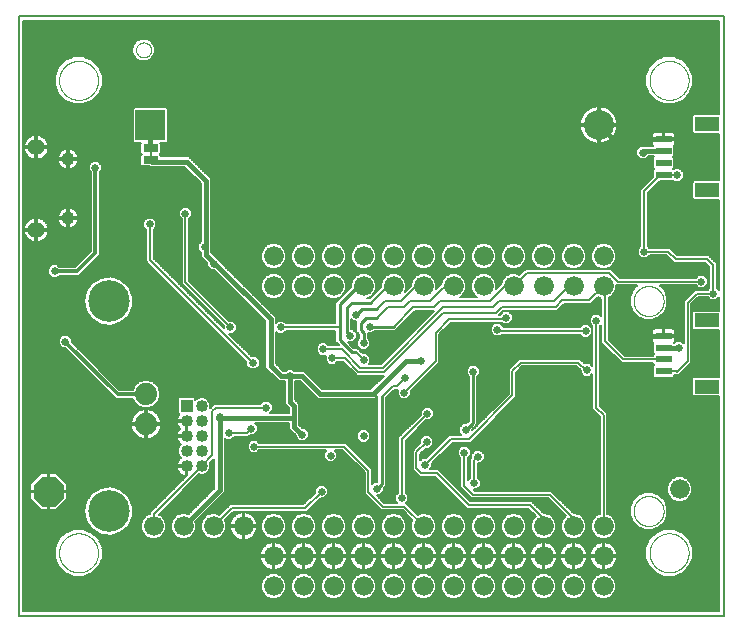
<source format=gbl>
G75*
%MOIN*%
%OFA0B0*%
%FSLAX25Y25*%
%IPPOS*%
%LPD*%
%AMOC8*
5,1,8,0,0,1.08239X$1,22.5*
%
%ADD10C,0.00000*%
%ADD11C,0.00600*%
%ADD12C,0.13843*%
%ADD13C,0.06600*%
%ADD14R,0.10000X0.10000*%
%ADD15C,0.10000*%
%ADD16C,0.04000*%
%ADD17R,0.04000X0.04000*%
%ADD18C,0.07400*%
%ADD19C,0.04362*%
%ADD20C,0.05543*%
%ADD21OC8,0.10000*%
%ADD22R,0.07874X0.04724*%
%ADD23R,0.05315X0.02362*%
%ADD24R,0.05000X0.02500*%
%ADD25R,0.01000X0.01600*%
%ADD26C,0.02578*%
%ADD27C,0.01600*%
%ADD28C,0.01000*%
%ADD29C,0.00800*%
%ADD30C,0.01200*%
D10*
X0052595Y0077996D02*
X0052597Y0078157D01*
X0052603Y0078317D01*
X0052613Y0078478D01*
X0052627Y0078638D01*
X0052645Y0078798D01*
X0052666Y0078957D01*
X0052692Y0079116D01*
X0052722Y0079274D01*
X0052755Y0079431D01*
X0052793Y0079588D01*
X0052834Y0079743D01*
X0052879Y0079897D01*
X0052928Y0080050D01*
X0052981Y0080202D01*
X0053037Y0080353D01*
X0053098Y0080502D01*
X0053161Y0080650D01*
X0053229Y0080796D01*
X0053300Y0080940D01*
X0053374Y0081082D01*
X0053452Y0081223D01*
X0053534Y0081361D01*
X0053619Y0081498D01*
X0053707Y0081632D01*
X0053799Y0081764D01*
X0053894Y0081894D01*
X0053992Y0082022D01*
X0054093Y0082147D01*
X0054197Y0082269D01*
X0054304Y0082389D01*
X0054414Y0082506D01*
X0054527Y0082621D01*
X0054643Y0082732D01*
X0054762Y0082841D01*
X0054883Y0082946D01*
X0055007Y0083049D01*
X0055133Y0083149D01*
X0055261Y0083245D01*
X0055392Y0083338D01*
X0055526Y0083428D01*
X0055661Y0083515D01*
X0055799Y0083598D01*
X0055938Y0083678D01*
X0056080Y0083754D01*
X0056223Y0083827D01*
X0056368Y0083896D01*
X0056515Y0083962D01*
X0056663Y0084024D01*
X0056813Y0084082D01*
X0056964Y0084137D01*
X0057117Y0084188D01*
X0057271Y0084235D01*
X0057426Y0084278D01*
X0057582Y0084317D01*
X0057738Y0084353D01*
X0057896Y0084384D01*
X0058054Y0084412D01*
X0058213Y0084436D01*
X0058373Y0084456D01*
X0058533Y0084472D01*
X0058693Y0084484D01*
X0058854Y0084492D01*
X0059015Y0084496D01*
X0059175Y0084496D01*
X0059336Y0084492D01*
X0059497Y0084484D01*
X0059657Y0084472D01*
X0059817Y0084456D01*
X0059977Y0084436D01*
X0060136Y0084412D01*
X0060294Y0084384D01*
X0060452Y0084353D01*
X0060608Y0084317D01*
X0060764Y0084278D01*
X0060919Y0084235D01*
X0061073Y0084188D01*
X0061226Y0084137D01*
X0061377Y0084082D01*
X0061527Y0084024D01*
X0061675Y0083962D01*
X0061822Y0083896D01*
X0061967Y0083827D01*
X0062110Y0083754D01*
X0062252Y0083678D01*
X0062391Y0083598D01*
X0062529Y0083515D01*
X0062664Y0083428D01*
X0062798Y0083338D01*
X0062929Y0083245D01*
X0063057Y0083149D01*
X0063183Y0083049D01*
X0063307Y0082946D01*
X0063428Y0082841D01*
X0063547Y0082732D01*
X0063663Y0082621D01*
X0063776Y0082506D01*
X0063886Y0082389D01*
X0063993Y0082269D01*
X0064097Y0082147D01*
X0064198Y0082022D01*
X0064296Y0081894D01*
X0064391Y0081764D01*
X0064483Y0081632D01*
X0064571Y0081498D01*
X0064656Y0081361D01*
X0064738Y0081223D01*
X0064816Y0081082D01*
X0064890Y0080940D01*
X0064961Y0080796D01*
X0065029Y0080650D01*
X0065092Y0080502D01*
X0065153Y0080353D01*
X0065209Y0080202D01*
X0065262Y0080050D01*
X0065311Y0079897D01*
X0065356Y0079743D01*
X0065397Y0079588D01*
X0065435Y0079431D01*
X0065468Y0079274D01*
X0065498Y0079116D01*
X0065524Y0078957D01*
X0065545Y0078798D01*
X0065563Y0078638D01*
X0065577Y0078478D01*
X0065587Y0078317D01*
X0065593Y0078157D01*
X0065595Y0077996D01*
X0065593Y0077835D01*
X0065587Y0077675D01*
X0065577Y0077514D01*
X0065563Y0077354D01*
X0065545Y0077194D01*
X0065524Y0077035D01*
X0065498Y0076876D01*
X0065468Y0076718D01*
X0065435Y0076561D01*
X0065397Y0076404D01*
X0065356Y0076249D01*
X0065311Y0076095D01*
X0065262Y0075942D01*
X0065209Y0075790D01*
X0065153Y0075639D01*
X0065092Y0075490D01*
X0065029Y0075342D01*
X0064961Y0075196D01*
X0064890Y0075052D01*
X0064816Y0074910D01*
X0064738Y0074769D01*
X0064656Y0074631D01*
X0064571Y0074494D01*
X0064483Y0074360D01*
X0064391Y0074228D01*
X0064296Y0074098D01*
X0064198Y0073970D01*
X0064097Y0073845D01*
X0063993Y0073723D01*
X0063886Y0073603D01*
X0063776Y0073486D01*
X0063663Y0073371D01*
X0063547Y0073260D01*
X0063428Y0073151D01*
X0063307Y0073046D01*
X0063183Y0072943D01*
X0063057Y0072843D01*
X0062929Y0072747D01*
X0062798Y0072654D01*
X0062664Y0072564D01*
X0062529Y0072477D01*
X0062391Y0072394D01*
X0062252Y0072314D01*
X0062110Y0072238D01*
X0061967Y0072165D01*
X0061822Y0072096D01*
X0061675Y0072030D01*
X0061527Y0071968D01*
X0061377Y0071910D01*
X0061226Y0071855D01*
X0061073Y0071804D01*
X0060919Y0071757D01*
X0060764Y0071714D01*
X0060608Y0071675D01*
X0060452Y0071639D01*
X0060294Y0071608D01*
X0060136Y0071580D01*
X0059977Y0071556D01*
X0059817Y0071536D01*
X0059657Y0071520D01*
X0059497Y0071508D01*
X0059336Y0071500D01*
X0059175Y0071496D01*
X0059015Y0071496D01*
X0058854Y0071500D01*
X0058693Y0071508D01*
X0058533Y0071520D01*
X0058373Y0071536D01*
X0058213Y0071556D01*
X0058054Y0071580D01*
X0057896Y0071608D01*
X0057738Y0071639D01*
X0057582Y0071675D01*
X0057426Y0071714D01*
X0057271Y0071757D01*
X0057117Y0071804D01*
X0056964Y0071855D01*
X0056813Y0071910D01*
X0056663Y0071968D01*
X0056515Y0072030D01*
X0056368Y0072096D01*
X0056223Y0072165D01*
X0056080Y0072238D01*
X0055938Y0072314D01*
X0055799Y0072394D01*
X0055661Y0072477D01*
X0055526Y0072564D01*
X0055392Y0072654D01*
X0055261Y0072747D01*
X0055133Y0072843D01*
X0055007Y0072943D01*
X0054883Y0073046D01*
X0054762Y0073151D01*
X0054643Y0073260D01*
X0054527Y0073371D01*
X0054414Y0073486D01*
X0054304Y0073603D01*
X0054197Y0073723D01*
X0054093Y0073845D01*
X0053992Y0073970D01*
X0053894Y0074098D01*
X0053799Y0074228D01*
X0053707Y0074360D01*
X0053619Y0074494D01*
X0053534Y0074631D01*
X0053452Y0074769D01*
X0053374Y0074910D01*
X0053300Y0075052D01*
X0053229Y0075196D01*
X0053161Y0075342D01*
X0053098Y0075490D01*
X0053037Y0075639D01*
X0052981Y0075790D01*
X0052928Y0075942D01*
X0052879Y0076095D01*
X0052834Y0076249D01*
X0052793Y0076404D01*
X0052755Y0076561D01*
X0052722Y0076718D01*
X0052692Y0076876D01*
X0052666Y0077035D01*
X0052645Y0077194D01*
X0052627Y0077354D01*
X0052613Y0077514D01*
X0052603Y0077675D01*
X0052597Y0077835D01*
X0052595Y0077996D01*
X0052595Y0235476D02*
X0052597Y0235637D01*
X0052603Y0235797D01*
X0052613Y0235958D01*
X0052627Y0236118D01*
X0052645Y0236278D01*
X0052666Y0236437D01*
X0052692Y0236596D01*
X0052722Y0236754D01*
X0052755Y0236911D01*
X0052793Y0237068D01*
X0052834Y0237223D01*
X0052879Y0237377D01*
X0052928Y0237530D01*
X0052981Y0237682D01*
X0053037Y0237833D01*
X0053098Y0237982D01*
X0053161Y0238130D01*
X0053229Y0238276D01*
X0053300Y0238420D01*
X0053374Y0238562D01*
X0053452Y0238703D01*
X0053534Y0238841D01*
X0053619Y0238978D01*
X0053707Y0239112D01*
X0053799Y0239244D01*
X0053894Y0239374D01*
X0053992Y0239502D01*
X0054093Y0239627D01*
X0054197Y0239749D01*
X0054304Y0239869D01*
X0054414Y0239986D01*
X0054527Y0240101D01*
X0054643Y0240212D01*
X0054762Y0240321D01*
X0054883Y0240426D01*
X0055007Y0240529D01*
X0055133Y0240629D01*
X0055261Y0240725D01*
X0055392Y0240818D01*
X0055526Y0240908D01*
X0055661Y0240995D01*
X0055799Y0241078D01*
X0055938Y0241158D01*
X0056080Y0241234D01*
X0056223Y0241307D01*
X0056368Y0241376D01*
X0056515Y0241442D01*
X0056663Y0241504D01*
X0056813Y0241562D01*
X0056964Y0241617D01*
X0057117Y0241668D01*
X0057271Y0241715D01*
X0057426Y0241758D01*
X0057582Y0241797D01*
X0057738Y0241833D01*
X0057896Y0241864D01*
X0058054Y0241892D01*
X0058213Y0241916D01*
X0058373Y0241936D01*
X0058533Y0241952D01*
X0058693Y0241964D01*
X0058854Y0241972D01*
X0059015Y0241976D01*
X0059175Y0241976D01*
X0059336Y0241972D01*
X0059497Y0241964D01*
X0059657Y0241952D01*
X0059817Y0241936D01*
X0059977Y0241916D01*
X0060136Y0241892D01*
X0060294Y0241864D01*
X0060452Y0241833D01*
X0060608Y0241797D01*
X0060764Y0241758D01*
X0060919Y0241715D01*
X0061073Y0241668D01*
X0061226Y0241617D01*
X0061377Y0241562D01*
X0061527Y0241504D01*
X0061675Y0241442D01*
X0061822Y0241376D01*
X0061967Y0241307D01*
X0062110Y0241234D01*
X0062252Y0241158D01*
X0062391Y0241078D01*
X0062529Y0240995D01*
X0062664Y0240908D01*
X0062798Y0240818D01*
X0062929Y0240725D01*
X0063057Y0240629D01*
X0063183Y0240529D01*
X0063307Y0240426D01*
X0063428Y0240321D01*
X0063547Y0240212D01*
X0063663Y0240101D01*
X0063776Y0239986D01*
X0063886Y0239869D01*
X0063993Y0239749D01*
X0064097Y0239627D01*
X0064198Y0239502D01*
X0064296Y0239374D01*
X0064391Y0239244D01*
X0064483Y0239112D01*
X0064571Y0238978D01*
X0064656Y0238841D01*
X0064738Y0238703D01*
X0064816Y0238562D01*
X0064890Y0238420D01*
X0064961Y0238276D01*
X0065029Y0238130D01*
X0065092Y0237982D01*
X0065153Y0237833D01*
X0065209Y0237682D01*
X0065262Y0237530D01*
X0065311Y0237377D01*
X0065356Y0237223D01*
X0065397Y0237068D01*
X0065435Y0236911D01*
X0065468Y0236754D01*
X0065498Y0236596D01*
X0065524Y0236437D01*
X0065545Y0236278D01*
X0065563Y0236118D01*
X0065577Y0235958D01*
X0065587Y0235797D01*
X0065593Y0235637D01*
X0065595Y0235476D01*
X0065593Y0235315D01*
X0065587Y0235155D01*
X0065577Y0234994D01*
X0065563Y0234834D01*
X0065545Y0234674D01*
X0065524Y0234515D01*
X0065498Y0234356D01*
X0065468Y0234198D01*
X0065435Y0234041D01*
X0065397Y0233884D01*
X0065356Y0233729D01*
X0065311Y0233575D01*
X0065262Y0233422D01*
X0065209Y0233270D01*
X0065153Y0233119D01*
X0065092Y0232970D01*
X0065029Y0232822D01*
X0064961Y0232676D01*
X0064890Y0232532D01*
X0064816Y0232390D01*
X0064738Y0232249D01*
X0064656Y0232111D01*
X0064571Y0231974D01*
X0064483Y0231840D01*
X0064391Y0231708D01*
X0064296Y0231578D01*
X0064198Y0231450D01*
X0064097Y0231325D01*
X0063993Y0231203D01*
X0063886Y0231083D01*
X0063776Y0230966D01*
X0063663Y0230851D01*
X0063547Y0230740D01*
X0063428Y0230631D01*
X0063307Y0230526D01*
X0063183Y0230423D01*
X0063057Y0230323D01*
X0062929Y0230227D01*
X0062798Y0230134D01*
X0062664Y0230044D01*
X0062529Y0229957D01*
X0062391Y0229874D01*
X0062252Y0229794D01*
X0062110Y0229718D01*
X0061967Y0229645D01*
X0061822Y0229576D01*
X0061675Y0229510D01*
X0061527Y0229448D01*
X0061377Y0229390D01*
X0061226Y0229335D01*
X0061073Y0229284D01*
X0060919Y0229237D01*
X0060764Y0229194D01*
X0060608Y0229155D01*
X0060452Y0229119D01*
X0060294Y0229088D01*
X0060136Y0229060D01*
X0059977Y0229036D01*
X0059817Y0229016D01*
X0059657Y0229000D01*
X0059497Y0228988D01*
X0059336Y0228980D01*
X0059175Y0228976D01*
X0059015Y0228976D01*
X0058854Y0228980D01*
X0058693Y0228988D01*
X0058533Y0229000D01*
X0058373Y0229016D01*
X0058213Y0229036D01*
X0058054Y0229060D01*
X0057896Y0229088D01*
X0057738Y0229119D01*
X0057582Y0229155D01*
X0057426Y0229194D01*
X0057271Y0229237D01*
X0057117Y0229284D01*
X0056964Y0229335D01*
X0056813Y0229390D01*
X0056663Y0229448D01*
X0056515Y0229510D01*
X0056368Y0229576D01*
X0056223Y0229645D01*
X0056080Y0229718D01*
X0055938Y0229794D01*
X0055799Y0229874D01*
X0055661Y0229957D01*
X0055526Y0230044D01*
X0055392Y0230134D01*
X0055261Y0230227D01*
X0055133Y0230323D01*
X0055007Y0230423D01*
X0054883Y0230526D01*
X0054762Y0230631D01*
X0054643Y0230740D01*
X0054527Y0230851D01*
X0054414Y0230966D01*
X0054304Y0231083D01*
X0054197Y0231203D01*
X0054093Y0231325D01*
X0053992Y0231450D01*
X0053894Y0231578D01*
X0053799Y0231708D01*
X0053707Y0231840D01*
X0053619Y0231974D01*
X0053534Y0232111D01*
X0053452Y0232249D01*
X0053374Y0232390D01*
X0053300Y0232532D01*
X0053229Y0232676D01*
X0053161Y0232822D01*
X0053098Y0232970D01*
X0053037Y0233119D01*
X0052981Y0233270D01*
X0052928Y0233422D01*
X0052879Y0233575D01*
X0052834Y0233729D01*
X0052793Y0233884D01*
X0052755Y0234041D01*
X0052722Y0234198D01*
X0052692Y0234356D01*
X0052666Y0234515D01*
X0052645Y0234674D01*
X0052627Y0234834D01*
X0052613Y0234994D01*
X0052603Y0235155D01*
X0052597Y0235315D01*
X0052595Y0235476D01*
X0078268Y0245630D02*
X0078270Y0245729D01*
X0078276Y0245829D01*
X0078286Y0245928D01*
X0078300Y0246026D01*
X0078317Y0246124D01*
X0078339Y0246221D01*
X0078364Y0246317D01*
X0078393Y0246412D01*
X0078426Y0246506D01*
X0078463Y0246598D01*
X0078503Y0246689D01*
X0078547Y0246778D01*
X0078595Y0246866D01*
X0078646Y0246951D01*
X0078700Y0247034D01*
X0078757Y0247116D01*
X0078818Y0247194D01*
X0078882Y0247271D01*
X0078948Y0247344D01*
X0079018Y0247415D01*
X0079090Y0247483D01*
X0079165Y0247549D01*
X0079243Y0247611D01*
X0079323Y0247670D01*
X0079405Y0247726D01*
X0079489Y0247778D01*
X0079576Y0247827D01*
X0079664Y0247873D01*
X0079754Y0247915D01*
X0079846Y0247954D01*
X0079939Y0247989D01*
X0080033Y0248020D01*
X0080129Y0248047D01*
X0080226Y0248070D01*
X0080323Y0248090D01*
X0080421Y0248106D01*
X0080520Y0248118D01*
X0080619Y0248126D01*
X0080718Y0248130D01*
X0080818Y0248130D01*
X0080917Y0248126D01*
X0081016Y0248118D01*
X0081115Y0248106D01*
X0081213Y0248090D01*
X0081310Y0248070D01*
X0081407Y0248047D01*
X0081503Y0248020D01*
X0081597Y0247989D01*
X0081690Y0247954D01*
X0081782Y0247915D01*
X0081872Y0247873D01*
X0081960Y0247827D01*
X0082047Y0247778D01*
X0082131Y0247726D01*
X0082213Y0247670D01*
X0082293Y0247611D01*
X0082371Y0247549D01*
X0082446Y0247483D01*
X0082518Y0247415D01*
X0082588Y0247344D01*
X0082654Y0247271D01*
X0082718Y0247194D01*
X0082779Y0247116D01*
X0082836Y0247034D01*
X0082890Y0246951D01*
X0082941Y0246866D01*
X0082989Y0246778D01*
X0083033Y0246689D01*
X0083073Y0246598D01*
X0083110Y0246506D01*
X0083143Y0246412D01*
X0083172Y0246317D01*
X0083197Y0246221D01*
X0083219Y0246124D01*
X0083236Y0246026D01*
X0083250Y0245928D01*
X0083260Y0245829D01*
X0083266Y0245729D01*
X0083268Y0245630D01*
X0083266Y0245531D01*
X0083260Y0245431D01*
X0083250Y0245332D01*
X0083236Y0245234D01*
X0083219Y0245136D01*
X0083197Y0245039D01*
X0083172Y0244943D01*
X0083143Y0244848D01*
X0083110Y0244754D01*
X0083073Y0244662D01*
X0083033Y0244571D01*
X0082989Y0244482D01*
X0082941Y0244394D01*
X0082890Y0244309D01*
X0082836Y0244226D01*
X0082779Y0244144D01*
X0082718Y0244066D01*
X0082654Y0243989D01*
X0082588Y0243916D01*
X0082518Y0243845D01*
X0082446Y0243777D01*
X0082371Y0243711D01*
X0082293Y0243649D01*
X0082213Y0243590D01*
X0082131Y0243534D01*
X0082047Y0243482D01*
X0081960Y0243433D01*
X0081872Y0243387D01*
X0081782Y0243345D01*
X0081690Y0243306D01*
X0081597Y0243271D01*
X0081503Y0243240D01*
X0081407Y0243213D01*
X0081310Y0243190D01*
X0081213Y0243170D01*
X0081115Y0243154D01*
X0081016Y0243142D01*
X0080917Y0243134D01*
X0080818Y0243130D01*
X0080718Y0243130D01*
X0080619Y0243134D01*
X0080520Y0243142D01*
X0080421Y0243154D01*
X0080323Y0243170D01*
X0080226Y0243190D01*
X0080129Y0243213D01*
X0080033Y0243240D01*
X0079939Y0243271D01*
X0079846Y0243306D01*
X0079754Y0243345D01*
X0079664Y0243387D01*
X0079576Y0243433D01*
X0079489Y0243482D01*
X0079405Y0243534D01*
X0079323Y0243590D01*
X0079243Y0243649D01*
X0079165Y0243711D01*
X0079090Y0243777D01*
X0079018Y0243845D01*
X0078948Y0243916D01*
X0078882Y0243989D01*
X0078818Y0244066D01*
X0078757Y0244144D01*
X0078700Y0244226D01*
X0078646Y0244309D01*
X0078595Y0244394D01*
X0078547Y0244482D01*
X0078503Y0244571D01*
X0078463Y0244662D01*
X0078426Y0244754D01*
X0078393Y0244848D01*
X0078364Y0244943D01*
X0078339Y0245039D01*
X0078317Y0245136D01*
X0078300Y0245234D01*
X0078286Y0245332D01*
X0078276Y0245431D01*
X0078270Y0245531D01*
X0078268Y0245630D01*
X0244095Y0161933D02*
X0244097Y0162074D01*
X0244103Y0162215D01*
X0244113Y0162355D01*
X0244127Y0162495D01*
X0244145Y0162635D01*
X0244166Y0162774D01*
X0244192Y0162913D01*
X0244221Y0163051D01*
X0244255Y0163187D01*
X0244292Y0163323D01*
X0244333Y0163458D01*
X0244378Y0163592D01*
X0244427Y0163724D01*
X0244479Y0163855D01*
X0244535Y0163984D01*
X0244595Y0164111D01*
X0244658Y0164237D01*
X0244724Y0164361D01*
X0244795Y0164484D01*
X0244868Y0164604D01*
X0244945Y0164722D01*
X0245025Y0164838D01*
X0245109Y0164951D01*
X0245195Y0165062D01*
X0245285Y0165171D01*
X0245378Y0165277D01*
X0245473Y0165380D01*
X0245572Y0165481D01*
X0245673Y0165579D01*
X0245777Y0165674D01*
X0245884Y0165766D01*
X0245993Y0165855D01*
X0246105Y0165940D01*
X0246219Y0166023D01*
X0246335Y0166103D01*
X0246454Y0166179D01*
X0246575Y0166251D01*
X0246697Y0166321D01*
X0246822Y0166386D01*
X0246948Y0166449D01*
X0247076Y0166507D01*
X0247206Y0166562D01*
X0247337Y0166614D01*
X0247470Y0166661D01*
X0247604Y0166705D01*
X0247739Y0166746D01*
X0247875Y0166782D01*
X0248012Y0166814D01*
X0248150Y0166843D01*
X0248288Y0166868D01*
X0248428Y0166888D01*
X0248568Y0166905D01*
X0248708Y0166918D01*
X0248849Y0166927D01*
X0248989Y0166932D01*
X0249130Y0166933D01*
X0249271Y0166930D01*
X0249412Y0166923D01*
X0249552Y0166912D01*
X0249692Y0166897D01*
X0249832Y0166878D01*
X0249971Y0166856D01*
X0250109Y0166829D01*
X0250247Y0166799D01*
X0250383Y0166764D01*
X0250519Y0166726D01*
X0250653Y0166684D01*
X0250787Y0166638D01*
X0250919Y0166589D01*
X0251049Y0166535D01*
X0251178Y0166478D01*
X0251305Y0166418D01*
X0251431Y0166354D01*
X0251554Y0166286D01*
X0251676Y0166215D01*
X0251796Y0166141D01*
X0251913Y0166063D01*
X0252028Y0165982D01*
X0252141Y0165898D01*
X0252252Y0165811D01*
X0252360Y0165720D01*
X0252465Y0165627D01*
X0252568Y0165530D01*
X0252668Y0165431D01*
X0252765Y0165329D01*
X0252859Y0165224D01*
X0252950Y0165117D01*
X0253038Y0165007D01*
X0253123Y0164895D01*
X0253205Y0164780D01*
X0253284Y0164663D01*
X0253359Y0164544D01*
X0253431Y0164423D01*
X0253499Y0164300D01*
X0253564Y0164175D01*
X0253626Y0164048D01*
X0253683Y0163919D01*
X0253738Y0163789D01*
X0253788Y0163658D01*
X0253835Y0163525D01*
X0253878Y0163391D01*
X0253917Y0163255D01*
X0253952Y0163119D01*
X0253984Y0162982D01*
X0254011Y0162844D01*
X0254035Y0162705D01*
X0254055Y0162565D01*
X0254071Y0162425D01*
X0254083Y0162285D01*
X0254091Y0162144D01*
X0254095Y0162003D01*
X0254095Y0161863D01*
X0254091Y0161722D01*
X0254083Y0161581D01*
X0254071Y0161441D01*
X0254055Y0161301D01*
X0254035Y0161161D01*
X0254011Y0161022D01*
X0253984Y0160884D01*
X0253952Y0160747D01*
X0253917Y0160611D01*
X0253878Y0160475D01*
X0253835Y0160341D01*
X0253788Y0160208D01*
X0253738Y0160077D01*
X0253683Y0159947D01*
X0253626Y0159818D01*
X0253564Y0159691D01*
X0253499Y0159566D01*
X0253431Y0159443D01*
X0253359Y0159322D01*
X0253284Y0159203D01*
X0253205Y0159086D01*
X0253123Y0158971D01*
X0253038Y0158859D01*
X0252950Y0158749D01*
X0252859Y0158642D01*
X0252765Y0158537D01*
X0252668Y0158435D01*
X0252568Y0158336D01*
X0252465Y0158239D01*
X0252360Y0158146D01*
X0252252Y0158055D01*
X0252141Y0157968D01*
X0252028Y0157884D01*
X0251913Y0157803D01*
X0251796Y0157725D01*
X0251676Y0157651D01*
X0251554Y0157580D01*
X0251431Y0157512D01*
X0251305Y0157448D01*
X0251178Y0157388D01*
X0251049Y0157331D01*
X0250919Y0157277D01*
X0250787Y0157228D01*
X0250653Y0157182D01*
X0250519Y0157140D01*
X0250383Y0157102D01*
X0250247Y0157067D01*
X0250109Y0157037D01*
X0249971Y0157010D01*
X0249832Y0156988D01*
X0249692Y0156969D01*
X0249552Y0156954D01*
X0249412Y0156943D01*
X0249271Y0156936D01*
X0249130Y0156933D01*
X0248989Y0156934D01*
X0248849Y0156939D01*
X0248708Y0156948D01*
X0248568Y0156961D01*
X0248428Y0156978D01*
X0248288Y0156998D01*
X0248150Y0157023D01*
X0248012Y0157052D01*
X0247875Y0157084D01*
X0247739Y0157120D01*
X0247604Y0157161D01*
X0247470Y0157205D01*
X0247337Y0157252D01*
X0247206Y0157304D01*
X0247076Y0157359D01*
X0246948Y0157417D01*
X0246822Y0157480D01*
X0246697Y0157545D01*
X0246575Y0157615D01*
X0246454Y0157687D01*
X0246335Y0157763D01*
X0246219Y0157843D01*
X0246105Y0157926D01*
X0245993Y0158011D01*
X0245884Y0158100D01*
X0245777Y0158192D01*
X0245673Y0158287D01*
X0245572Y0158385D01*
X0245473Y0158486D01*
X0245378Y0158589D01*
X0245285Y0158695D01*
X0245195Y0158804D01*
X0245109Y0158915D01*
X0245025Y0159028D01*
X0244945Y0159144D01*
X0244868Y0159262D01*
X0244795Y0159382D01*
X0244724Y0159505D01*
X0244658Y0159629D01*
X0244595Y0159755D01*
X0244535Y0159882D01*
X0244479Y0160011D01*
X0244427Y0160142D01*
X0244378Y0160274D01*
X0244333Y0160408D01*
X0244292Y0160543D01*
X0244255Y0160679D01*
X0244221Y0160815D01*
X0244192Y0160953D01*
X0244166Y0161092D01*
X0244145Y0161231D01*
X0244127Y0161371D01*
X0244113Y0161511D01*
X0244103Y0161651D01*
X0244097Y0161792D01*
X0244095Y0161933D01*
X0244095Y0091933D02*
X0244097Y0092074D01*
X0244103Y0092215D01*
X0244113Y0092355D01*
X0244127Y0092495D01*
X0244145Y0092635D01*
X0244166Y0092774D01*
X0244192Y0092913D01*
X0244221Y0093051D01*
X0244255Y0093187D01*
X0244292Y0093323D01*
X0244333Y0093458D01*
X0244378Y0093592D01*
X0244427Y0093724D01*
X0244479Y0093855D01*
X0244535Y0093984D01*
X0244595Y0094111D01*
X0244658Y0094237D01*
X0244724Y0094361D01*
X0244795Y0094484D01*
X0244868Y0094604D01*
X0244945Y0094722D01*
X0245025Y0094838D01*
X0245109Y0094951D01*
X0245195Y0095062D01*
X0245285Y0095171D01*
X0245378Y0095277D01*
X0245473Y0095380D01*
X0245572Y0095481D01*
X0245673Y0095579D01*
X0245777Y0095674D01*
X0245884Y0095766D01*
X0245993Y0095855D01*
X0246105Y0095940D01*
X0246219Y0096023D01*
X0246335Y0096103D01*
X0246454Y0096179D01*
X0246575Y0096251D01*
X0246697Y0096321D01*
X0246822Y0096386D01*
X0246948Y0096449D01*
X0247076Y0096507D01*
X0247206Y0096562D01*
X0247337Y0096614D01*
X0247470Y0096661D01*
X0247604Y0096705D01*
X0247739Y0096746D01*
X0247875Y0096782D01*
X0248012Y0096814D01*
X0248150Y0096843D01*
X0248288Y0096868D01*
X0248428Y0096888D01*
X0248568Y0096905D01*
X0248708Y0096918D01*
X0248849Y0096927D01*
X0248989Y0096932D01*
X0249130Y0096933D01*
X0249271Y0096930D01*
X0249412Y0096923D01*
X0249552Y0096912D01*
X0249692Y0096897D01*
X0249832Y0096878D01*
X0249971Y0096856D01*
X0250109Y0096829D01*
X0250247Y0096799D01*
X0250383Y0096764D01*
X0250519Y0096726D01*
X0250653Y0096684D01*
X0250787Y0096638D01*
X0250919Y0096589D01*
X0251049Y0096535D01*
X0251178Y0096478D01*
X0251305Y0096418D01*
X0251431Y0096354D01*
X0251554Y0096286D01*
X0251676Y0096215D01*
X0251796Y0096141D01*
X0251913Y0096063D01*
X0252028Y0095982D01*
X0252141Y0095898D01*
X0252252Y0095811D01*
X0252360Y0095720D01*
X0252465Y0095627D01*
X0252568Y0095530D01*
X0252668Y0095431D01*
X0252765Y0095329D01*
X0252859Y0095224D01*
X0252950Y0095117D01*
X0253038Y0095007D01*
X0253123Y0094895D01*
X0253205Y0094780D01*
X0253284Y0094663D01*
X0253359Y0094544D01*
X0253431Y0094423D01*
X0253499Y0094300D01*
X0253564Y0094175D01*
X0253626Y0094048D01*
X0253683Y0093919D01*
X0253738Y0093789D01*
X0253788Y0093658D01*
X0253835Y0093525D01*
X0253878Y0093391D01*
X0253917Y0093255D01*
X0253952Y0093119D01*
X0253984Y0092982D01*
X0254011Y0092844D01*
X0254035Y0092705D01*
X0254055Y0092565D01*
X0254071Y0092425D01*
X0254083Y0092285D01*
X0254091Y0092144D01*
X0254095Y0092003D01*
X0254095Y0091863D01*
X0254091Y0091722D01*
X0254083Y0091581D01*
X0254071Y0091441D01*
X0254055Y0091301D01*
X0254035Y0091161D01*
X0254011Y0091022D01*
X0253984Y0090884D01*
X0253952Y0090747D01*
X0253917Y0090611D01*
X0253878Y0090475D01*
X0253835Y0090341D01*
X0253788Y0090208D01*
X0253738Y0090077D01*
X0253683Y0089947D01*
X0253626Y0089818D01*
X0253564Y0089691D01*
X0253499Y0089566D01*
X0253431Y0089443D01*
X0253359Y0089322D01*
X0253284Y0089203D01*
X0253205Y0089086D01*
X0253123Y0088971D01*
X0253038Y0088859D01*
X0252950Y0088749D01*
X0252859Y0088642D01*
X0252765Y0088537D01*
X0252668Y0088435D01*
X0252568Y0088336D01*
X0252465Y0088239D01*
X0252360Y0088146D01*
X0252252Y0088055D01*
X0252141Y0087968D01*
X0252028Y0087884D01*
X0251913Y0087803D01*
X0251796Y0087725D01*
X0251676Y0087651D01*
X0251554Y0087580D01*
X0251431Y0087512D01*
X0251305Y0087448D01*
X0251178Y0087388D01*
X0251049Y0087331D01*
X0250919Y0087277D01*
X0250787Y0087228D01*
X0250653Y0087182D01*
X0250519Y0087140D01*
X0250383Y0087102D01*
X0250247Y0087067D01*
X0250109Y0087037D01*
X0249971Y0087010D01*
X0249832Y0086988D01*
X0249692Y0086969D01*
X0249552Y0086954D01*
X0249412Y0086943D01*
X0249271Y0086936D01*
X0249130Y0086933D01*
X0248989Y0086934D01*
X0248849Y0086939D01*
X0248708Y0086948D01*
X0248568Y0086961D01*
X0248428Y0086978D01*
X0248288Y0086998D01*
X0248150Y0087023D01*
X0248012Y0087052D01*
X0247875Y0087084D01*
X0247739Y0087120D01*
X0247604Y0087161D01*
X0247470Y0087205D01*
X0247337Y0087252D01*
X0247206Y0087304D01*
X0247076Y0087359D01*
X0246948Y0087417D01*
X0246822Y0087480D01*
X0246697Y0087545D01*
X0246575Y0087615D01*
X0246454Y0087687D01*
X0246335Y0087763D01*
X0246219Y0087843D01*
X0246105Y0087926D01*
X0245993Y0088011D01*
X0245884Y0088100D01*
X0245777Y0088192D01*
X0245673Y0088287D01*
X0245572Y0088385D01*
X0245473Y0088486D01*
X0245378Y0088589D01*
X0245285Y0088695D01*
X0245195Y0088804D01*
X0245109Y0088915D01*
X0245025Y0089028D01*
X0244945Y0089144D01*
X0244868Y0089262D01*
X0244795Y0089382D01*
X0244724Y0089505D01*
X0244658Y0089629D01*
X0244595Y0089755D01*
X0244535Y0089882D01*
X0244479Y0090011D01*
X0244427Y0090142D01*
X0244378Y0090274D01*
X0244333Y0090408D01*
X0244292Y0090543D01*
X0244255Y0090679D01*
X0244221Y0090815D01*
X0244192Y0090953D01*
X0244166Y0091092D01*
X0244145Y0091231D01*
X0244127Y0091371D01*
X0244113Y0091511D01*
X0244103Y0091651D01*
X0244097Y0091792D01*
X0244095Y0091933D01*
X0249446Y0077996D02*
X0249448Y0078157D01*
X0249454Y0078317D01*
X0249464Y0078478D01*
X0249478Y0078638D01*
X0249496Y0078798D01*
X0249517Y0078957D01*
X0249543Y0079116D01*
X0249573Y0079274D01*
X0249606Y0079431D01*
X0249644Y0079588D01*
X0249685Y0079743D01*
X0249730Y0079897D01*
X0249779Y0080050D01*
X0249832Y0080202D01*
X0249888Y0080353D01*
X0249949Y0080502D01*
X0250012Y0080650D01*
X0250080Y0080796D01*
X0250151Y0080940D01*
X0250225Y0081082D01*
X0250303Y0081223D01*
X0250385Y0081361D01*
X0250470Y0081498D01*
X0250558Y0081632D01*
X0250650Y0081764D01*
X0250745Y0081894D01*
X0250843Y0082022D01*
X0250944Y0082147D01*
X0251048Y0082269D01*
X0251155Y0082389D01*
X0251265Y0082506D01*
X0251378Y0082621D01*
X0251494Y0082732D01*
X0251613Y0082841D01*
X0251734Y0082946D01*
X0251858Y0083049D01*
X0251984Y0083149D01*
X0252112Y0083245D01*
X0252243Y0083338D01*
X0252377Y0083428D01*
X0252512Y0083515D01*
X0252650Y0083598D01*
X0252789Y0083678D01*
X0252931Y0083754D01*
X0253074Y0083827D01*
X0253219Y0083896D01*
X0253366Y0083962D01*
X0253514Y0084024D01*
X0253664Y0084082D01*
X0253815Y0084137D01*
X0253968Y0084188D01*
X0254122Y0084235D01*
X0254277Y0084278D01*
X0254433Y0084317D01*
X0254589Y0084353D01*
X0254747Y0084384D01*
X0254905Y0084412D01*
X0255064Y0084436D01*
X0255224Y0084456D01*
X0255384Y0084472D01*
X0255544Y0084484D01*
X0255705Y0084492D01*
X0255866Y0084496D01*
X0256026Y0084496D01*
X0256187Y0084492D01*
X0256348Y0084484D01*
X0256508Y0084472D01*
X0256668Y0084456D01*
X0256828Y0084436D01*
X0256987Y0084412D01*
X0257145Y0084384D01*
X0257303Y0084353D01*
X0257459Y0084317D01*
X0257615Y0084278D01*
X0257770Y0084235D01*
X0257924Y0084188D01*
X0258077Y0084137D01*
X0258228Y0084082D01*
X0258378Y0084024D01*
X0258526Y0083962D01*
X0258673Y0083896D01*
X0258818Y0083827D01*
X0258961Y0083754D01*
X0259103Y0083678D01*
X0259242Y0083598D01*
X0259380Y0083515D01*
X0259515Y0083428D01*
X0259649Y0083338D01*
X0259780Y0083245D01*
X0259908Y0083149D01*
X0260034Y0083049D01*
X0260158Y0082946D01*
X0260279Y0082841D01*
X0260398Y0082732D01*
X0260514Y0082621D01*
X0260627Y0082506D01*
X0260737Y0082389D01*
X0260844Y0082269D01*
X0260948Y0082147D01*
X0261049Y0082022D01*
X0261147Y0081894D01*
X0261242Y0081764D01*
X0261334Y0081632D01*
X0261422Y0081498D01*
X0261507Y0081361D01*
X0261589Y0081223D01*
X0261667Y0081082D01*
X0261741Y0080940D01*
X0261812Y0080796D01*
X0261880Y0080650D01*
X0261943Y0080502D01*
X0262004Y0080353D01*
X0262060Y0080202D01*
X0262113Y0080050D01*
X0262162Y0079897D01*
X0262207Y0079743D01*
X0262248Y0079588D01*
X0262286Y0079431D01*
X0262319Y0079274D01*
X0262349Y0079116D01*
X0262375Y0078957D01*
X0262396Y0078798D01*
X0262414Y0078638D01*
X0262428Y0078478D01*
X0262438Y0078317D01*
X0262444Y0078157D01*
X0262446Y0077996D01*
X0262444Y0077835D01*
X0262438Y0077675D01*
X0262428Y0077514D01*
X0262414Y0077354D01*
X0262396Y0077194D01*
X0262375Y0077035D01*
X0262349Y0076876D01*
X0262319Y0076718D01*
X0262286Y0076561D01*
X0262248Y0076404D01*
X0262207Y0076249D01*
X0262162Y0076095D01*
X0262113Y0075942D01*
X0262060Y0075790D01*
X0262004Y0075639D01*
X0261943Y0075490D01*
X0261880Y0075342D01*
X0261812Y0075196D01*
X0261741Y0075052D01*
X0261667Y0074910D01*
X0261589Y0074769D01*
X0261507Y0074631D01*
X0261422Y0074494D01*
X0261334Y0074360D01*
X0261242Y0074228D01*
X0261147Y0074098D01*
X0261049Y0073970D01*
X0260948Y0073845D01*
X0260844Y0073723D01*
X0260737Y0073603D01*
X0260627Y0073486D01*
X0260514Y0073371D01*
X0260398Y0073260D01*
X0260279Y0073151D01*
X0260158Y0073046D01*
X0260034Y0072943D01*
X0259908Y0072843D01*
X0259780Y0072747D01*
X0259649Y0072654D01*
X0259515Y0072564D01*
X0259380Y0072477D01*
X0259242Y0072394D01*
X0259103Y0072314D01*
X0258961Y0072238D01*
X0258818Y0072165D01*
X0258673Y0072096D01*
X0258526Y0072030D01*
X0258378Y0071968D01*
X0258228Y0071910D01*
X0258077Y0071855D01*
X0257924Y0071804D01*
X0257770Y0071757D01*
X0257615Y0071714D01*
X0257459Y0071675D01*
X0257303Y0071639D01*
X0257145Y0071608D01*
X0256987Y0071580D01*
X0256828Y0071556D01*
X0256668Y0071536D01*
X0256508Y0071520D01*
X0256348Y0071508D01*
X0256187Y0071500D01*
X0256026Y0071496D01*
X0255866Y0071496D01*
X0255705Y0071500D01*
X0255544Y0071508D01*
X0255384Y0071520D01*
X0255224Y0071536D01*
X0255064Y0071556D01*
X0254905Y0071580D01*
X0254747Y0071608D01*
X0254589Y0071639D01*
X0254433Y0071675D01*
X0254277Y0071714D01*
X0254122Y0071757D01*
X0253968Y0071804D01*
X0253815Y0071855D01*
X0253664Y0071910D01*
X0253514Y0071968D01*
X0253366Y0072030D01*
X0253219Y0072096D01*
X0253074Y0072165D01*
X0252931Y0072238D01*
X0252789Y0072314D01*
X0252650Y0072394D01*
X0252512Y0072477D01*
X0252377Y0072564D01*
X0252243Y0072654D01*
X0252112Y0072747D01*
X0251984Y0072843D01*
X0251858Y0072943D01*
X0251734Y0073046D01*
X0251613Y0073151D01*
X0251494Y0073260D01*
X0251378Y0073371D01*
X0251265Y0073486D01*
X0251155Y0073603D01*
X0251048Y0073723D01*
X0250944Y0073845D01*
X0250843Y0073970D01*
X0250745Y0074098D01*
X0250650Y0074228D01*
X0250558Y0074360D01*
X0250470Y0074494D01*
X0250385Y0074631D01*
X0250303Y0074769D01*
X0250225Y0074910D01*
X0250151Y0075052D01*
X0250080Y0075196D01*
X0250012Y0075342D01*
X0249949Y0075490D01*
X0249888Y0075639D01*
X0249832Y0075790D01*
X0249779Y0075942D01*
X0249730Y0076095D01*
X0249685Y0076249D01*
X0249644Y0076404D01*
X0249606Y0076561D01*
X0249573Y0076718D01*
X0249543Y0076876D01*
X0249517Y0077035D01*
X0249496Y0077194D01*
X0249478Y0077354D01*
X0249464Y0077514D01*
X0249454Y0077675D01*
X0249448Y0077835D01*
X0249446Y0077996D01*
X0249446Y0235476D02*
X0249448Y0235637D01*
X0249454Y0235797D01*
X0249464Y0235958D01*
X0249478Y0236118D01*
X0249496Y0236278D01*
X0249517Y0236437D01*
X0249543Y0236596D01*
X0249573Y0236754D01*
X0249606Y0236911D01*
X0249644Y0237068D01*
X0249685Y0237223D01*
X0249730Y0237377D01*
X0249779Y0237530D01*
X0249832Y0237682D01*
X0249888Y0237833D01*
X0249949Y0237982D01*
X0250012Y0238130D01*
X0250080Y0238276D01*
X0250151Y0238420D01*
X0250225Y0238562D01*
X0250303Y0238703D01*
X0250385Y0238841D01*
X0250470Y0238978D01*
X0250558Y0239112D01*
X0250650Y0239244D01*
X0250745Y0239374D01*
X0250843Y0239502D01*
X0250944Y0239627D01*
X0251048Y0239749D01*
X0251155Y0239869D01*
X0251265Y0239986D01*
X0251378Y0240101D01*
X0251494Y0240212D01*
X0251613Y0240321D01*
X0251734Y0240426D01*
X0251858Y0240529D01*
X0251984Y0240629D01*
X0252112Y0240725D01*
X0252243Y0240818D01*
X0252377Y0240908D01*
X0252512Y0240995D01*
X0252650Y0241078D01*
X0252789Y0241158D01*
X0252931Y0241234D01*
X0253074Y0241307D01*
X0253219Y0241376D01*
X0253366Y0241442D01*
X0253514Y0241504D01*
X0253664Y0241562D01*
X0253815Y0241617D01*
X0253968Y0241668D01*
X0254122Y0241715D01*
X0254277Y0241758D01*
X0254433Y0241797D01*
X0254589Y0241833D01*
X0254747Y0241864D01*
X0254905Y0241892D01*
X0255064Y0241916D01*
X0255224Y0241936D01*
X0255384Y0241952D01*
X0255544Y0241964D01*
X0255705Y0241972D01*
X0255866Y0241976D01*
X0256026Y0241976D01*
X0256187Y0241972D01*
X0256348Y0241964D01*
X0256508Y0241952D01*
X0256668Y0241936D01*
X0256828Y0241916D01*
X0256987Y0241892D01*
X0257145Y0241864D01*
X0257303Y0241833D01*
X0257459Y0241797D01*
X0257615Y0241758D01*
X0257770Y0241715D01*
X0257924Y0241668D01*
X0258077Y0241617D01*
X0258228Y0241562D01*
X0258378Y0241504D01*
X0258526Y0241442D01*
X0258673Y0241376D01*
X0258818Y0241307D01*
X0258961Y0241234D01*
X0259103Y0241158D01*
X0259242Y0241078D01*
X0259380Y0240995D01*
X0259515Y0240908D01*
X0259649Y0240818D01*
X0259780Y0240725D01*
X0259908Y0240629D01*
X0260034Y0240529D01*
X0260158Y0240426D01*
X0260279Y0240321D01*
X0260398Y0240212D01*
X0260514Y0240101D01*
X0260627Y0239986D01*
X0260737Y0239869D01*
X0260844Y0239749D01*
X0260948Y0239627D01*
X0261049Y0239502D01*
X0261147Y0239374D01*
X0261242Y0239244D01*
X0261334Y0239112D01*
X0261422Y0238978D01*
X0261507Y0238841D01*
X0261589Y0238703D01*
X0261667Y0238562D01*
X0261741Y0238420D01*
X0261812Y0238276D01*
X0261880Y0238130D01*
X0261943Y0237982D01*
X0262004Y0237833D01*
X0262060Y0237682D01*
X0262113Y0237530D01*
X0262162Y0237377D01*
X0262207Y0237223D01*
X0262248Y0237068D01*
X0262286Y0236911D01*
X0262319Y0236754D01*
X0262349Y0236596D01*
X0262375Y0236437D01*
X0262396Y0236278D01*
X0262414Y0236118D01*
X0262428Y0235958D01*
X0262438Y0235797D01*
X0262444Y0235637D01*
X0262446Y0235476D01*
X0262444Y0235315D01*
X0262438Y0235155D01*
X0262428Y0234994D01*
X0262414Y0234834D01*
X0262396Y0234674D01*
X0262375Y0234515D01*
X0262349Y0234356D01*
X0262319Y0234198D01*
X0262286Y0234041D01*
X0262248Y0233884D01*
X0262207Y0233729D01*
X0262162Y0233575D01*
X0262113Y0233422D01*
X0262060Y0233270D01*
X0262004Y0233119D01*
X0261943Y0232970D01*
X0261880Y0232822D01*
X0261812Y0232676D01*
X0261741Y0232532D01*
X0261667Y0232390D01*
X0261589Y0232249D01*
X0261507Y0232111D01*
X0261422Y0231974D01*
X0261334Y0231840D01*
X0261242Y0231708D01*
X0261147Y0231578D01*
X0261049Y0231450D01*
X0260948Y0231325D01*
X0260844Y0231203D01*
X0260737Y0231083D01*
X0260627Y0230966D01*
X0260514Y0230851D01*
X0260398Y0230740D01*
X0260279Y0230631D01*
X0260158Y0230526D01*
X0260034Y0230423D01*
X0259908Y0230323D01*
X0259780Y0230227D01*
X0259649Y0230134D01*
X0259515Y0230044D01*
X0259380Y0229957D01*
X0259242Y0229874D01*
X0259103Y0229794D01*
X0258961Y0229718D01*
X0258818Y0229645D01*
X0258673Y0229576D01*
X0258526Y0229510D01*
X0258378Y0229448D01*
X0258228Y0229390D01*
X0258077Y0229335D01*
X0257924Y0229284D01*
X0257770Y0229237D01*
X0257615Y0229194D01*
X0257459Y0229155D01*
X0257303Y0229119D01*
X0257145Y0229088D01*
X0256987Y0229060D01*
X0256828Y0229036D01*
X0256668Y0229016D01*
X0256508Y0229000D01*
X0256348Y0228988D01*
X0256187Y0228980D01*
X0256026Y0228976D01*
X0255866Y0228976D01*
X0255705Y0228980D01*
X0255544Y0228988D01*
X0255384Y0229000D01*
X0255224Y0229016D01*
X0255064Y0229036D01*
X0254905Y0229060D01*
X0254747Y0229088D01*
X0254589Y0229119D01*
X0254433Y0229155D01*
X0254277Y0229194D01*
X0254122Y0229237D01*
X0253968Y0229284D01*
X0253815Y0229335D01*
X0253664Y0229390D01*
X0253514Y0229448D01*
X0253366Y0229510D01*
X0253219Y0229576D01*
X0253074Y0229645D01*
X0252931Y0229718D01*
X0252789Y0229794D01*
X0252650Y0229874D01*
X0252512Y0229957D01*
X0252377Y0230044D01*
X0252243Y0230134D01*
X0252112Y0230227D01*
X0251984Y0230323D01*
X0251858Y0230423D01*
X0251734Y0230526D01*
X0251613Y0230631D01*
X0251494Y0230740D01*
X0251378Y0230851D01*
X0251265Y0230966D01*
X0251155Y0231083D01*
X0251048Y0231203D01*
X0250944Y0231325D01*
X0250843Y0231450D01*
X0250745Y0231578D01*
X0250650Y0231708D01*
X0250558Y0231840D01*
X0250470Y0231974D01*
X0250385Y0232111D01*
X0250303Y0232249D01*
X0250225Y0232390D01*
X0250151Y0232532D01*
X0250080Y0232676D01*
X0250012Y0232822D01*
X0249949Y0232970D01*
X0249888Y0233119D01*
X0249832Y0233270D01*
X0249779Y0233422D01*
X0249730Y0233575D01*
X0249685Y0233729D01*
X0249644Y0233884D01*
X0249606Y0234041D01*
X0249573Y0234198D01*
X0249543Y0234356D01*
X0249517Y0234515D01*
X0249496Y0234674D01*
X0249478Y0234834D01*
X0249464Y0234994D01*
X0249454Y0235155D01*
X0249448Y0235315D01*
X0249446Y0235476D01*
D11*
X0039095Y0256933D02*
X0039095Y0056933D01*
X0274095Y0056933D01*
X0274095Y0256933D01*
X0039095Y0256933D01*
X0040695Y0255333D02*
X0272495Y0255333D01*
X0272495Y0224219D01*
X0264254Y0224219D01*
X0263727Y0223692D01*
X0263727Y0218222D01*
X0264254Y0217694D01*
X0272495Y0217694D01*
X0272495Y0202172D01*
X0264254Y0202172D01*
X0263727Y0201644D01*
X0263727Y0196174D01*
X0264254Y0195647D01*
X0272495Y0195647D01*
X0272495Y0165629D01*
X0271895Y0166229D01*
X0271895Y0174472D01*
X0271134Y0175233D01*
X0271134Y0175233D01*
X0269895Y0176472D01*
X0269134Y0177233D01*
X0258634Y0177233D01*
X0256895Y0178972D01*
X0256134Y0179733D01*
X0249300Y0179733D01*
X0248895Y0180138D01*
X0248895Y0198020D01*
X0252822Y0201946D01*
X0257125Y0201946D01*
X0257306Y0202127D01*
X0257688Y0201744D01*
X0259502Y0201744D01*
X0260784Y0203026D01*
X0260784Y0204840D01*
X0259502Y0206122D01*
X0257688Y0206122D01*
X0257400Y0205834D01*
X0257238Y0205996D01*
X0257653Y0206411D01*
X0257653Y0209518D01*
X0257238Y0209933D01*
X0257653Y0210348D01*
X0257653Y0213455D01*
X0257513Y0213595D01*
X0257551Y0213617D01*
X0257793Y0213859D01*
X0257964Y0214156D01*
X0258053Y0214486D01*
X0258053Y0215548D01*
X0254386Y0215548D01*
X0254386Y0216129D01*
X0258053Y0216129D01*
X0258053Y0217191D01*
X0257964Y0217521D01*
X0257793Y0217818D01*
X0257551Y0218060D01*
X0257254Y0218231D01*
X0256924Y0218320D01*
X0254386Y0218320D01*
X0254386Y0216129D01*
X0253805Y0216129D01*
X0253805Y0218320D01*
X0251266Y0218320D01*
X0250936Y0218231D01*
X0250639Y0218060D01*
X0250397Y0217818D01*
X0250226Y0217521D01*
X0250138Y0217191D01*
X0250138Y0216129D01*
X0253805Y0216129D01*
X0253805Y0215548D01*
X0250138Y0215548D01*
X0250138Y0214486D01*
X0250226Y0214156D01*
X0250397Y0213859D01*
X0250639Y0213617D01*
X0250667Y0213602D01*
X0248147Y0213602D01*
X0248127Y0213622D01*
X0246313Y0213622D01*
X0245031Y0212340D01*
X0245031Y0210526D01*
X0246313Y0209244D01*
X0246380Y0209244D01*
X0246391Y0209233D01*
X0247799Y0209233D01*
X0247810Y0209244D01*
X0248127Y0209244D01*
X0249084Y0210202D01*
X0250684Y0210202D01*
X0250952Y0209933D01*
X0250538Y0209518D01*
X0250538Y0206411D01*
X0250952Y0205996D01*
X0250538Y0205581D01*
X0250538Y0203339D01*
X0246295Y0199097D01*
X0246295Y0180138D01*
X0245406Y0179249D01*
X0245406Y0177436D01*
X0246688Y0176154D01*
X0248502Y0176154D01*
X0249481Y0177133D01*
X0255057Y0177133D01*
X0256795Y0175395D01*
X0256795Y0175395D01*
X0257557Y0174633D01*
X0268057Y0174633D01*
X0269295Y0173395D01*
X0269295Y0166229D01*
X0268799Y0165733D01*
X0264557Y0165733D01*
X0263795Y0164972D01*
X0261557Y0162733D01*
X0260795Y0161972D01*
X0260795Y0147829D01*
X0260002Y0148622D01*
X0258188Y0148622D01*
X0257668Y0148102D01*
X0257524Y0148102D01*
X0257551Y0148117D01*
X0257793Y0148359D01*
X0257964Y0148656D01*
X0258053Y0148986D01*
X0258053Y0150048D01*
X0254386Y0150048D01*
X0254386Y0150629D01*
X0258053Y0150629D01*
X0258053Y0151691D01*
X0257964Y0152021D01*
X0257793Y0152318D01*
X0257551Y0152560D01*
X0257254Y0152731D01*
X0256924Y0152820D01*
X0254386Y0152820D01*
X0254386Y0150629D01*
X0253805Y0150629D01*
X0253805Y0152820D01*
X0251266Y0152820D01*
X0250936Y0152731D01*
X0250639Y0152560D01*
X0250397Y0152318D01*
X0250226Y0152021D01*
X0250138Y0151691D01*
X0250138Y0150629D01*
X0253805Y0150629D01*
X0253805Y0150048D01*
X0250138Y0150048D01*
X0250138Y0148986D01*
X0250226Y0148656D01*
X0250397Y0148359D01*
X0250639Y0148117D01*
X0250677Y0148095D01*
X0250538Y0147955D01*
X0250538Y0144848D01*
X0250952Y0144433D01*
X0250538Y0144018D01*
X0250538Y0143765D01*
X0241165Y0143765D01*
X0235895Y0149035D01*
X0235895Y0163133D01*
X0236474Y0163372D01*
X0237656Y0164554D01*
X0238295Y0166098D01*
X0238295Y0167259D01*
X0238421Y0167133D01*
X0245386Y0167133D01*
X0243754Y0165502D01*
X0242795Y0163186D01*
X0242795Y0160680D01*
X0243754Y0158364D01*
X0245526Y0156592D01*
X0247842Y0155633D01*
X0250348Y0155633D01*
X0252664Y0156592D01*
X0254436Y0158364D01*
X0255395Y0160680D01*
X0255395Y0163186D01*
X0254436Y0165502D01*
X0252805Y0167133D01*
X0264799Y0167133D01*
X0265688Y0166244D01*
X0267502Y0166244D01*
X0268784Y0167526D01*
X0268784Y0169340D01*
X0267502Y0170622D01*
X0265688Y0170622D01*
X0264799Y0169733D01*
X0239498Y0169733D01*
X0237259Y0171972D01*
X0236498Y0172733D01*
X0208057Y0172733D01*
X0207295Y0171972D01*
X0206010Y0170686D01*
X0204931Y0171133D01*
X0203260Y0171133D01*
X0201716Y0170494D01*
X0200535Y0169312D01*
X0199895Y0167769D01*
X0199895Y0167572D01*
X0198206Y0165882D01*
X0198295Y0166098D01*
X0198295Y0167769D01*
X0197656Y0169312D01*
X0196474Y0170494D01*
X0194931Y0171133D01*
X0193260Y0171133D01*
X0191716Y0170494D01*
X0190535Y0169312D01*
X0189895Y0167769D01*
X0189895Y0166098D01*
X0190535Y0164554D01*
X0191716Y0163372D01*
X0192053Y0163233D01*
X0186138Y0163233D01*
X0186474Y0163372D01*
X0187656Y0164554D01*
X0188295Y0166098D01*
X0188295Y0167769D01*
X0187656Y0169312D01*
X0186474Y0170494D01*
X0184931Y0171133D01*
X0183260Y0171133D01*
X0181716Y0170494D01*
X0180535Y0169312D01*
X0179895Y0167769D01*
X0179895Y0167572D01*
X0179295Y0166972D01*
X0178206Y0165882D01*
X0178295Y0166098D01*
X0178295Y0167769D01*
X0177656Y0169312D01*
X0176474Y0170494D01*
X0174931Y0171133D01*
X0173260Y0171133D01*
X0171716Y0170494D01*
X0170535Y0169312D01*
X0169895Y0167769D01*
X0169895Y0167072D01*
X0167852Y0165029D01*
X0168295Y0166098D01*
X0168295Y0167769D01*
X0167656Y0169312D01*
X0166474Y0170494D01*
X0164931Y0171133D01*
X0163260Y0171133D01*
X0161716Y0170494D01*
X0160535Y0169312D01*
X0159895Y0167769D01*
X0159895Y0166572D01*
X0156157Y0162833D01*
X0155172Y0162833D01*
X0156474Y0163372D01*
X0157656Y0164554D01*
X0158295Y0166098D01*
X0158295Y0167769D01*
X0157656Y0169312D01*
X0156474Y0170494D01*
X0154931Y0171133D01*
X0153260Y0171133D01*
X0151716Y0170494D01*
X0150535Y0169312D01*
X0149895Y0167769D01*
X0149895Y0166713D01*
X0145515Y0162333D01*
X0144695Y0161513D01*
X0144695Y0154483D01*
X0128266Y0154483D01*
X0127377Y0155372D01*
X0125563Y0155372D01*
X0124795Y0154604D01*
X0124795Y0156637D01*
X0106284Y0175148D01*
X0106284Y0175340D01*
X0105002Y0176622D01*
X0104810Y0176622D01*
X0103295Y0178137D01*
X0103295Y0179587D01*
X0103415Y0179787D01*
X0103295Y0180267D01*
X0103295Y0202807D01*
X0102299Y0203803D01*
X0102129Y0203803D01*
X0095799Y0210133D01*
X0086495Y0210133D01*
X0086495Y0210556D01*
X0086118Y0210933D01*
X0086495Y0211310D01*
X0086495Y0214556D01*
X0086321Y0214730D01*
X0088441Y0214730D01*
X0088968Y0215257D01*
X0088968Y0226003D01*
X0088441Y0226530D01*
X0077696Y0226530D01*
X0077168Y0226003D01*
X0077168Y0215257D01*
X0077696Y0214730D01*
X0079869Y0214730D01*
X0079695Y0214556D01*
X0079695Y0211310D01*
X0080072Y0210933D01*
X0079695Y0210556D01*
X0079695Y0207310D01*
X0080222Y0206783D01*
X0082841Y0206783D01*
X0082891Y0206733D01*
X0094391Y0206733D01*
X0099895Y0201229D01*
X0099895Y0181829D01*
X0098906Y0180840D01*
X0098906Y0179026D01*
X0099895Y0178037D01*
X0099895Y0176729D01*
X0100891Y0175733D01*
X0101906Y0174718D01*
X0101906Y0173526D01*
X0103188Y0172244D01*
X0104380Y0172244D01*
X0121395Y0155229D01*
X0121395Y0139729D01*
X0124895Y0136229D01*
X0125891Y0135233D01*
X0127895Y0135233D01*
X0127895Y0127729D01*
X0128891Y0126733D01*
X0129270Y0126354D01*
X0129270Y0124633D01*
X0122891Y0124633D01*
X0123784Y0125526D01*
X0123784Y0127340D01*
X0122502Y0128622D01*
X0120688Y0128622D01*
X0119688Y0127622D01*
X0104360Y0127622D01*
X0103598Y0126861D01*
X0103168Y0126430D01*
X0102925Y0126187D01*
X0102995Y0126356D01*
X0102995Y0127510D01*
X0102554Y0128576D01*
X0101738Y0129392D01*
X0100672Y0129833D01*
X0099518Y0129833D01*
X0098452Y0129392D01*
X0097995Y0128934D01*
X0097995Y0129306D01*
X0097468Y0129833D01*
X0092722Y0129833D01*
X0092195Y0129306D01*
X0092195Y0124560D01*
X0092625Y0124130D01*
X0092532Y0124037D01*
X0092171Y0123496D01*
X0091922Y0122896D01*
X0091795Y0122258D01*
X0091795Y0122133D01*
X0094895Y0122133D01*
X0094895Y0121733D01*
X0091795Y0121733D01*
X0091795Y0121608D01*
X0091922Y0120970D01*
X0092171Y0120370D01*
X0092532Y0119829D01*
X0092928Y0119433D01*
X0092532Y0119037D01*
X0092171Y0118496D01*
X0091922Y0117896D01*
X0091795Y0117258D01*
X0091795Y0117133D01*
X0094895Y0117133D01*
X0094895Y0116733D01*
X0091795Y0116733D01*
X0091795Y0116608D01*
X0091922Y0115970D01*
X0092171Y0115370D01*
X0092532Y0114829D01*
X0092992Y0114370D01*
X0093255Y0114194D01*
X0092637Y0113576D01*
X0092195Y0112510D01*
X0092195Y0111356D01*
X0092637Y0110290D01*
X0093255Y0109672D01*
X0092992Y0109496D01*
X0092532Y0109037D01*
X0092171Y0108496D01*
X0091922Y0107896D01*
X0091795Y0107258D01*
X0091795Y0107133D01*
X0094895Y0107133D01*
X0094895Y0106733D01*
X0091795Y0106733D01*
X0091795Y0106608D01*
X0091922Y0105970D01*
X0092171Y0105370D01*
X0092532Y0104829D01*
X0092992Y0104370D01*
X0093532Y0104009D01*
X0094133Y0103760D01*
X0094770Y0103633D01*
X0094895Y0103633D01*
X0094895Y0106733D01*
X0095295Y0106733D01*
X0095295Y0103972D01*
X0083557Y0092233D01*
X0083557Y0092233D01*
X0082795Y0091472D01*
X0082795Y0090941D01*
X0081716Y0090494D01*
X0080535Y0089312D01*
X0079895Y0087769D01*
X0079895Y0086098D01*
X0080535Y0084554D01*
X0081716Y0083372D01*
X0083260Y0082733D01*
X0084931Y0082733D01*
X0086474Y0083372D01*
X0087656Y0084554D01*
X0088295Y0086098D01*
X0088295Y0087769D01*
X0087656Y0089312D01*
X0086474Y0090494D01*
X0085781Y0090781D01*
X0099176Y0104175D01*
X0099518Y0104033D01*
X0100672Y0104033D01*
X0101738Y0104475D01*
X0102554Y0105290D01*
X0102995Y0106356D01*
X0102995Y0107510D01*
X0102853Y0107853D01*
X0104245Y0109244D01*
X0104395Y0109395D01*
X0104395Y0099637D01*
X0095610Y0090852D01*
X0094931Y0091133D01*
X0093260Y0091133D01*
X0091716Y0090494D01*
X0090535Y0089312D01*
X0089895Y0087769D01*
X0089895Y0086098D01*
X0090535Y0084554D01*
X0091716Y0083372D01*
X0093260Y0082733D01*
X0094931Y0082733D01*
X0096474Y0083372D01*
X0097656Y0084554D01*
X0098295Y0086098D01*
X0098295Y0087769D01*
X0098014Y0088448D01*
X0107795Y0098229D01*
X0107795Y0116137D01*
X0108188Y0115744D01*
X0110002Y0115744D01*
X0110891Y0116633D01*
X0115634Y0116633D01*
X0116245Y0117244D01*
X0117502Y0117244D01*
X0118784Y0118526D01*
X0118784Y0120340D01*
X0117891Y0121233D01*
X0129270Y0121233D01*
X0129270Y0119354D01*
X0130266Y0118358D01*
X0131406Y0117218D01*
X0131406Y0116526D01*
X0132688Y0115244D01*
X0134502Y0115244D01*
X0135784Y0116526D01*
X0135784Y0118340D01*
X0134502Y0119622D01*
X0133810Y0119622D01*
X0132670Y0120762D01*
X0132670Y0127762D01*
X0131295Y0129137D01*
X0131295Y0135233D01*
X0132891Y0135233D01*
X0137895Y0130229D01*
X0138891Y0129233D01*
X0157799Y0129233D01*
X0158695Y0130129D01*
X0158695Y0101622D01*
X0157688Y0101622D01*
X0157006Y0100940D01*
X0157006Y0105861D01*
X0156245Y0106622D01*
X0148134Y0114733D01*
X0119391Y0114733D01*
X0118502Y0115622D01*
X0116688Y0115622D01*
X0115406Y0114340D01*
X0115406Y0112526D01*
X0116688Y0111244D01*
X0118502Y0111244D01*
X0119391Y0112133D01*
X0141699Y0112133D01*
X0140906Y0111340D01*
X0140906Y0109526D01*
X0142188Y0108244D01*
X0144002Y0108244D01*
X0145284Y0109526D01*
X0145284Y0111340D01*
X0144491Y0112133D01*
X0147057Y0112133D01*
X0154406Y0104784D01*
X0154406Y0097698D01*
X0159223Y0092881D01*
X0159985Y0092119D01*
X0167071Y0092119D01*
X0170342Y0088848D01*
X0169895Y0087769D01*
X0169895Y0086098D01*
X0170535Y0084554D01*
X0171716Y0083372D01*
X0173260Y0082733D01*
X0174931Y0082733D01*
X0176474Y0083372D01*
X0177656Y0084554D01*
X0178295Y0086098D01*
X0178295Y0087769D01*
X0177656Y0089312D01*
X0176474Y0090494D01*
X0174931Y0091133D01*
X0173260Y0091133D01*
X0172181Y0090686D01*
X0168909Y0093958D01*
X0168250Y0094617D01*
X0169034Y0095401D01*
X0169034Y0097215D01*
X0168145Y0098104D01*
X0168145Y0115395D01*
X0174995Y0122244D01*
X0176252Y0122244D01*
X0177534Y0123526D01*
X0177534Y0125340D01*
X0176252Y0126622D01*
X0174438Y0126622D01*
X0173156Y0125340D01*
X0173156Y0124083D01*
X0165545Y0116472D01*
X0165545Y0098104D01*
X0164656Y0097215D01*
X0164656Y0095401D01*
X0165338Y0094719D01*
X0161062Y0094719D01*
X0158537Y0097244D01*
X0159502Y0097244D01*
X0160784Y0098526D01*
X0160784Y0099642D01*
X0161495Y0100353D01*
X0161495Y0129495D01*
X0164384Y0132383D01*
X0165449Y0132383D01*
X0165406Y0132340D01*
X0165406Y0130526D01*
X0166688Y0129244D01*
X0168502Y0129244D01*
X0169784Y0130526D01*
X0169784Y0131784D01*
X0173384Y0135383D01*
X0179395Y0141395D01*
X0179395Y0150895D01*
X0183134Y0154633D01*
X0200299Y0154633D01*
X0200688Y0154244D01*
X0202502Y0154244D01*
X0203784Y0155526D01*
X0203784Y0157340D01*
X0202502Y0158622D01*
X0200688Y0158622D01*
X0199406Y0157340D01*
X0199406Y0157233D01*
X0199234Y0157233D01*
X0200634Y0158633D01*
X0218634Y0158633D01*
X0220884Y0160883D01*
X0229884Y0160883D01*
X0232181Y0163180D01*
X0233260Y0162733D01*
X0233295Y0162733D01*
X0233295Y0156829D01*
X0232502Y0157622D01*
X0230688Y0157622D01*
X0229406Y0156340D01*
X0229406Y0154526D01*
X0230295Y0153637D01*
X0230295Y0140329D01*
X0229502Y0141122D01*
X0227745Y0141122D01*
X0226134Y0142733D01*
X0205971Y0142733D01*
X0205210Y0141972D01*
X0203168Y0139930D01*
X0202406Y0139168D01*
X0202406Y0130997D01*
X0190284Y0118875D01*
X0190284Y0119142D01*
X0191175Y0120033D01*
X0191995Y0120853D01*
X0191995Y0136737D01*
X0192784Y0137526D01*
X0192784Y0139340D01*
X0191502Y0140622D01*
X0189688Y0140622D01*
X0188406Y0139340D01*
X0188406Y0137526D01*
X0189195Y0136737D01*
X0189195Y0122013D01*
X0188304Y0121122D01*
X0187188Y0121122D01*
X0185906Y0119840D01*
X0185906Y0118026D01*
X0186588Y0117344D01*
X0182668Y0117344D01*
X0181906Y0116583D01*
X0174946Y0109622D01*
X0173688Y0109622D01*
X0173006Y0108940D01*
X0173006Y0111006D01*
X0174745Y0112744D01*
X0176002Y0112744D01*
X0177284Y0114026D01*
X0177284Y0115840D01*
X0176002Y0117122D01*
X0174188Y0117122D01*
X0172906Y0115840D01*
X0172906Y0114583D01*
X0171168Y0112844D01*
X0170406Y0112083D01*
X0170406Y0105698D01*
X0171168Y0104936D01*
X0172098Y0104006D01*
X0172860Y0103244D01*
X0177946Y0103244D01*
X0188557Y0092633D01*
X0209057Y0092633D01*
X0211456Y0090234D01*
X0210535Y0089312D01*
X0209895Y0087769D01*
X0209895Y0086098D01*
X0210535Y0084554D01*
X0211716Y0083372D01*
X0213260Y0082733D01*
X0214931Y0082733D01*
X0216474Y0083372D01*
X0217656Y0084554D01*
X0218295Y0086098D01*
X0218295Y0087769D01*
X0217656Y0089312D01*
X0216474Y0090494D01*
X0214931Y0091133D01*
X0214234Y0091133D01*
X0210134Y0095233D01*
X0189634Y0095233D01*
X0179784Y0105083D01*
X0179023Y0105844D01*
X0176102Y0105844D01*
X0176784Y0106526D01*
X0176784Y0107784D01*
X0183745Y0114744D01*
X0189830Y0114744D01*
X0204245Y0129158D01*
X0205006Y0129920D01*
X0205006Y0138091D01*
X0207048Y0140133D01*
X0225057Y0140133D01*
X0226406Y0138784D01*
X0226406Y0138026D01*
X0227688Y0136744D01*
X0229502Y0136744D01*
X0230295Y0137537D01*
X0230295Y0125895D01*
X0232795Y0123395D01*
X0232795Y0090941D01*
X0231716Y0090494D01*
X0230535Y0089312D01*
X0229895Y0087769D01*
X0229895Y0086098D01*
X0230535Y0084554D01*
X0231716Y0083372D01*
X0233260Y0082733D01*
X0234931Y0082733D01*
X0236474Y0083372D01*
X0237656Y0084554D01*
X0238295Y0086098D01*
X0238295Y0087769D01*
X0237656Y0089312D01*
X0236474Y0090494D01*
X0235395Y0090941D01*
X0235395Y0124472D01*
X0234634Y0125233D01*
X0232895Y0126972D01*
X0232895Y0153637D01*
X0233295Y0154037D01*
X0233295Y0147958D01*
X0240088Y0141165D01*
X0250538Y0141165D01*
X0250538Y0140911D01*
X0250952Y0140496D01*
X0250538Y0140081D01*
X0250538Y0136974D01*
X0251065Y0136446D01*
X0257125Y0136446D01*
X0257653Y0136974D01*
X0257653Y0137228D01*
X0257962Y0137228D01*
X0258057Y0137133D01*
X0259134Y0137133D01*
X0262634Y0140633D01*
X0263395Y0141395D01*
X0263395Y0160895D01*
X0265634Y0163133D01*
X0268799Y0163133D01*
X0269688Y0162244D01*
X0271502Y0162244D01*
X0272495Y0163237D01*
X0272495Y0158719D01*
X0264254Y0158719D01*
X0263727Y0158192D01*
X0263727Y0152722D01*
X0264254Y0152194D01*
X0272495Y0152194D01*
X0272495Y0136672D01*
X0264254Y0136672D01*
X0263727Y0136144D01*
X0263727Y0130674D01*
X0264254Y0130147D01*
X0272495Y0130147D01*
X0272495Y0058533D01*
X0040695Y0058533D01*
X0040695Y0255333D01*
X0040695Y0255040D02*
X0272495Y0255040D01*
X0272495Y0254442D02*
X0040695Y0254442D01*
X0040695Y0253843D02*
X0272495Y0253843D01*
X0272495Y0253245D02*
X0040695Y0253245D01*
X0040695Y0252646D02*
X0272495Y0252646D01*
X0272495Y0252048D02*
X0040695Y0252048D01*
X0040695Y0251449D02*
X0272495Y0251449D01*
X0272495Y0250851D02*
X0040695Y0250851D01*
X0040695Y0250252D02*
X0272495Y0250252D01*
X0272495Y0249654D02*
X0040695Y0249654D01*
X0040695Y0249055D02*
X0079108Y0249055D01*
X0078616Y0248851D02*
X0077547Y0247782D01*
X0076968Y0246386D01*
X0076968Y0244874D01*
X0077547Y0243477D01*
X0078616Y0242408D01*
X0080012Y0241830D01*
X0081524Y0241830D01*
X0082921Y0242408D01*
X0083990Y0243477D01*
X0084568Y0244874D01*
X0084568Y0246386D01*
X0083990Y0247782D01*
X0082921Y0248851D01*
X0081524Y0249430D01*
X0080012Y0249430D01*
X0078616Y0248851D01*
X0078221Y0248457D02*
X0040695Y0248457D01*
X0040695Y0247858D02*
X0077623Y0247858D01*
X0077330Y0247260D02*
X0040695Y0247260D01*
X0040695Y0246661D02*
X0077082Y0246661D01*
X0076968Y0246063D02*
X0040695Y0246063D01*
X0040695Y0245464D02*
X0076968Y0245464D01*
X0076972Y0244866D02*
X0040695Y0244866D01*
X0040695Y0244267D02*
X0077220Y0244267D01*
X0077468Y0243669D02*
X0040695Y0243669D01*
X0040695Y0243070D02*
X0056523Y0243070D01*
X0057504Y0243476D02*
X0054564Y0242258D01*
X0052313Y0240008D01*
X0051095Y0237068D01*
X0051095Y0233885D01*
X0052313Y0230945D01*
X0052313Y0230945D01*
X0054563Y0228694D01*
X0054564Y0228694D01*
X0057504Y0227476D01*
X0058805Y0227476D01*
X0060686Y0227476D01*
X0063627Y0228694D01*
X0065877Y0230945D01*
X0067095Y0233885D01*
X0067095Y0237068D01*
X0065877Y0240008D01*
X0063627Y0242258D01*
X0063627Y0242258D01*
X0060686Y0243476D01*
X0057504Y0243476D01*
X0057504Y0243476D01*
X0055078Y0242472D02*
X0040695Y0242472D01*
X0040695Y0241873D02*
X0054178Y0241873D01*
X0053580Y0241275D02*
X0040695Y0241275D01*
X0040695Y0240676D02*
X0052981Y0240676D01*
X0052383Y0240078D02*
X0040695Y0240078D01*
X0040695Y0239479D02*
X0052094Y0239479D01*
X0052313Y0240008D02*
X0052313Y0240008D01*
X0051846Y0238881D02*
X0040695Y0238881D01*
X0040695Y0238282D02*
X0051598Y0238282D01*
X0051350Y0237683D02*
X0040695Y0237683D01*
X0040695Y0237085D02*
X0051102Y0237085D01*
X0051095Y0236486D02*
X0040695Y0236486D01*
X0040695Y0235888D02*
X0051095Y0235888D01*
X0051095Y0235289D02*
X0040695Y0235289D01*
X0040695Y0234691D02*
X0051095Y0234691D01*
X0051095Y0234092D02*
X0040695Y0234092D01*
X0040695Y0233494D02*
X0051257Y0233494D01*
X0051505Y0232895D02*
X0040695Y0232895D01*
X0040695Y0232297D02*
X0051753Y0232297D01*
X0052001Y0231698D02*
X0040695Y0231698D01*
X0040695Y0231100D02*
X0052249Y0231100D01*
X0052756Y0230501D02*
X0040695Y0230501D01*
X0040695Y0229903D02*
X0053355Y0229903D01*
X0053953Y0229304D02*
X0040695Y0229304D01*
X0040695Y0228706D02*
X0054552Y0228706D01*
X0055981Y0228107D02*
X0040695Y0228107D01*
X0040695Y0227509D02*
X0057426Y0227509D01*
X0060765Y0227509D02*
X0254276Y0227509D01*
X0254354Y0227476D02*
X0256235Y0227476D01*
X0257537Y0227476D01*
X0260477Y0228694D01*
X0260477Y0228694D01*
X0262728Y0230945D01*
X0263946Y0233885D01*
X0263946Y0237068D01*
X0262728Y0240008D01*
X0260477Y0242258D01*
X0257537Y0243476D01*
X0254354Y0243476D01*
X0251414Y0242258D01*
X0251414Y0242258D01*
X0249163Y0240008D01*
X0247946Y0237068D01*
X0247946Y0233885D01*
X0249163Y0230945D01*
X0249163Y0230945D01*
X0251414Y0228694D01*
X0254354Y0227476D01*
X0252831Y0228107D02*
X0062210Y0228107D01*
X0063627Y0228694D02*
X0063627Y0228694D01*
X0063638Y0228706D02*
X0251402Y0228706D01*
X0251414Y0228694D02*
X0251414Y0228694D01*
X0250804Y0229304D02*
X0064237Y0229304D01*
X0064835Y0229903D02*
X0250205Y0229903D01*
X0249607Y0230501D02*
X0065434Y0230501D01*
X0065877Y0230945D02*
X0065877Y0230945D01*
X0065941Y0231100D02*
X0249099Y0231100D01*
X0248851Y0231698D02*
X0066189Y0231698D01*
X0066437Y0232297D02*
X0248603Y0232297D01*
X0248355Y0232895D02*
X0066685Y0232895D01*
X0066933Y0233494D02*
X0248108Y0233494D01*
X0247946Y0234092D02*
X0067095Y0234092D01*
X0067095Y0234691D02*
X0247946Y0234691D01*
X0247946Y0235289D02*
X0067095Y0235289D01*
X0067095Y0235888D02*
X0247946Y0235888D01*
X0247946Y0236486D02*
X0067095Y0236486D01*
X0067088Y0237085D02*
X0247953Y0237085D01*
X0248201Y0237683D02*
X0066840Y0237683D01*
X0066592Y0238282D02*
X0248449Y0238282D01*
X0248696Y0238881D02*
X0066344Y0238881D01*
X0066096Y0239479D02*
X0248944Y0239479D01*
X0249163Y0240008D02*
X0249163Y0240008D01*
X0249233Y0240078D02*
X0065808Y0240078D01*
X0065877Y0240008D02*
X0065877Y0240008D01*
X0065209Y0240676D02*
X0249831Y0240676D01*
X0250430Y0241275D02*
X0064611Y0241275D01*
X0064012Y0241873D02*
X0079908Y0241873D01*
X0078553Y0242472D02*
X0063112Y0242472D01*
X0061667Y0243070D02*
X0077954Y0243070D01*
X0081628Y0241873D02*
X0251029Y0241873D01*
X0251928Y0242472D02*
X0082984Y0242472D01*
X0083583Y0243070D02*
X0253373Y0243070D01*
X0258518Y0243070D02*
X0272495Y0243070D01*
X0272495Y0242472D02*
X0259963Y0242472D01*
X0260477Y0242258D02*
X0260477Y0242258D01*
X0260863Y0241873D02*
X0272495Y0241873D01*
X0272495Y0241275D02*
X0261461Y0241275D01*
X0262060Y0240676D02*
X0272495Y0240676D01*
X0272495Y0240078D02*
X0262658Y0240078D01*
X0262728Y0240008D02*
X0262728Y0240008D01*
X0262947Y0239479D02*
X0272495Y0239479D01*
X0272495Y0238881D02*
X0263195Y0238881D01*
X0263443Y0238282D02*
X0272495Y0238282D01*
X0272495Y0237683D02*
X0263690Y0237683D01*
X0263938Y0237085D02*
X0272495Y0237085D01*
X0272495Y0236486D02*
X0263946Y0236486D01*
X0263946Y0235888D02*
X0272495Y0235888D01*
X0272495Y0235289D02*
X0263946Y0235289D01*
X0263946Y0234691D02*
X0272495Y0234691D01*
X0272495Y0234092D02*
X0263946Y0234092D01*
X0263783Y0233494D02*
X0272495Y0233494D01*
X0272495Y0232895D02*
X0263536Y0232895D01*
X0263288Y0232297D02*
X0272495Y0232297D01*
X0272495Y0231698D02*
X0263040Y0231698D01*
X0262792Y0231100D02*
X0272495Y0231100D01*
X0272495Y0230501D02*
X0262284Y0230501D01*
X0262728Y0230945D02*
X0262728Y0230945D01*
X0262728Y0230945D01*
X0261686Y0229903D02*
X0272495Y0229903D01*
X0272495Y0229304D02*
X0261087Y0229304D01*
X0260489Y0228706D02*
X0272495Y0228706D01*
X0272495Y0228107D02*
X0259060Y0228107D01*
X0257615Y0227509D02*
X0272495Y0227509D01*
X0272495Y0226910D02*
X0233088Y0226910D01*
X0232964Y0226930D02*
X0232768Y0226930D01*
X0232768Y0220930D01*
X0232168Y0220930D01*
X0232168Y0220330D01*
X0226168Y0220330D01*
X0226168Y0220134D01*
X0226323Y0219155D01*
X0226630Y0218212D01*
X0227080Y0217328D01*
X0227663Y0216526D01*
X0228364Y0215825D01*
X0229166Y0215242D01*
X0230050Y0214791D01*
X0230993Y0214485D01*
X0231973Y0214330D01*
X0232168Y0214330D01*
X0232168Y0220330D01*
X0232768Y0220330D01*
X0232768Y0214330D01*
X0232964Y0214330D01*
X0233944Y0214485D01*
X0234887Y0214791D01*
X0235770Y0215242D01*
X0236573Y0215825D01*
X0237274Y0216526D01*
X0237857Y0217328D01*
X0238307Y0218212D01*
X0238613Y0219155D01*
X0238768Y0220134D01*
X0238768Y0220330D01*
X0232768Y0220330D01*
X0232768Y0220930D01*
X0238768Y0220930D01*
X0238768Y0221126D01*
X0238613Y0222105D01*
X0238307Y0223048D01*
X0237857Y0223932D01*
X0237274Y0224734D01*
X0236573Y0225435D01*
X0235770Y0226018D01*
X0234887Y0226468D01*
X0233944Y0226775D01*
X0232964Y0226930D01*
X0232768Y0226910D02*
X0232168Y0226910D01*
X0232168Y0226930D02*
X0231973Y0226930D01*
X0230993Y0226775D01*
X0230050Y0226468D01*
X0229166Y0226018D01*
X0228364Y0225435D01*
X0227663Y0224734D01*
X0227080Y0223932D01*
X0226630Y0223048D01*
X0226323Y0222105D01*
X0226168Y0221126D01*
X0226168Y0220930D01*
X0232168Y0220930D01*
X0232168Y0226930D01*
X0231849Y0226910D02*
X0040695Y0226910D01*
X0040695Y0226312D02*
X0077477Y0226312D01*
X0077168Y0225713D02*
X0040695Y0225713D01*
X0040695Y0225115D02*
X0077168Y0225115D01*
X0077168Y0224516D02*
X0040695Y0224516D01*
X0040695Y0223918D02*
X0077168Y0223918D01*
X0077168Y0223319D02*
X0040695Y0223319D01*
X0040695Y0222721D02*
X0077168Y0222721D01*
X0077168Y0222122D02*
X0040695Y0222122D01*
X0040695Y0221524D02*
X0077168Y0221524D01*
X0077168Y0220925D02*
X0040695Y0220925D01*
X0040695Y0220327D02*
X0077168Y0220327D01*
X0077168Y0219728D02*
X0040695Y0219728D01*
X0040695Y0219130D02*
X0077168Y0219130D01*
X0077168Y0218531D02*
X0040695Y0218531D01*
X0040695Y0217933D02*
X0077168Y0217933D01*
X0077168Y0217334D02*
X0040695Y0217334D01*
X0040695Y0216736D02*
X0042911Y0216736D01*
X0042831Y0216695D02*
X0042313Y0216318D01*
X0041860Y0215865D01*
X0041483Y0215347D01*
X0041192Y0214776D01*
X0040994Y0214166D01*
X0040894Y0213533D01*
X0040894Y0213513D01*
X0044665Y0213513D01*
X0044665Y0217284D01*
X0044645Y0217284D01*
X0044012Y0217184D01*
X0043402Y0216986D01*
X0042831Y0216695D01*
X0042132Y0216137D02*
X0040695Y0216137D01*
X0040695Y0215539D02*
X0041622Y0215539D01*
X0041276Y0214940D02*
X0040695Y0214940D01*
X0040695Y0214342D02*
X0041051Y0214342D01*
X0040927Y0213743D02*
X0040695Y0213743D01*
X0040695Y0213145D02*
X0044665Y0213145D01*
X0044665Y0212913D02*
X0040894Y0212913D01*
X0040894Y0212892D01*
X0040994Y0212259D01*
X0041192Y0211650D01*
X0041483Y0211079D01*
X0041860Y0210560D01*
X0042313Y0210107D01*
X0042831Y0209730D01*
X0043402Y0209439D01*
X0044012Y0209241D01*
X0044645Y0209141D01*
X0044665Y0209141D01*
X0044665Y0212913D01*
X0044665Y0213513D01*
X0045265Y0213513D01*
X0045265Y0217284D01*
X0045286Y0217284D01*
X0045919Y0217184D01*
X0046528Y0216986D01*
X0047099Y0216695D01*
X0047618Y0216318D01*
X0048071Y0215865D01*
X0048448Y0215347D01*
X0048739Y0214776D01*
X0048937Y0214166D01*
X0049037Y0213533D01*
X0049037Y0213513D01*
X0045265Y0213513D01*
X0045265Y0212913D01*
X0049037Y0212913D01*
X0049037Y0212892D01*
X0048937Y0212259D01*
X0048739Y0211650D01*
X0048448Y0211079D01*
X0048071Y0210560D01*
X0047618Y0210107D01*
X0047099Y0209730D01*
X0046528Y0209439D01*
X0045919Y0209241D01*
X0045286Y0209141D01*
X0045265Y0209141D01*
X0045265Y0212913D01*
X0044665Y0212913D01*
X0044665Y0212546D02*
X0045265Y0212546D01*
X0045265Y0211948D02*
X0044665Y0211948D01*
X0044665Y0211349D02*
X0045265Y0211349D01*
X0045265Y0210750D02*
X0044665Y0210750D01*
X0044665Y0210152D02*
X0045265Y0210152D01*
X0045265Y0209553D02*
X0044665Y0209553D01*
X0043178Y0209553D02*
X0040695Y0209553D01*
X0040695Y0208955D02*
X0052114Y0208955D01*
X0052114Y0208933D02*
X0052248Y0208260D01*
X0052510Y0207627D01*
X0052891Y0207057D01*
X0053376Y0206572D01*
X0053946Y0206191D01*
X0054580Y0205928D01*
X0055252Y0205794D01*
X0055305Y0205794D01*
X0055305Y0208985D01*
X0055886Y0208985D01*
X0055886Y0209566D01*
X0059076Y0209566D01*
X0059076Y0209618D01*
X0058942Y0210291D01*
X0058680Y0210925D01*
X0058299Y0211495D01*
X0057814Y0211980D01*
X0057244Y0212360D01*
X0056611Y0212623D01*
X0055938Y0212757D01*
X0055886Y0212757D01*
X0055886Y0209566D01*
X0055305Y0209566D01*
X0055305Y0212757D01*
X0055252Y0212757D01*
X0054580Y0212623D01*
X0053946Y0212360D01*
X0053376Y0211980D01*
X0052891Y0211495D01*
X0052510Y0210925D01*
X0052248Y0210291D01*
X0052114Y0209618D01*
X0052114Y0209566D01*
X0055305Y0209566D01*
X0055305Y0208985D01*
X0052114Y0208985D01*
X0052114Y0208933D01*
X0052229Y0208356D02*
X0040695Y0208356D01*
X0040695Y0207758D02*
X0052456Y0207758D01*
X0052822Y0207159D02*
X0040695Y0207159D01*
X0040695Y0206561D02*
X0053392Y0206561D01*
X0054497Y0205962D02*
X0040695Y0205962D01*
X0040695Y0205364D02*
X0062569Y0205364D01*
X0062406Y0205526D02*
X0063095Y0204837D01*
X0063095Y0178554D01*
X0057974Y0173433D01*
X0052691Y0173433D01*
X0052002Y0174122D01*
X0050188Y0174122D01*
X0048906Y0172840D01*
X0048906Y0171026D01*
X0050188Y0169744D01*
X0052002Y0169744D01*
X0052691Y0170433D01*
X0059216Y0170433D01*
X0065216Y0176433D01*
X0066095Y0177312D01*
X0066095Y0204837D01*
X0066784Y0205526D01*
X0066784Y0207340D01*
X0065502Y0208622D01*
X0063688Y0208622D01*
X0062406Y0207340D01*
X0062406Y0205526D01*
X0062406Y0205962D02*
X0056693Y0205962D01*
X0056611Y0205928D02*
X0057244Y0206191D01*
X0057814Y0206572D01*
X0058299Y0207057D01*
X0058680Y0207627D01*
X0058942Y0208260D01*
X0059076Y0208933D01*
X0059076Y0208985D01*
X0055886Y0208985D01*
X0055886Y0205794D01*
X0055938Y0205794D01*
X0056611Y0205928D01*
X0055886Y0205962D02*
X0055305Y0205962D01*
X0055305Y0206561D02*
X0055886Y0206561D01*
X0055886Y0207159D02*
X0055305Y0207159D01*
X0055305Y0207758D02*
X0055886Y0207758D01*
X0055886Y0208356D02*
X0055305Y0208356D01*
X0055305Y0208955D02*
X0055886Y0208955D01*
X0055886Y0209553D02*
X0079695Y0209553D01*
X0079695Y0208955D02*
X0059076Y0208955D01*
X0058962Y0208356D02*
X0063423Y0208356D01*
X0062824Y0207758D02*
X0058734Y0207758D01*
X0058368Y0207159D02*
X0062406Y0207159D01*
X0062406Y0206561D02*
X0057798Y0206561D01*
X0058970Y0210152D02*
X0079695Y0210152D01*
X0079890Y0210750D02*
X0058752Y0210750D01*
X0058396Y0211349D02*
X0079695Y0211349D01*
X0079695Y0211948D02*
X0057846Y0211948D01*
X0056796Y0212546D02*
X0079695Y0212546D01*
X0079695Y0213145D02*
X0045265Y0213145D01*
X0045265Y0213743D02*
X0044665Y0213743D01*
X0044665Y0214342D02*
X0045265Y0214342D01*
X0045265Y0214940D02*
X0044665Y0214940D01*
X0044665Y0215539D02*
X0045265Y0215539D01*
X0045265Y0216137D02*
X0044665Y0216137D01*
X0044665Y0216736D02*
X0045265Y0216736D01*
X0047020Y0216736D02*
X0077168Y0216736D01*
X0077168Y0216137D02*
X0047799Y0216137D01*
X0048308Y0215539D02*
X0077168Y0215539D01*
X0077485Y0214940D02*
X0048655Y0214940D01*
X0048880Y0214342D02*
X0079695Y0214342D01*
X0079695Y0213743D02*
X0049004Y0213743D01*
X0048982Y0212546D02*
X0054394Y0212546D01*
X0055305Y0212546D02*
X0055886Y0212546D01*
X0055886Y0211948D02*
X0055305Y0211948D01*
X0055305Y0211349D02*
X0055886Y0211349D01*
X0055886Y0210750D02*
X0055305Y0210750D01*
X0055305Y0210152D02*
X0055886Y0210152D01*
X0055305Y0209553D02*
X0046752Y0209553D01*
X0047663Y0210152D02*
X0052220Y0210152D01*
X0052438Y0210750D02*
X0048209Y0210750D01*
X0048585Y0211349D02*
X0052794Y0211349D01*
X0053344Y0211948D02*
X0048835Y0211948D01*
X0042268Y0210152D02*
X0040695Y0210152D01*
X0040695Y0210750D02*
X0041721Y0210750D01*
X0041345Y0211349D02*
X0040695Y0211349D01*
X0040695Y0211948D02*
X0041095Y0211948D01*
X0040948Y0212546D02*
X0040695Y0212546D01*
X0040695Y0204765D02*
X0063095Y0204765D01*
X0063095Y0204167D02*
X0040695Y0204167D01*
X0040695Y0203568D02*
X0063095Y0203568D01*
X0063095Y0202970D02*
X0040695Y0202970D01*
X0040695Y0202371D02*
X0063095Y0202371D01*
X0063095Y0201773D02*
X0040695Y0201773D01*
X0040695Y0201174D02*
X0063095Y0201174D01*
X0063095Y0200576D02*
X0040695Y0200576D01*
X0040695Y0199977D02*
X0063095Y0199977D01*
X0063095Y0199379D02*
X0040695Y0199379D01*
X0040695Y0198780D02*
X0063095Y0198780D01*
X0063095Y0198182D02*
X0040695Y0198182D01*
X0040695Y0197583D02*
X0063095Y0197583D01*
X0063095Y0196985D02*
X0040695Y0196985D01*
X0040695Y0196386D02*
X0063095Y0196386D01*
X0063095Y0195788D02*
X0040695Y0195788D01*
X0040695Y0195189D02*
X0063095Y0195189D01*
X0063095Y0194591D02*
X0040695Y0194591D01*
X0040695Y0193992D02*
X0063095Y0193992D01*
X0063095Y0193394D02*
X0040695Y0193394D01*
X0040695Y0192795D02*
X0054235Y0192795D01*
X0053946Y0192675D02*
X0053376Y0192294D01*
X0052891Y0191810D01*
X0052510Y0191239D01*
X0052248Y0190606D01*
X0052114Y0189933D01*
X0052114Y0189881D01*
X0055305Y0189881D01*
X0055305Y0193072D01*
X0055252Y0193072D01*
X0054580Y0192938D01*
X0053946Y0192675D01*
X0053278Y0192197D02*
X0040695Y0192197D01*
X0040695Y0191598D02*
X0052750Y0191598D01*
X0052411Y0191000D02*
X0040695Y0191000D01*
X0040695Y0190401D02*
X0052207Y0190401D01*
X0052114Y0189300D02*
X0052114Y0189248D01*
X0052248Y0188575D01*
X0052510Y0187942D01*
X0052891Y0187371D01*
X0053376Y0186887D01*
X0053946Y0186506D01*
X0054580Y0186243D01*
X0055252Y0186109D01*
X0055305Y0186109D01*
X0055305Y0189300D01*
X0055886Y0189300D01*
X0055886Y0189881D01*
X0059076Y0189881D01*
X0059076Y0189933D01*
X0058942Y0190606D01*
X0058680Y0191239D01*
X0058299Y0191810D01*
X0057814Y0192294D01*
X0057244Y0192675D01*
X0056611Y0192938D01*
X0055938Y0193072D01*
X0055886Y0193072D01*
X0055886Y0189881D01*
X0055305Y0189881D01*
X0055305Y0189300D01*
X0052114Y0189300D01*
X0052123Y0189204D02*
X0046965Y0189204D01*
X0047099Y0189136D02*
X0046528Y0189427D01*
X0045919Y0189625D01*
X0045286Y0189725D01*
X0045265Y0189725D01*
X0045265Y0185954D01*
X0044665Y0185954D01*
X0044665Y0189725D01*
X0044645Y0189725D01*
X0044012Y0189625D01*
X0043402Y0189427D01*
X0042831Y0189136D01*
X0042313Y0188759D01*
X0041860Y0188306D01*
X0041483Y0187788D01*
X0041192Y0187217D01*
X0040994Y0186607D01*
X0040894Y0185974D01*
X0040894Y0185954D01*
X0044665Y0185954D01*
X0044665Y0185354D01*
X0040894Y0185354D01*
X0040894Y0185333D01*
X0040994Y0184700D01*
X0041192Y0184091D01*
X0041483Y0183520D01*
X0041860Y0183001D01*
X0042313Y0182548D01*
X0042831Y0182171D01*
X0043402Y0181880D01*
X0044012Y0181682D01*
X0044645Y0181582D01*
X0044665Y0181582D01*
X0044665Y0185353D01*
X0045265Y0185353D01*
X0045265Y0181582D01*
X0045286Y0181582D01*
X0045919Y0181682D01*
X0046528Y0181880D01*
X0047099Y0182171D01*
X0047618Y0182548D01*
X0048071Y0183001D01*
X0048448Y0183520D01*
X0048739Y0184091D01*
X0048937Y0184700D01*
X0049037Y0185333D01*
X0049037Y0185354D01*
X0045265Y0185354D01*
X0045265Y0185954D01*
X0049037Y0185954D01*
X0049037Y0185974D01*
X0048937Y0186607D01*
X0048739Y0187217D01*
X0048448Y0187788D01*
X0048071Y0188306D01*
X0047618Y0188759D01*
X0047099Y0189136D01*
X0047771Y0188606D02*
X0052242Y0188606D01*
X0052483Y0188007D02*
X0048288Y0188007D01*
X0048641Y0187409D02*
X0052866Y0187409D01*
X0053491Y0186810D02*
X0048871Y0186810D01*
X0048999Y0186212D02*
X0054739Y0186212D01*
X0055305Y0186212D02*
X0055886Y0186212D01*
X0055886Y0186109D02*
X0055938Y0186109D01*
X0056611Y0186243D01*
X0057244Y0186506D01*
X0057814Y0186887D01*
X0058299Y0187371D01*
X0058680Y0187942D01*
X0058942Y0188575D01*
X0059076Y0189248D01*
X0059076Y0189300D01*
X0055886Y0189300D01*
X0055886Y0186109D01*
X0056451Y0186212D02*
X0063095Y0186212D01*
X0063095Y0186810D02*
X0057700Y0186810D01*
X0058324Y0187409D02*
X0063095Y0187409D01*
X0063095Y0188007D02*
X0058707Y0188007D01*
X0058948Y0188606D02*
X0063095Y0188606D01*
X0063095Y0189204D02*
X0059068Y0189204D01*
X0058983Y0190401D02*
X0063095Y0190401D01*
X0063095Y0189803D02*
X0055886Y0189803D01*
X0055305Y0189803D02*
X0040695Y0189803D01*
X0040695Y0189204D02*
X0042965Y0189204D01*
X0042159Y0188606D02*
X0040695Y0188606D01*
X0040695Y0188007D02*
X0041642Y0188007D01*
X0041290Y0187409D02*
X0040695Y0187409D01*
X0040695Y0186810D02*
X0041060Y0186810D01*
X0040931Y0186212D02*
X0040695Y0186212D01*
X0040695Y0185613D02*
X0044665Y0185613D01*
X0044665Y0186212D02*
X0045265Y0186212D01*
X0045265Y0186810D02*
X0044665Y0186810D01*
X0044665Y0187409D02*
X0045265Y0187409D01*
X0045265Y0188007D02*
X0044665Y0188007D01*
X0044665Y0188606D02*
X0045265Y0188606D01*
X0045265Y0189204D02*
X0044665Y0189204D01*
X0045265Y0185613D02*
X0063095Y0185613D01*
X0063095Y0185014D02*
X0048986Y0185014D01*
X0048844Y0184416D02*
X0063095Y0184416D01*
X0063095Y0183817D02*
X0048599Y0183817D01*
X0048229Y0183219D02*
X0063095Y0183219D01*
X0063095Y0182620D02*
X0047690Y0182620D01*
X0046806Y0182022D02*
X0063095Y0182022D01*
X0063095Y0181423D02*
X0040695Y0181423D01*
X0040695Y0180825D02*
X0063095Y0180825D01*
X0063095Y0180226D02*
X0040695Y0180226D01*
X0040695Y0179628D02*
X0063095Y0179628D01*
X0063095Y0179029D02*
X0040695Y0179029D01*
X0040695Y0178431D02*
X0062972Y0178431D01*
X0062373Y0177832D02*
X0040695Y0177832D01*
X0040695Y0177234D02*
X0061775Y0177234D01*
X0061176Y0176635D02*
X0040695Y0176635D01*
X0040695Y0176037D02*
X0060578Y0176037D01*
X0059979Y0175438D02*
X0040695Y0175438D01*
X0040695Y0174840D02*
X0059381Y0174840D01*
X0058782Y0174241D02*
X0040695Y0174241D01*
X0040695Y0173643D02*
X0049709Y0173643D01*
X0049111Y0173044D02*
X0040695Y0173044D01*
X0040695Y0172446D02*
X0048906Y0172446D01*
X0048906Y0171847D02*
X0040695Y0171847D01*
X0040695Y0171249D02*
X0048906Y0171249D01*
X0049282Y0170650D02*
X0040695Y0170650D01*
X0040695Y0170052D02*
X0049881Y0170052D01*
X0052309Y0170052D02*
X0069259Y0170052D01*
X0069956Y0170125D02*
X0066550Y0169767D01*
X0063584Y0168054D01*
X0061570Y0165283D01*
X0060858Y0161933D01*
X0061570Y0158583D01*
X0063584Y0155812D01*
X0066550Y0154099D01*
X0069956Y0153741D01*
X0073214Y0154800D01*
X0075759Y0157091D01*
X0077152Y0160220D01*
X0077152Y0163646D01*
X0075759Y0166775D01*
X0073214Y0169067D01*
X0069956Y0170125D01*
X0070182Y0170052D02*
X0086638Y0170052D01*
X0086040Y0170650D02*
X0059434Y0170650D01*
X0060032Y0171249D02*
X0085441Y0171249D01*
X0084842Y0171847D02*
X0060631Y0171847D01*
X0061229Y0172446D02*
X0084244Y0172446D01*
X0083645Y0173044D02*
X0061828Y0173044D01*
X0062426Y0173643D02*
X0083047Y0173643D01*
X0082448Y0174241D02*
X0063025Y0174241D01*
X0063623Y0174840D02*
X0081850Y0174840D01*
X0081545Y0175145D02*
X0082307Y0174383D01*
X0115031Y0141659D01*
X0115031Y0140401D01*
X0116313Y0139119D01*
X0118127Y0139119D01*
X0119409Y0140401D01*
X0119409Y0142215D01*
X0118127Y0143497D01*
X0116870Y0143497D01*
X0109373Y0150994D01*
X0110627Y0150994D01*
X0111909Y0152276D01*
X0111909Y0154090D01*
X0110627Y0155372D01*
X0109370Y0155372D01*
X0096020Y0168722D01*
X0096020Y0189262D01*
X0096909Y0190151D01*
X0096909Y0191965D01*
X0095627Y0193247D01*
X0093813Y0193247D01*
X0092531Y0191965D01*
X0092531Y0190151D01*
X0093420Y0189262D01*
X0093420Y0167645D01*
X0094182Y0166883D01*
X0107531Y0153534D01*
X0107531Y0152835D01*
X0084145Y0176222D01*
X0084145Y0185762D01*
X0085034Y0186651D01*
X0085034Y0188465D01*
X0083752Y0189747D01*
X0081938Y0189747D01*
X0080656Y0188465D01*
X0080656Y0186651D01*
X0081545Y0185762D01*
X0081545Y0175145D01*
X0081545Y0175438D02*
X0064222Y0175438D01*
X0064820Y0176037D02*
X0081545Y0176037D01*
X0081545Y0176635D02*
X0065419Y0176635D01*
X0066017Y0177234D02*
X0081545Y0177234D01*
X0081545Y0177832D02*
X0066095Y0177832D01*
X0066095Y0178431D02*
X0081545Y0178431D01*
X0081545Y0179029D02*
X0066095Y0179029D01*
X0066095Y0179628D02*
X0081545Y0179628D01*
X0081545Y0180226D02*
X0066095Y0180226D01*
X0066095Y0180825D02*
X0081545Y0180825D01*
X0081545Y0181423D02*
X0066095Y0181423D01*
X0066095Y0182022D02*
X0081545Y0182022D01*
X0081545Y0182620D02*
X0066095Y0182620D01*
X0066095Y0183219D02*
X0081545Y0183219D01*
X0081545Y0183817D02*
X0066095Y0183817D01*
X0066095Y0184416D02*
X0081545Y0184416D01*
X0081545Y0185014D02*
X0066095Y0185014D01*
X0066095Y0185613D02*
X0081545Y0185613D01*
X0081096Y0186212D02*
X0066095Y0186212D01*
X0066095Y0186810D02*
X0080656Y0186810D01*
X0080656Y0187409D02*
X0066095Y0187409D01*
X0066095Y0188007D02*
X0080656Y0188007D01*
X0080797Y0188606D02*
X0066095Y0188606D01*
X0066095Y0189204D02*
X0081395Y0189204D01*
X0084295Y0189204D02*
X0093420Y0189204D01*
X0093420Y0188606D02*
X0084893Y0188606D01*
X0085034Y0188007D02*
X0093420Y0188007D01*
X0093420Y0187409D02*
X0085034Y0187409D01*
X0085034Y0186810D02*
X0093420Y0186810D01*
X0093420Y0186212D02*
X0084594Y0186212D01*
X0084145Y0185613D02*
X0093420Y0185613D01*
X0093420Y0185014D02*
X0084145Y0185014D01*
X0084145Y0184416D02*
X0093420Y0184416D01*
X0093420Y0183817D02*
X0084145Y0183817D01*
X0084145Y0183219D02*
X0093420Y0183219D01*
X0093420Y0182620D02*
X0084145Y0182620D01*
X0084145Y0182022D02*
X0093420Y0182022D01*
X0093420Y0181423D02*
X0084145Y0181423D01*
X0084145Y0180825D02*
X0093420Y0180825D01*
X0093420Y0180226D02*
X0084145Y0180226D01*
X0084145Y0179628D02*
X0093420Y0179628D01*
X0093420Y0179029D02*
X0084145Y0179029D01*
X0084145Y0178431D02*
X0093420Y0178431D01*
X0093420Y0177832D02*
X0084145Y0177832D01*
X0084145Y0177234D02*
X0093420Y0177234D01*
X0093420Y0176635D02*
X0084145Y0176635D01*
X0084330Y0176037D02*
X0093420Y0176037D01*
X0093420Y0175438D02*
X0084928Y0175438D01*
X0085527Y0174840D02*
X0093420Y0174840D01*
X0093420Y0174241D02*
X0086125Y0174241D01*
X0086724Y0173643D02*
X0093420Y0173643D01*
X0093420Y0173044D02*
X0087322Y0173044D01*
X0087921Y0172446D02*
X0093420Y0172446D01*
X0093420Y0171847D02*
X0088519Y0171847D01*
X0089118Y0171249D02*
X0093420Y0171249D01*
X0093420Y0170650D02*
X0089716Y0170650D01*
X0090315Y0170052D02*
X0093420Y0170052D01*
X0093420Y0169453D02*
X0090913Y0169453D01*
X0091512Y0168855D02*
X0093420Y0168855D01*
X0093420Y0168256D02*
X0092110Y0168256D01*
X0092709Y0167658D02*
X0093420Y0167658D01*
X0093308Y0167059D02*
X0094006Y0167059D01*
X0093906Y0166461D02*
X0094604Y0166461D01*
X0094505Y0165862D02*
X0095203Y0165862D01*
X0095103Y0165264D02*
X0095801Y0165264D01*
X0095702Y0164665D02*
X0096400Y0164665D01*
X0096300Y0164067D02*
X0096998Y0164067D01*
X0096899Y0163468D02*
X0097597Y0163468D01*
X0097497Y0162870D02*
X0098195Y0162870D01*
X0098096Y0162271D02*
X0098794Y0162271D01*
X0098694Y0161673D02*
X0099392Y0161673D01*
X0099293Y0161074D02*
X0099991Y0161074D01*
X0099891Y0160476D02*
X0100589Y0160476D01*
X0100490Y0159877D02*
X0101188Y0159877D01*
X0101088Y0159279D02*
X0101786Y0159279D01*
X0101687Y0158680D02*
X0102385Y0158680D01*
X0102285Y0158081D02*
X0102983Y0158081D01*
X0102884Y0157483D02*
X0103582Y0157483D01*
X0103482Y0156884D02*
X0104180Y0156884D01*
X0104081Y0156286D02*
X0104779Y0156286D01*
X0104679Y0155687D02*
X0105377Y0155687D01*
X0105278Y0155089D02*
X0105976Y0155089D01*
X0105876Y0154490D02*
X0106574Y0154490D01*
X0106475Y0153892D02*
X0107173Y0153892D01*
X0107073Y0153293D02*
X0107531Y0153293D01*
X0109054Y0155687D02*
X0120937Y0155687D01*
X0121395Y0155089D02*
X0110910Y0155089D01*
X0111508Y0154490D02*
X0121395Y0154490D01*
X0121395Y0153892D02*
X0111909Y0153892D01*
X0111909Y0153293D02*
X0121395Y0153293D01*
X0121395Y0152695D02*
X0111909Y0152695D01*
X0111729Y0152096D02*
X0121395Y0152096D01*
X0121395Y0151498D02*
X0111131Y0151498D01*
X0110066Y0150301D02*
X0121395Y0150301D01*
X0121395Y0150899D02*
X0109467Y0150899D01*
X0110664Y0149702D02*
X0121395Y0149702D01*
X0121395Y0149104D02*
X0111263Y0149104D01*
X0111861Y0148505D02*
X0121395Y0148505D01*
X0121395Y0147907D02*
X0112460Y0147907D01*
X0113058Y0147308D02*
X0121395Y0147308D01*
X0121395Y0146710D02*
X0113657Y0146710D01*
X0114255Y0146111D02*
X0121395Y0146111D01*
X0121395Y0145513D02*
X0114854Y0145513D01*
X0115452Y0144914D02*
X0121395Y0144914D01*
X0121395Y0144316D02*
X0116051Y0144316D01*
X0116649Y0143717D02*
X0121395Y0143717D01*
X0121395Y0143119D02*
X0118505Y0143119D01*
X0119104Y0142520D02*
X0121395Y0142520D01*
X0121395Y0141922D02*
X0119409Y0141922D01*
X0119409Y0141323D02*
X0121395Y0141323D01*
X0121395Y0140725D02*
X0119409Y0140725D01*
X0119134Y0140126D02*
X0121395Y0140126D01*
X0121596Y0139528D02*
X0118535Y0139528D01*
X0115905Y0139528D02*
X0065622Y0139528D01*
X0065023Y0140126D02*
X0115306Y0140126D01*
X0115031Y0140725D02*
X0064425Y0140725D01*
X0063826Y0141323D02*
X0115031Y0141323D01*
X0114768Y0141922D02*
X0063228Y0141922D01*
X0062629Y0142520D02*
X0114170Y0142520D01*
X0113571Y0143119D02*
X0062031Y0143119D01*
X0061432Y0143717D02*
X0112973Y0143717D01*
X0112374Y0144316D02*
X0060834Y0144316D01*
X0060235Y0144914D02*
X0111775Y0144914D01*
X0111177Y0145513D02*
X0059637Y0145513D01*
X0059038Y0146111D02*
X0110578Y0146111D01*
X0109980Y0146710D02*
X0058440Y0146710D01*
X0057841Y0147308D02*
X0109381Y0147308D01*
X0108783Y0147907D02*
X0057243Y0147907D01*
X0056784Y0148365D02*
X0056784Y0149340D01*
X0055502Y0150622D01*
X0053688Y0150622D01*
X0052406Y0149340D01*
X0052406Y0147526D01*
X0053688Y0146244D01*
X0054663Y0146244D01*
X0070595Y0130312D01*
X0071474Y0129433D01*
X0077237Y0129433D01*
X0077695Y0128327D01*
X0078989Y0127033D01*
X0080680Y0126333D01*
X0082510Y0126333D01*
X0084201Y0127033D01*
X0085495Y0128327D01*
X0086195Y0130018D01*
X0086195Y0131848D01*
X0085495Y0133539D01*
X0084201Y0134833D01*
X0082510Y0135533D01*
X0080680Y0135533D01*
X0078989Y0134833D01*
X0077695Y0133539D01*
X0077237Y0132433D01*
X0072716Y0132433D01*
X0056784Y0148365D01*
X0056784Y0148505D02*
X0108184Y0148505D01*
X0107586Y0149104D02*
X0056784Y0149104D01*
X0056422Y0149702D02*
X0106987Y0149702D01*
X0106389Y0150301D02*
X0055823Y0150301D01*
X0053367Y0150301D02*
X0040695Y0150301D01*
X0040695Y0150899D02*
X0105790Y0150899D01*
X0105192Y0151498D02*
X0040695Y0151498D01*
X0040695Y0152096D02*
X0104593Y0152096D01*
X0103995Y0152695D02*
X0040695Y0152695D01*
X0040695Y0153293D02*
X0103396Y0153293D01*
X0102798Y0153892D02*
X0070420Y0153892D01*
X0068522Y0153892D02*
X0040695Y0153892D01*
X0040695Y0154490D02*
X0065872Y0154490D01*
X0064836Y0155089D02*
X0040695Y0155089D01*
X0040695Y0155687D02*
X0063799Y0155687D01*
X0063239Y0156286D02*
X0040695Y0156286D01*
X0040695Y0156884D02*
X0062804Y0156884D01*
X0062369Y0157483D02*
X0040695Y0157483D01*
X0040695Y0158081D02*
X0061934Y0158081D01*
X0061550Y0158680D02*
X0040695Y0158680D01*
X0040695Y0159279D02*
X0061422Y0159279D01*
X0061295Y0159877D02*
X0040695Y0159877D01*
X0040695Y0160476D02*
X0061168Y0160476D01*
X0061041Y0161074D02*
X0040695Y0161074D01*
X0040695Y0161673D02*
X0060913Y0161673D01*
X0060930Y0162271D02*
X0040695Y0162271D01*
X0040695Y0162870D02*
X0061057Y0162870D01*
X0061184Y0163468D02*
X0040695Y0163468D01*
X0040695Y0164067D02*
X0061312Y0164067D01*
X0061439Y0164665D02*
X0040695Y0164665D01*
X0040695Y0165264D02*
X0061566Y0165264D01*
X0061991Y0165862D02*
X0040695Y0165862D01*
X0040695Y0166461D02*
X0062426Y0166461D01*
X0062860Y0167059D02*
X0040695Y0167059D01*
X0040695Y0167658D02*
X0063295Y0167658D01*
X0063933Y0168256D02*
X0040695Y0168256D01*
X0040695Y0168855D02*
X0064970Y0168855D01*
X0066006Y0169453D02*
X0040695Y0169453D01*
X0052481Y0173643D02*
X0058184Y0173643D01*
X0055886Y0186810D02*
X0055305Y0186810D01*
X0055305Y0187409D02*
X0055886Y0187409D01*
X0055886Y0188007D02*
X0055305Y0188007D01*
X0055305Y0188606D02*
X0055886Y0188606D01*
X0055886Y0189204D02*
X0055305Y0189204D01*
X0055305Y0190401D02*
X0055886Y0190401D01*
X0055886Y0191000D02*
X0055305Y0191000D01*
X0055305Y0191598D02*
X0055886Y0191598D01*
X0055886Y0192197D02*
X0055305Y0192197D01*
X0055305Y0192795D02*
X0055886Y0192795D01*
X0056955Y0192795D02*
X0063095Y0192795D01*
X0063095Y0192197D02*
X0057912Y0192197D01*
X0058440Y0191598D02*
X0063095Y0191598D01*
X0063095Y0191000D02*
X0058779Y0191000D01*
X0066095Y0191000D02*
X0092531Y0191000D01*
X0092531Y0191598D02*
X0066095Y0191598D01*
X0066095Y0192197D02*
X0092763Y0192197D01*
X0093362Y0192795D02*
X0066095Y0192795D01*
X0066095Y0193394D02*
X0099895Y0193394D01*
X0099895Y0193992D02*
X0066095Y0193992D01*
X0066095Y0194591D02*
X0099895Y0194591D01*
X0099895Y0195189D02*
X0066095Y0195189D01*
X0066095Y0195788D02*
X0099895Y0195788D01*
X0099895Y0196386D02*
X0066095Y0196386D01*
X0066095Y0196985D02*
X0099895Y0196985D01*
X0099895Y0197583D02*
X0066095Y0197583D01*
X0066095Y0198182D02*
X0099895Y0198182D01*
X0099895Y0198780D02*
X0066095Y0198780D01*
X0066095Y0199379D02*
X0099895Y0199379D01*
X0099895Y0199977D02*
X0066095Y0199977D01*
X0066095Y0200576D02*
X0099895Y0200576D01*
X0099895Y0201174D02*
X0066095Y0201174D01*
X0066095Y0201773D02*
X0099351Y0201773D01*
X0098753Y0202371D02*
X0066095Y0202371D01*
X0066095Y0202970D02*
X0098154Y0202970D01*
X0097556Y0203568D02*
X0066095Y0203568D01*
X0066095Y0204167D02*
X0096957Y0204167D01*
X0096359Y0204765D02*
X0066095Y0204765D01*
X0066622Y0205364D02*
X0095760Y0205364D01*
X0095162Y0205962D02*
X0066784Y0205962D01*
X0066784Y0206561D02*
X0094563Y0206561D01*
X0096977Y0208955D02*
X0250538Y0208955D01*
X0250538Y0208356D02*
X0097576Y0208356D01*
X0098174Y0207758D02*
X0250538Y0207758D01*
X0250538Y0207159D02*
X0098773Y0207159D01*
X0099371Y0206561D02*
X0250538Y0206561D01*
X0250919Y0205962D02*
X0099970Y0205962D01*
X0100568Y0205364D02*
X0250538Y0205364D01*
X0250538Y0204765D02*
X0101167Y0204765D01*
X0101766Y0204167D02*
X0250538Y0204167D01*
X0250538Y0203568D02*
X0102534Y0203568D01*
X0103133Y0202970D02*
X0250168Y0202970D01*
X0249570Y0202371D02*
X0103295Y0202371D01*
X0103295Y0201773D02*
X0248971Y0201773D01*
X0248373Y0201174D02*
X0103295Y0201174D01*
X0103295Y0200576D02*
X0247774Y0200576D01*
X0247176Y0199977D02*
X0103295Y0199977D01*
X0103295Y0199379D02*
X0246577Y0199379D01*
X0246295Y0198780D02*
X0103295Y0198780D01*
X0103295Y0198182D02*
X0246295Y0198182D01*
X0246295Y0197583D02*
X0103295Y0197583D01*
X0103295Y0196985D02*
X0246295Y0196985D01*
X0246295Y0196386D02*
X0103295Y0196386D01*
X0103295Y0195788D02*
X0246295Y0195788D01*
X0246295Y0195189D02*
X0103295Y0195189D01*
X0103295Y0194591D02*
X0246295Y0194591D01*
X0246295Y0193992D02*
X0103295Y0193992D01*
X0103295Y0193394D02*
X0246295Y0193394D01*
X0246295Y0192795D02*
X0103295Y0192795D01*
X0103295Y0192197D02*
X0246295Y0192197D01*
X0246295Y0191598D02*
X0103295Y0191598D01*
X0103295Y0191000D02*
X0246295Y0191000D01*
X0246295Y0190401D02*
X0103295Y0190401D01*
X0103295Y0189803D02*
X0246295Y0189803D01*
X0246295Y0189204D02*
X0103295Y0189204D01*
X0103295Y0188606D02*
X0246295Y0188606D01*
X0246295Y0188007D02*
X0103295Y0188007D01*
X0103295Y0187409D02*
X0246295Y0187409D01*
X0246295Y0186810D02*
X0103295Y0186810D01*
X0103295Y0186212D02*
X0246295Y0186212D01*
X0246295Y0185613D02*
X0103295Y0185613D01*
X0103295Y0185014D02*
X0246295Y0185014D01*
X0246295Y0184416D02*
X0103295Y0184416D01*
X0103295Y0183817D02*
X0246295Y0183817D01*
X0246295Y0183219D02*
X0103295Y0183219D01*
X0103295Y0182620D02*
X0246295Y0182620D01*
X0246295Y0182022D02*
X0103295Y0182022D01*
X0103295Y0181423D02*
X0246295Y0181423D01*
X0246295Y0180825D02*
X0235675Y0180825D01*
X0234931Y0181133D02*
X0236474Y0180494D01*
X0237656Y0179312D01*
X0238295Y0177769D01*
X0238295Y0176098D01*
X0237656Y0174554D01*
X0236474Y0173372D01*
X0234931Y0172733D01*
X0233260Y0172733D01*
X0231716Y0173372D01*
X0230535Y0174554D01*
X0229895Y0176098D01*
X0229895Y0177769D01*
X0230535Y0179312D01*
X0231716Y0180494D01*
X0233260Y0181133D01*
X0234931Y0181133D01*
X0236741Y0180226D02*
X0246295Y0180226D01*
X0245785Y0179628D02*
X0237340Y0179628D01*
X0237773Y0179029D02*
X0245406Y0179029D01*
X0245406Y0178431D02*
X0238021Y0178431D01*
X0238269Y0177832D02*
X0245406Y0177832D01*
X0245608Y0177234D02*
X0238295Y0177234D01*
X0238295Y0176635D02*
X0246207Y0176635D01*
X0248984Y0176635D02*
X0255554Y0176635D01*
X0256153Y0176037D02*
X0238270Y0176037D01*
X0238022Y0175438D02*
X0256751Y0175438D01*
X0257350Y0174840D02*
X0237774Y0174840D01*
X0237343Y0174241D02*
X0268448Y0174241D01*
X0269047Y0173643D02*
X0236745Y0173643D01*
X0236785Y0172446D02*
X0269295Y0172446D01*
X0269295Y0173044D02*
X0235682Y0173044D01*
X0237383Y0171847D02*
X0269295Y0171847D01*
X0269295Y0171249D02*
X0237982Y0171249D01*
X0238580Y0170650D02*
X0269295Y0170650D01*
X0269295Y0170052D02*
X0268072Y0170052D01*
X0268671Y0169453D02*
X0269295Y0169453D01*
X0269295Y0168855D02*
X0268784Y0168855D01*
X0268784Y0168256D02*
X0269295Y0168256D01*
X0269295Y0167658D02*
X0268784Y0167658D01*
X0268317Y0167059D02*
X0269295Y0167059D01*
X0269295Y0166461D02*
X0267718Y0166461D01*
X0268929Y0165862D02*
X0254076Y0165862D01*
X0254535Y0165264D02*
X0264087Y0165264D01*
X0263489Y0164665D02*
X0254783Y0164665D01*
X0255030Y0164067D02*
X0262890Y0164067D01*
X0262292Y0163468D02*
X0255278Y0163468D01*
X0255395Y0162870D02*
X0261693Y0162870D01*
X0261095Y0162271D02*
X0255395Y0162271D01*
X0255395Y0161673D02*
X0260795Y0161673D01*
X0260795Y0161074D02*
X0255395Y0161074D01*
X0255310Y0160476D02*
X0260795Y0160476D01*
X0260795Y0159877D02*
X0255063Y0159877D01*
X0254815Y0159279D02*
X0260795Y0159279D01*
X0260795Y0158680D02*
X0254567Y0158680D01*
X0254153Y0158081D02*
X0260795Y0158081D01*
X0260795Y0157483D02*
X0253555Y0157483D01*
X0252956Y0156884D02*
X0260795Y0156884D01*
X0260795Y0156286D02*
X0251924Y0156286D01*
X0250480Y0155687D02*
X0260795Y0155687D01*
X0260795Y0155089D02*
X0235895Y0155089D01*
X0235895Y0155687D02*
X0247711Y0155687D01*
X0246266Y0156286D02*
X0235895Y0156286D01*
X0235895Y0156884D02*
X0245234Y0156884D01*
X0244636Y0157483D02*
X0235895Y0157483D01*
X0235895Y0158081D02*
X0244037Y0158081D01*
X0243624Y0158680D02*
X0235895Y0158680D01*
X0235895Y0159279D02*
X0243376Y0159279D01*
X0243128Y0159877D02*
X0235895Y0159877D01*
X0235895Y0160476D02*
X0242880Y0160476D01*
X0242795Y0161074D02*
X0235895Y0161074D01*
X0235895Y0161673D02*
X0242795Y0161673D01*
X0242795Y0162271D02*
X0235895Y0162271D01*
X0235895Y0162870D02*
X0242795Y0162870D01*
X0242912Y0163468D02*
X0236570Y0163468D01*
X0237168Y0164067D02*
X0243160Y0164067D01*
X0243408Y0164665D02*
X0237702Y0164665D01*
X0237950Y0165264D02*
X0243656Y0165264D01*
X0244115Y0165862D02*
X0238198Y0165862D01*
X0238295Y0166461D02*
X0244713Y0166461D01*
X0245312Y0167059D02*
X0238295Y0167059D01*
X0239179Y0170052D02*
X0265118Y0170052D01*
X0264873Y0167059D02*
X0252879Y0167059D01*
X0253477Y0166461D02*
X0265472Y0166461D01*
X0265370Y0162870D02*
X0269063Y0162870D01*
X0269661Y0162271D02*
X0264772Y0162271D01*
X0264173Y0161673D02*
X0272495Y0161673D01*
X0272495Y0162271D02*
X0271529Y0162271D01*
X0272127Y0162870D02*
X0272495Y0162870D01*
X0272495Y0161074D02*
X0263575Y0161074D01*
X0263395Y0160476D02*
X0272495Y0160476D01*
X0272495Y0159877D02*
X0263395Y0159877D01*
X0263395Y0159279D02*
X0272495Y0159279D01*
X0272495Y0165862D02*
X0272262Y0165862D01*
X0272495Y0166461D02*
X0271895Y0166461D01*
X0271895Y0167059D02*
X0272495Y0167059D01*
X0272495Y0167658D02*
X0271895Y0167658D01*
X0271895Y0168256D02*
X0272495Y0168256D01*
X0272495Y0168855D02*
X0271895Y0168855D01*
X0271895Y0169453D02*
X0272495Y0169453D01*
X0272495Y0170052D02*
X0271895Y0170052D01*
X0271895Y0170650D02*
X0272495Y0170650D01*
X0272495Y0171249D02*
X0271895Y0171249D01*
X0271895Y0171847D02*
X0272495Y0171847D01*
X0272495Y0172446D02*
X0271895Y0172446D01*
X0271895Y0173044D02*
X0272495Y0173044D01*
X0272495Y0173643D02*
X0271895Y0173643D01*
X0271895Y0174241D02*
X0272495Y0174241D01*
X0272495Y0174840D02*
X0271527Y0174840D01*
X0270928Y0175438D02*
X0272495Y0175438D01*
X0272495Y0176037D02*
X0270330Y0176037D01*
X0269895Y0176472D02*
X0269895Y0176472D01*
X0269731Y0176635D02*
X0272495Y0176635D01*
X0272495Y0177234D02*
X0258633Y0177234D01*
X0258034Y0177832D02*
X0272495Y0177832D01*
X0272495Y0178431D02*
X0257436Y0178431D01*
X0256837Y0179029D02*
X0272495Y0179029D01*
X0272495Y0179628D02*
X0256239Y0179628D01*
X0248895Y0180226D02*
X0272495Y0180226D01*
X0272495Y0180825D02*
X0248895Y0180825D01*
X0248895Y0181423D02*
X0272495Y0181423D01*
X0272495Y0182022D02*
X0248895Y0182022D01*
X0248895Y0182620D02*
X0272495Y0182620D01*
X0272495Y0183219D02*
X0248895Y0183219D01*
X0248895Y0183817D02*
X0272495Y0183817D01*
X0272495Y0184416D02*
X0248895Y0184416D01*
X0248895Y0185014D02*
X0272495Y0185014D01*
X0272495Y0185613D02*
X0248895Y0185613D01*
X0248895Y0186212D02*
X0272495Y0186212D01*
X0272495Y0186810D02*
X0248895Y0186810D01*
X0248895Y0187409D02*
X0272495Y0187409D01*
X0272495Y0188007D02*
X0248895Y0188007D01*
X0248895Y0188606D02*
X0272495Y0188606D01*
X0272495Y0189204D02*
X0248895Y0189204D01*
X0248895Y0189803D02*
X0272495Y0189803D01*
X0272495Y0190401D02*
X0248895Y0190401D01*
X0248895Y0191000D02*
X0272495Y0191000D01*
X0272495Y0191598D02*
X0248895Y0191598D01*
X0248895Y0192197D02*
X0272495Y0192197D01*
X0272495Y0192795D02*
X0248895Y0192795D01*
X0248895Y0193394D02*
X0272495Y0193394D01*
X0272495Y0193992D02*
X0248895Y0193992D01*
X0248895Y0194591D02*
X0272495Y0194591D01*
X0272495Y0195189D02*
X0248895Y0195189D01*
X0248895Y0195788D02*
X0264113Y0195788D01*
X0263727Y0196386D02*
X0248895Y0196386D01*
X0248895Y0196985D02*
X0263727Y0196985D01*
X0263727Y0197583D02*
X0248895Y0197583D01*
X0249057Y0198182D02*
X0263727Y0198182D01*
X0263727Y0198780D02*
X0249656Y0198780D01*
X0250254Y0199379D02*
X0263727Y0199379D01*
X0263727Y0199977D02*
X0250853Y0199977D01*
X0251451Y0200576D02*
X0263727Y0200576D01*
X0263727Y0201174D02*
X0252050Y0201174D01*
X0252648Y0201773D02*
X0257660Y0201773D01*
X0259531Y0201773D02*
X0263855Y0201773D01*
X0260728Y0202970D02*
X0272495Y0202970D01*
X0272495Y0203568D02*
X0260784Y0203568D01*
X0260784Y0204167D02*
X0272495Y0204167D01*
X0272495Y0204765D02*
X0260784Y0204765D01*
X0260260Y0205364D02*
X0272495Y0205364D01*
X0272495Y0205962D02*
X0259661Y0205962D01*
X0257653Y0206561D02*
X0272495Y0206561D01*
X0272495Y0207159D02*
X0257653Y0207159D01*
X0257653Y0207758D02*
X0272495Y0207758D01*
X0272495Y0208356D02*
X0257653Y0208356D01*
X0257653Y0208955D02*
X0272495Y0208955D01*
X0272495Y0209553D02*
X0257618Y0209553D01*
X0257457Y0210152D02*
X0272495Y0210152D01*
X0272495Y0210750D02*
X0257653Y0210750D01*
X0257653Y0211349D02*
X0272495Y0211349D01*
X0272495Y0211948D02*
X0257653Y0211948D01*
X0257653Y0212546D02*
X0272495Y0212546D01*
X0272495Y0213145D02*
X0257653Y0213145D01*
X0257677Y0213743D02*
X0272495Y0213743D01*
X0272495Y0214342D02*
X0258014Y0214342D01*
X0258053Y0214940D02*
X0272495Y0214940D01*
X0272495Y0215539D02*
X0258053Y0215539D01*
X0258053Y0216137D02*
X0272495Y0216137D01*
X0272495Y0216736D02*
X0258053Y0216736D01*
X0258014Y0217334D02*
X0272495Y0217334D01*
X0272495Y0224516D02*
X0237432Y0224516D01*
X0237864Y0223918D02*
X0263953Y0223918D01*
X0263727Y0223319D02*
X0238169Y0223319D01*
X0238413Y0222721D02*
X0263727Y0222721D01*
X0263727Y0222122D02*
X0238608Y0222122D01*
X0238705Y0221524D02*
X0263727Y0221524D01*
X0263727Y0220925D02*
X0232768Y0220925D01*
X0232768Y0220327D02*
X0232168Y0220327D01*
X0232168Y0220925D02*
X0088968Y0220925D01*
X0088968Y0220327D02*
X0226168Y0220327D01*
X0226233Y0219728D02*
X0088968Y0219728D01*
X0088968Y0219130D02*
X0226332Y0219130D01*
X0226526Y0218531D02*
X0088968Y0218531D01*
X0088968Y0217933D02*
X0226772Y0217933D01*
X0227077Y0217334D02*
X0088968Y0217334D01*
X0088968Y0216736D02*
X0227511Y0216736D01*
X0228052Y0216137D02*
X0088968Y0216137D01*
X0088968Y0215539D02*
X0228758Y0215539D01*
X0229758Y0214940D02*
X0088651Y0214940D01*
X0086495Y0214342D02*
X0231899Y0214342D01*
X0232168Y0214342D02*
X0232768Y0214342D01*
X0233038Y0214342D02*
X0250176Y0214342D01*
X0250138Y0214940D02*
X0235178Y0214940D01*
X0236179Y0215539D02*
X0250138Y0215539D01*
X0250138Y0216137D02*
X0236885Y0216137D01*
X0237426Y0216736D02*
X0250138Y0216736D01*
X0250176Y0217334D02*
X0237860Y0217334D01*
X0238165Y0217933D02*
X0250512Y0217933D01*
X0253805Y0217933D02*
X0254386Y0217933D01*
X0254386Y0217334D02*
X0253805Y0217334D01*
X0253805Y0216736D02*
X0254386Y0216736D01*
X0254386Y0216137D02*
X0253805Y0216137D01*
X0250514Y0213743D02*
X0086495Y0213743D01*
X0086495Y0213145D02*
X0245836Y0213145D01*
X0245237Y0212546D02*
X0086495Y0212546D01*
X0086495Y0211948D02*
X0245031Y0211948D01*
X0245031Y0211349D02*
X0086495Y0211349D01*
X0086301Y0210750D02*
X0245031Y0210750D01*
X0245406Y0210152D02*
X0086495Y0210152D01*
X0079695Y0208356D02*
X0065767Y0208356D01*
X0066366Y0207758D02*
X0079695Y0207758D01*
X0079846Y0207159D02*
X0066784Y0207159D01*
X0066095Y0190401D02*
X0092531Y0190401D01*
X0092880Y0189803D02*
X0066095Y0189803D01*
X0045265Y0185014D02*
X0044665Y0185014D01*
X0044665Y0184416D02*
X0045265Y0184416D01*
X0045265Y0183817D02*
X0044665Y0183817D01*
X0044665Y0183219D02*
X0045265Y0183219D01*
X0045265Y0182620D02*
X0044665Y0182620D01*
X0044665Y0182022D02*
X0045265Y0182022D01*
X0043124Y0182022D02*
X0040695Y0182022D01*
X0040695Y0182620D02*
X0042240Y0182620D01*
X0041701Y0183219D02*
X0040695Y0183219D01*
X0040695Y0183817D02*
X0041331Y0183817D01*
X0041086Y0184416D02*
X0040695Y0184416D01*
X0040695Y0185014D02*
X0040944Y0185014D01*
X0072024Y0169453D02*
X0087237Y0169453D01*
X0087835Y0168855D02*
X0073449Y0168855D01*
X0074114Y0168256D02*
X0088434Y0168256D01*
X0089032Y0167658D02*
X0074778Y0167658D01*
X0075443Y0167059D02*
X0089631Y0167059D01*
X0090229Y0166461D02*
X0075899Y0166461D01*
X0076165Y0165862D02*
X0090828Y0165862D01*
X0091426Y0165264D02*
X0076432Y0165264D01*
X0076698Y0164665D02*
X0092025Y0164665D01*
X0092623Y0164067D02*
X0076965Y0164067D01*
X0077152Y0163468D02*
X0093222Y0163468D01*
X0093820Y0162870D02*
X0077152Y0162870D01*
X0077152Y0162271D02*
X0094419Y0162271D01*
X0095017Y0161673D02*
X0077152Y0161673D01*
X0077152Y0161074D02*
X0095616Y0161074D01*
X0096214Y0160476D02*
X0077152Y0160476D01*
X0076999Y0159877D02*
X0096813Y0159877D01*
X0097411Y0159279D02*
X0076733Y0159279D01*
X0076466Y0158680D02*
X0098010Y0158680D01*
X0098608Y0158081D02*
X0076200Y0158081D01*
X0075933Y0157483D02*
X0099207Y0157483D01*
X0099805Y0156884D02*
X0075529Y0156884D01*
X0074864Y0156286D02*
X0100404Y0156286D01*
X0101002Y0155687D02*
X0074200Y0155687D01*
X0073535Y0155089D02*
X0101601Y0155089D01*
X0102199Y0154490D02*
X0072262Y0154490D01*
X0059584Y0141323D02*
X0040695Y0141323D01*
X0040695Y0140725D02*
X0060182Y0140725D01*
X0060781Y0140126D02*
X0040695Y0140126D01*
X0040695Y0139528D02*
X0061379Y0139528D01*
X0061978Y0138929D02*
X0040695Y0138929D01*
X0040695Y0138331D02*
X0062576Y0138331D01*
X0063175Y0137732D02*
X0040695Y0137732D01*
X0040695Y0137134D02*
X0063773Y0137134D01*
X0064372Y0136535D02*
X0040695Y0136535D01*
X0040695Y0135937D02*
X0064970Y0135937D01*
X0065569Y0135338D02*
X0040695Y0135338D01*
X0040695Y0134740D02*
X0066167Y0134740D01*
X0066766Y0134141D02*
X0040695Y0134141D01*
X0040695Y0133543D02*
X0067364Y0133543D01*
X0067963Y0132944D02*
X0040695Y0132944D01*
X0040695Y0132345D02*
X0068561Y0132345D01*
X0069160Y0131747D02*
X0040695Y0131747D01*
X0040695Y0131148D02*
X0069758Y0131148D01*
X0070357Y0130550D02*
X0040695Y0130550D01*
X0040695Y0129951D02*
X0070955Y0129951D01*
X0072206Y0132944D02*
X0077449Y0132944D01*
X0077699Y0133543D02*
X0071607Y0133543D01*
X0071008Y0134141D02*
X0078298Y0134141D01*
X0078896Y0134740D02*
X0070410Y0134740D01*
X0069811Y0135338D02*
X0080209Y0135338D01*
X0082981Y0135338D02*
X0125786Y0135338D01*
X0125187Y0135937D02*
X0069213Y0135937D01*
X0068614Y0136535D02*
X0124589Y0136535D01*
X0123990Y0137134D02*
X0068016Y0137134D01*
X0067417Y0137732D02*
X0123392Y0137732D01*
X0122793Y0138331D02*
X0066819Y0138331D01*
X0066220Y0138929D02*
X0122195Y0138929D01*
X0124795Y0141137D02*
X0124795Y0151762D01*
X0125563Y0150994D01*
X0127377Y0150994D01*
X0128266Y0151883D01*
X0144695Y0151883D01*
X0144695Y0148353D01*
X0145515Y0147533D01*
X0145815Y0147233D01*
X0142391Y0147233D01*
X0141502Y0148122D01*
X0139688Y0148122D01*
X0138406Y0146840D01*
X0138406Y0145026D01*
X0139688Y0143744D01*
X0141406Y0143744D01*
X0141406Y0142026D01*
X0142688Y0140744D01*
X0144502Y0140744D01*
X0145391Y0141633D01*
X0147274Y0141633D01*
X0151101Y0137806D01*
X0151863Y0137044D01*
X0160802Y0137044D01*
X0156391Y0132633D01*
X0140299Y0132633D01*
X0135295Y0137637D01*
X0135295Y0137637D01*
X0134299Y0138633D01*
X0130991Y0138633D01*
X0130502Y0139122D01*
X0128688Y0139122D01*
X0128199Y0138633D01*
X0127299Y0138633D01*
X0124795Y0141137D01*
X0124795Y0141323D02*
X0142109Y0141323D01*
X0141511Y0141922D02*
X0124795Y0141922D01*
X0124795Y0142520D02*
X0141406Y0142520D01*
X0141406Y0143119D02*
X0124795Y0143119D01*
X0124795Y0143717D02*
X0141406Y0143717D01*
X0139117Y0144316D02*
X0124795Y0144316D01*
X0124795Y0144914D02*
X0138518Y0144914D01*
X0138406Y0145513D02*
X0124795Y0145513D01*
X0124795Y0146111D02*
X0138406Y0146111D01*
X0138406Y0146710D02*
X0124795Y0146710D01*
X0124795Y0147308D02*
X0138875Y0147308D01*
X0139473Y0147907D02*
X0124795Y0147907D01*
X0124795Y0148505D02*
X0144695Y0148505D01*
X0144695Y0149104D02*
X0124795Y0149104D01*
X0124795Y0149702D02*
X0144695Y0149702D01*
X0144695Y0150301D02*
X0124795Y0150301D01*
X0124795Y0150899D02*
X0144695Y0150899D01*
X0144695Y0151498D02*
X0127881Y0151498D01*
X0125060Y0151498D02*
X0124795Y0151498D01*
X0124795Y0155089D02*
X0125280Y0155089D01*
X0124795Y0155687D02*
X0144695Y0155687D01*
X0144695Y0155089D02*
X0127660Y0155089D01*
X0128258Y0154490D02*
X0144695Y0154490D01*
X0144695Y0156286D02*
X0124795Y0156286D01*
X0124548Y0156884D02*
X0144695Y0156884D01*
X0144695Y0157483D02*
X0123949Y0157483D01*
X0123351Y0158081D02*
X0144695Y0158081D01*
X0144695Y0158680D02*
X0122752Y0158680D01*
X0122154Y0159279D02*
X0144695Y0159279D01*
X0144695Y0159877D02*
X0121555Y0159877D01*
X0120957Y0160476D02*
X0144695Y0160476D01*
X0144695Y0161074D02*
X0120358Y0161074D01*
X0119760Y0161673D02*
X0144855Y0161673D01*
X0145453Y0162271D02*
X0119161Y0162271D01*
X0118563Y0162870D02*
X0122930Y0162870D01*
X0123260Y0162733D02*
X0124931Y0162733D01*
X0126474Y0163372D01*
X0127656Y0164554D01*
X0128295Y0166098D01*
X0128295Y0167769D01*
X0127656Y0169312D01*
X0126474Y0170494D01*
X0124931Y0171133D01*
X0123260Y0171133D01*
X0121716Y0170494D01*
X0120535Y0169312D01*
X0119895Y0167769D01*
X0119895Y0166098D01*
X0120535Y0164554D01*
X0121716Y0163372D01*
X0123260Y0162733D01*
X0121620Y0163468D02*
X0117964Y0163468D01*
X0117366Y0164067D02*
X0121022Y0164067D01*
X0120488Y0164665D02*
X0116767Y0164665D01*
X0116169Y0165264D02*
X0120241Y0165264D01*
X0119993Y0165862D02*
X0115570Y0165862D01*
X0114972Y0166461D02*
X0119895Y0166461D01*
X0119895Y0167059D02*
X0114373Y0167059D01*
X0113775Y0167658D02*
X0119895Y0167658D01*
X0120097Y0168256D02*
X0113176Y0168256D01*
X0112578Y0168855D02*
X0120345Y0168855D01*
X0120676Y0169453D02*
X0111979Y0169453D01*
X0111381Y0170052D02*
X0121274Y0170052D01*
X0122094Y0170650D02*
X0110782Y0170650D01*
X0110184Y0171249D02*
X0206572Y0171249D01*
X0207171Y0171847D02*
X0109585Y0171847D01*
X0108987Y0172446D02*
X0207769Y0172446D01*
X0206745Y0173643D02*
X0211446Y0173643D01*
X0211716Y0173372D02*
X0213260Y0172733D01*
X0214931Y0172733D01*
X0216474Y0173372D01*
X0217656Y0174554D01*
X0218295Y0176098D01*
X0218295Y0177769D01*
X0217656Y0179312D01*
X0216474Y0180494D01*
X0214931Y0181133D01*
X0213260Y0181133D01*
X0211716Y0180494D01*
X0210535Y0179312D01*
X0209895Y0177769D01*
X0209895Y0176098D01*
X0210535Y0174554D01*
X0211716Y0173372D01*
X0212508Y0173044D02*
X0205682Y0173044D01*
X0204931Y0172733D02*
X0206474Y0173372D01*
X0207656Y0174554D01*
X0208295Y0176098D01*
X0208295Y0177769D01*
X0207656Y0179312D01*
X0206474Y0180494D01*
X0204931Y0181133D01*
X0203260Y0181133D01*
X0201716Y0180494D01*
X0200535Y0179312D01*
X0199895Y0177769D01*
X0199895Y0176098D01*
X0200535Y0174554D01*
X0201716Y0173372D01*
X0203260Y0172733D01*
X0204931Y0172733D01*
X0202508Y0173044D02*
X0195682Y0173044D01*
X0194931Y0172733D02*
X0196474Y0173372D01*
X0197656Y0174554D01*
X0198295Y0176098D01*
X0198295Y0177769D01*
X0197656Y0179312D01*
X0196474Y0180494D01*
X0194931Y0181133D01*
X0193260Y0181133D01*
X0191716Y0180494D01*
X0190535Y0179312D01*
X0189895Y0177769D01*
X0189895Y0176098D01*
X0190535Y0174554D01*
X0191716Y0173372D01*
X0193260Y0172733D01*
X0194931Y0172733D01*
X0196745Y0173643D02*
X0201446Y0173643D01*
X0200847Y0174241D02*
X0197343Y0174241D01*
X0197774Y0174840D02*
X0200416Y0174840D01*
X0200168Y0175438D02*
X0198022Y0175438D01*
X0198270Y0176037D02*
X0199920Y0176037D01*
X0199895Y0176635D02*
X0198295Y0176635D01*
X0198295Y0177234D02*
X0199895Y0177234D01*
X0199922Y0177832D02*
X0198269Y0177832D01*
X0198021Y0178431D02*
X0200170Y0178431D01*
X0200417Y0179029D02*
X0197773Y0179029D01*
X0197340Y0179628D02*
X0200850Y0179628D01*
X0201449Y0180226D02*
X0196741Y0180226D01*
X0195675Y0180825D02*
X0202516Y0180825D01*
X0205675Y0180825D02*
X0212516Y0180825D01*
X0211449Y0180226D02*
X0206741Y0180226D01*
X0207340Y0179628D02*
X0210850Y0179628D01*
X0210417Y0179029D02*
X0207773Y0179029D01*
X0208021Y0178431D02*
X0210170Y0178431D01*
X0209922Y0177832D02*
X0208269Y0177832D01*
X0208295Y0177234D02*
X0209895Y0177234D01*
X0209895Y0176635D02*
X0208295Y0176635D01*
X0208270Y0176037D02*
X0209920Y0176037D01*
X0210168Y0175438D02*
X0208022Y0175438D01*
X0207774Y0174840D02*
X0210416Y0174840D01*
X0210847Y0174241D02*
X0207343Y0174241D01*
X0202094Y0170650D02*
X0196096Y0170650D01*
X0196916Y0170052D02*
X0201274Y0170052D01*
X0200676Y0169453D02*
X0197515Y0169453D01*
X0197845Y0168855D02*
X0200345Y0168855D01*
X0200097Y0168256D02*
X0198093Y0168256D01*
X0198295Y0167658D02*
X0199895Y0167658D01*
X0199383Y0167059D02*
X0198295Y0167059D01*
X0198295Y0166461D02*
X0198784Y0166461D01*
X0191620Y0163468D02*
X0186570Y0163468D01*
X0187168Y0164067D02*
X0191022Y0164067D01*
X0190488Y0164665D02*
X0187702Y0164665D01*
X0187950Y0165264D02*
X0190241Y0165264D01*
X0189993Y0165862D02*
X0188198Y0165862D01*
X0188295Y0166461D02*
X0189895Y0166461D01*
X0189895Y0167059D02*
X0188295Y0167059D01*
X0188295Y0167658D02*
X0189895Y0167658D01*
X0190097Y0168256D02*
X0188093Y0168256D01*
X0187845Y0168855D02*
X0190345Y0168855D01*
X0190676Y0169453D02*
X0187515Y0169453D01*
X0186916Y0170052D02*
X0191274Y0170052D01*
X0192094Y0170650D02*
X0186096Y0170650D01*
X0184931Y0172733D02*
X0186474Y0173372D01*
X0187656Y0174554D01*
X0188295Y0176098D01*
X0188295Y0177769D01*
X0187656Y0179312D01*
X0186474Y0180494D01*
X0184931Y0181133D01*
X0183260Y0181133D01*
X0181716Y0180494D01*
X0180535Y0179312D01*
X0179895Y0177769D01*
X0179895Y0176098D01*
X0180535Y0174554D01*
X0181716Y0173372D01*
X0183260Y0172733D01*
X0184931Y0172733D01*
X0185682Y0173044D02*
X0192508Y0173044D01*
X0191446Y0173643D02*
X0186745Y0173643D01*
X0187343Y0174241D02*
X0190847Y0174241D01*
X0190416Y0174840D02*
X0187774Y0174840D01*
X0188022Y0175438D02*
X0190168Y0175438D01*
X0189920Y0176037D02*
X0188270Y0176037D01*
X0188295Y0176635D02*
X0189895Y0176635D01*
X0189895Y0177234D02*
X0188295Y0177234D01*
X0188269Y0177832D02*
X0189922Y0177832D01*
X0190170Y0178431D02*
X0188021Y0178431D01*
X0187773Y0179029D02*
X0190417Y0179029D01*
X0190850Y0179628D02*
X0187340Y0179628D01*
X0186741Y0180226D02*
X0191449Y0180226D01*
X0192516Y0180825D02*
X0185675Y0180825D01*
X0182516Y0180825D02*
X0175675Y0180825D01*
X0174931Y0181133D02*
X0173260Y0181133D01*
X0171716Y0180494D01*
X0170535Y0179312D01*
X0169895Y0177769D01*
X0169895Y0176098D01*
X0170535Y0174554D01*
X0171716Y0173372D01*
X0173260Y0172733D01*
X0174931Y0172733D01*
X0176474Y0173372D01*
X0177656Y0174554D01*
X0178295Y0176098D01*
X0178295Y0177769D01*
X0177656Y0179312D01*
X0176474Y0180494D01*
X0174931Y0181133D01*
X0176741Y0180226D02*
X0181449Y0180226D01*
X0180850Y0179628D02*
X0177340Y0179628D01*
X0177773Y0179029D02*
X0180417Y0179029D01*
X0180170Y0178431D02*
X0178021Y0178431D01*
X0178269Y0177832D02*
X0179922Y0177832D01*
X0179895Y0177234D02*
X0178295Y0177234D01*
X0178295Y0176635D02*
X0179895Y0176635D01*
X0179920Y0176037D02*
X0178270Y0176037D01*
X0178022Y0175438D02*
X0180168Y0175438D01*
X0180416Y0174840D02*
X0177774Y0174840D01*
X0177343Y0174241D02*
X0180847Y0174241D01*
X0181446Y0173643D02*
X0176745Y0173643D01*
X0175682Y0173044D02*
X0182508Y0173044D01*
X0182094Y0170650D02*
X0176096Y0170650D01*
X0176916Y0170052D02*
X0181274Y0170052D01*
X0180676Y0169453D02*
X0177515Y0169453D01*
X0177845Y0168855D02*
X0180345Y0168855D01*
X0180097Y0168256D02*
X0178093Y0168256D01*
X0178295Y0167658D02*
X0179895Y0167658D01*
X0179383Y0167059D02*
X0178295Y0167059D01*
X0178295Y0166461D02*
X0178784Y0166461D01*
X0172094Y0170650D02*
X0166096Y0170650D01*
X0166916Y0170052D02*
X0171274Y0170052D01*
X0170676Y0169453D02*
X0167515Y0169453D01*
X0167845Y0168855D02*
X0170345Y0168855D01*
X0170097Y0168256D02*
X0168093Y0168256D01*
X0168295Y0167658D02*
X0169895Y0167658D01*
X0169883Y0167059D02*
X0168295Y0167059D01*
X0168295Y0166461D02*
X0169284Y0166461D01*
X0168686Y0165862D02*
X0168198Y0165862D01*
X0168087Y0165264D02*
X0167950Y0165264D01*
X0171134Y0158633D02*
X0177457Y0158633D01*
X0159868Y0141044D01*
X0155802Y0141044D01*
X0156284Y0141526D01*
X0156284Y0143340D01*
X0155002Y0144622D01*
X0153745Y0144622D01*
X0152995Y0145372D01*
X0152995Y0145513D01*
X0152175Y0146333D01*
X0150675Y0146333D01*
X0148764Y0148244D01*
X0150502Y0148244D01*
X0151784Y0149526D01*
X0151784Y0151340D01*
X0150502Y0152622D01*
X0149995Y0152622D01*
X0149995Y0155937D01*
X0150688Y0155244D01*
X0151699Y0155244D01*
X0151699Y0151612D01*
X0152519Y0150792D01*
X0152695Y0150616D01*
X0152695Y0149629D01*
X0151906Y0148840D01*
X0151906Y0147026D01*
X0153188Y0145744D01*
X0155002Y0145744D01*
X0156284Y0147026D01*
X0156284Y0148840D01*
X0155495Y0149629D01*
X0155495Y0151244D01*
X0157002Y0151244D01*
X0157791Y0152033D01*
X0164675Y0152033D01*
X0165495Y0152853D01*
X0165495Y0152995D01*
X0171134Y0158633D01*
X0170582Y0158081D02*
X0176905Y0158081D01*
X0176307Y0157483D02*
X0169984Y0157483D01*
X0169385Y0156884D02*
X0175708Y0156884D01*
X0175110Y0156286D02*
X0168786Y0156286D01*
X0168188Y0155687D02*
X0174511Y0155687D01*
X0173913Y0155089D02*
X0167589Y0155089D01*
X0166991Y0154490D02*
X0173314Y0154490D01*
X0172716Y0153892D02*
X0166392Y0153892D01*
X0165794Y0153293D02*
X0172117Y0153293D01*
X0171518Y0152695D02*
X0165337Y0152695D01*
X0164738Y0152096D02*
X0170920Y0152096D01*
X0170321Y0151498D02*
X0157256Y0151498D01*
X0155495Y0150899D02*
X0169723Y0150899D01*
X0169124Y0150301D02*
X0155495Y0150301D01*
X0155495Y0149702D02*
X0168526Y0149702D01*
X0167927Y0149104D02*
X0156020Y0149104D01*
X0156284Y0148505D02*
X0167329Y0148505D01*
X0166730Y0147907D02*
X0156284Y0147907D01*
X0156284Y0147308D02*
X0166132Y0147308D01*
X0165533Y0146710D02*
X0155968Y0146710D01*
X0155369Y0146111D02*
X0164935Y0146111D01*
X0164336Y0145513D02*
X0152995Y0145513D01*
X0152821Y0146111D02*
X0152397Y0146111D01*
X0152223Y0146710D02*
X0150298Y0146710D01*
X0149700Y0147308D02*
X0151906Y0147308D01*
X0151906Y0147907D02*
X0149101Y0147907D01*
X0150763Y0148505D02*
X0151906Y0148505D01*
X0152170Y0149104D02*
X0151362Y0149104D01*
X0151784Y0149702D02*
X0152695Y0149702D01*
X0152695Y0150301D02*
X0151784Y0150301D01*
X0151784Y0150899D02*
X0152412Y0150899D01*
X0151813Y0151498D02*
X0151626Y0151498D01*
X0151699Y0152096D02*
X0151027Y0152096D01*
X0151699Y0152695D02*
X0149995Y0152695D01*
X0149995Y0153293D02*
X0151699Y0153293D01*
X0151699Y0153892D02*
X0149995Y0153892D01*
X0149995Y0154490D02*
X0151699Y0154490D01*
X0151699Y0155089D02*
X0149995Y0155089D01*
X0149995Y0155687D02*
X0150245Y0155687D01*
X0146052Y0162870D02*
X0145260Y0162870D01*
X0144931Y0162733D02*
X0146474Y0163372D01*
X0147656Y0164554D01*
X0148295Y0166098D01*
X0148295Y0167769D01*
X0147656Y0169312D01*
X0146474Y0170494D01*
X0144931Y0171133D01*
X0143260Y0171133D01*
X0141716Y0170494D01*
X0140535Y0169312D01*
X0139895Y0167769D01*
X0139895Y0166098D01*
X0140535Y0164554D01*
X0141716Y0163372D01*
X0143260Y0162733D01*
X0144931Y0162733D01*
X0146570Y0163468D02*
X0146650Y0163468D01*
X0147168Y0164067D02*
X0147249Y0164067D01*
X0147702Y0164665D02*
X0147847Y0164665D01*
X0147950Y0165264D02*
X0148446Y0165264D01*
X0148198Y0165862D02*
X0149044Y0165862D01*
X0149643Y0166461D02*
X0148295Y0166461D01*
X0148295Y0167059D02*
X0149895Y0167059D01*
X0149895Y0167658D02*
X0148295Y0167658D01*
X0148093Y0168256D02*
X0150097Y0168256D01*
X0150345Y0168855D02*
X0147845Y0168855D01*
X0147515Y0169453D02*
X0150676Y0169453D01*
X0151274Y0170052D02*
X0146916Y0170052D01*
X0146096Y0170650D02*
X0152094Y0170650D01*
X0153260Y0172733D02*
X0154931Y0172733D01*
X0156474Y0173372D01*
X0157656Y0174554D01*
X0158295Y0176098D01*
X0158295Y0177769D01*
X0157656Y0179312D01*
X0156474Y0180494D01*
X0154931Y0181133D01*
X0153260Y0181133D01*
X0151716Y0180494D01*
X0150535Y0179312D01*
X0149895Y0177769D01*
X0149895Y0176098D01*
X0150535Y0174554D01*
X0151716Y0173372D01*
X0153260Y0172733D01*
X0152508Y0173044D02*
X0145682Y0173044D01*
X0144931Y0172733D02*
X0146474Y0173372D01*
X0147656Y0174554D01*
X0148295Y0176098D01*
X0148295Y0177769D01*
X0147656Y0179312D01*
X0146474Y0180494D01*
X0144931Y0181133D01*
X0143260Y0181133D01*
X0141716Y0180494D01*
X0140535Y0179312D01*
X0139895Y0177769D01*
X0139895Y0176098D01*
X0140535Y0174554D01*
X0141716Y0173372D01*
X0143260Y0172733D01*
X0144931Y0172733D01*
X0146745Y0173643D02*
X0151446Y0173643D01*
X0150847Y0174241D02*
X0147343Y0174241D01*
X0147774Y0174840D02*
X0150416Y0174840D01*
X0150168Y0175438D02*
X0148022Y0175438D01*
X0148270Y0176037D02*
X0149920Y0176037D01*
X0149895Y0176635D02*
X0148295Y0176635D01*
X0148295Y0177234D02*
X0149895Y0177234D01*
X0149922Y0177832D02*
X0148269Y0177832D01*
X0148021Y0178431D02*
X0150170Y0178431D01*
X0150417Y0179029D02*
X0147773Y0179029D01*
X0147340Y0179628D02*
X0150850Y0179628D01*
X0151449Y0180226D02*
X0146741Y0180226D01*
X0145675Y0180825D02*
X0152516Y0180825D01*
X0155675Y0180825D02*
X0162516Y0180825D01*
X0163260Y0181133D02*
X0161716Y0180494D01*
X0160535Y0179312D01*
X0159895Y0177769D01*
X0159895Y0176098D01*
X0160535Y0174554D01*
X0161716Y0173372D01*
X0163260Y0172733D01*
X0164931Y0172733D01*
X0166474Y0173372D01*
X0167656Y0174554D01*
X0168295Y0176098D01*
X0168295Y0177769D01*
X0167656Y0179312D01*
X0166474Y0180494D01*
X0164931Y0181133D01*
X0163260Y0181133D01*
X0161449Y0180226D02*
X0156741Y0180226D01*
X0157340Y0179628D02*
X0160850Y0179628D01*
X0160417Y0179029D02*
X0157773Y0179029D01*
X0158021Y0178431D02*
X0160170Y0178431D01*
X0159922Y0177832D02*
X0158269Y0177832D01*
X0158295Y0177234D02*
X0159895Y0177234D01*
X0159895Y0176635D02*
X0158295Y0176635D01*
X0158270Y0176037D02*
X0159920Y0176037D01*
X0160168Y0175438D02*
X0158022Y0175438D01*
X0157774Y0174840D02*
X0160416Y0174840D01*
X0160847Y0174241D02*
X0157343Y0174241D01*
X0156745Y0173643D02*
X0161446Y0173643D01*
X0162508Y0173044D02*
X0155682Y0173044D01*
X0156096Y0170650D02*
X0162094Y0170650D01*
X0161274Y0170052D02*
X0156916Y0170052D01*
X0157515Y0169453D02*
X0160676Y0169453D01*
X0160345Y0168855D02*
X0157845Y0168855D01*
X0158093Y0168256D02*
X0160097Y0168256D01*
X0159895Y0167658D02*
X0158295Y0167658D01*
X0158295Y0167059D02*
X0159895Y0167059D01*
X0159784Y0166461D02*
X0158295Y0166461D01*
X0158198Y0165862D02*
X0159186Y0165862D01*
X0158587Y0165264D02*
X0157950Y0165264D01*
X0157989Y0164665D02*
X0157702Y0164665D01*
X0157390Y0164067D02*
X0157168Y0164067D01*
X0156792Y0163468D02*
X0156570Y0163468D01*
X0156193Y0162870D02*
X0155260Y0162870D01*
X0165682Y0173044D02*
X0172508Y0173044D01*
X0171446Y0173643D02*
X0166745Y0173643D01*
X0167343Y0174241D02*
X0170847Y0174241D01*
X0170416Y0174840D02*
X0167774Y0174840D01*
X0168022Y0175438D02*
X0170168Y0175438D01*
X0169920Y0176037D02*
X0168270Y0176037D01*
X0168295Y0176635D02*
X0169895Y0176635D01*
X0169895Y0177234D02*
X0168295Y0177234D01*
X0168269Y0177832D02*
X0169922Y0177832D01*
X0170170Y0178431D02*
X0168021Y0178431D01*
X0167773Y0179029D02*
X0170417Y0179029D01*
X0170850Y0179628D02*
X0167340Y0179628D01*
X0166741Y0180226D02*
X0171449Y0180226D01*
X0172516Y0180825D02*
X0165675Y0180825D01*
X0142516Y0180825D02*
X0135675Y0180825D01*
X0134931Y0181133D02*
X0136474Y0180494D01*
X0137656Y0179312D01*
X0138295Y0177769D01*
X0138295Y0176098D01*
X0137656Y0174554D01*
X0136474Y0173372D01*
X0134931Y0172733D01*
X0133260Y0172733D01*
X0131716Y0173372D01*
X0130535Y0174554D01*
X0129895Y0176098D01*
X0129895Y0177769D01*
X0130535Y0179312D01*
X0131716Y0180494D01*
X0133260Y0181133D01*
X0134931Y0181133D01*
X0136741Y0180226D02*
X0141449Y0180226D01*
X0140850Y0179628D02*
X0137340Y0179628D01*
X0137773Y0179029D02*
X0140417Y0179029D01*
X0140170Y0178431D02*
X0138021Y0178431D01*
X0138269Y0177832D02*
X0139922Y0177832D01*
X0139895Y0177234D02*
X0138295Y0177234D01*
X0138295Y0176635D02*
X0139895Y0176635D01*
X0139920Y0176037D02*
X0138270Y0176037D01*
X0138022Y0175438D02*
X0140168Y0175438D01*
X0140416Y0174840D02*
X0137774Y0174840D01*
X0137343Y0174241D02*
X0140847Y0174241D01*
X0141446Y0173643D02*
X0136745Y0173643D01*
X0135682Y0173044D02*
X0142508Y0173044D01*
X0142094Y0170650D02*
X0136096Y0170650D01*
X0136474Y0170494D02*
X0134931Y0171133D01*
X0133260Y0171133D01*
X0131716Y0170494D01*
X0130535Y0169312D01*
X0129895Y0167769D01*
X0129895Y0166098D01*
X0130535Y0164554D01*
X0131716Y0163372D01*
X0133260Y0162733D01*
X0134931Y0162733D01*
X0136474Y0163372D01*
X0137656Y0164554D01*
X0138295Y0166098D01*
X0138295Y0167769D01*
X0137656Y0169312D01*
X0136474Y0170494D01*
X0136916Y0170052D02*
X0141274Y0170052D01*
X0140676Y0169453D02*
X0137515Y0169453D01*
X0137845Y0168855D02*
X0140345Y0168855D01*
X0140097Y0168256D02*
X0138093Y0168256D01*
X0138295Y0167658D02*
X0139895Y0167658D01*
X0139895Y0167059D02*
X0138295Y0167059D01*
X0138295Y0166461D02*
X0139895Y0166461D01*
X0139993Y0165862D02*
X0138198Y0165862D01*
X0137950Y0165264D02*
X0140241Y0165264D01*
X0140488Y0164665D02*
X0137702Y0164665D01*
X0137168Y0164067D02*
X0141022Y0164067D01*
X0141620Y0163468D02*
X0136570Y0163468D01*
X0135260Y0162870D02*
X0142930Y0162870D01*
X0132930Y0162870D02*
X0125260Y0162870D01*
X0126570Y0163468D02*
X0131620Y0163468D01*
X0131022Y0164067D02*
X0127168Y0164067D01*
X0127702Y0164665D02*
X0130488Y0164665D01*
X0130241Y0165264D02*
X0127950Y0165264D01*
X0128198Y0165862D02*
X0129993Y0165862D01*
X0129895Y0166461D02*
X0128295Y0166461D01*
X0128295Y0167059D02*
X0129895Y0167059D01*
X0129895Y0167658D02*
X0128295Y0167658D01*
X0128093Y0168256D02*
X0130097Y0168256D01*
X0130345Y0168855D02*
X0127845Y0168855D01*
X0127515Y0169453D02*
X0130676Y0169453D01*
X0131274Y0170052D02*
X0126916Y0170052D01*
X0126096Y0170650D02*
X0132094Y0170650D01*
X0132508Y0173044D02*
X0125682Y0173044D01*
X0124931Y0172733D02*
X0126474Y0173372D01*
X0127656Y0174554D01*
X0128295Y0176098D01*
X0128295Y0177769D01*
X0127656Y0179312D01*
X0126474Y0180494D01*
X0124931Y0181133D01*
X0123260Y0181133D01*
X0121716Y0180494D01*
X0120535Y0179312D01*
X0119895Y0177769D01*
X0119895Y0176098D01*
X0120535Y0174554D01*
X0121716Y0173372D01*
X0123260Y0172733D01*
X0124931Y0172733D01*
X0126745Y0173643D02*
X0131446Y0173643D01*
X0130847Y0174241D02*
X0127343Y0174241D01*
X0127774Y0174840D02*
X0130416Y0174840D01*
X0130168Y0175438D02*
X0128022Y0175438D01*
X0128270Y0176037D02*
X0129920Y0176037D01*
X0129895Y0176635D02*
X0128295Y0176635D01*
X0128295Y0177234D02*
X0129895Y0177234D01*
X0129922Y0177832D02*
X0128269Y0177832D01*
X0128021Y0178431D02*
X0130170Y0178431D01*
X0130417Y0179029D02*
X0127773Y0179029D01*
X0127340Y0179628D02*
X0130850Y0179628D01*
X0131449Y0180226D02*
X0126741Y0180226D01*
X0125675Y0180825D02*
X0132516Y0180825D01*
X0122516Y0180825D02*
X0103295Y0180825D01*
X0103305Y0180226D02*
X0121449Y0180226D01*
X0120850Y0179628D02*
X0103320Y0179628D01*
X0103295Y0179029D02*
X0120417Y0179029D01*
X0120170Y0178431D02*
X0103295Y0178431D01*
X0103600Y0177832D02*
X0119922Y0177832D01*
X0119895Y0177234D02*
X0104199Y0177234D01*
X0104797Y0176635D02*
X0119895Y0176635D01*
X0119920Y0176037D02*
X0105587Y0176037D01*
X0106186Y0175438D02*
X0120168Y0175438D01*
X0120416Y0174840D02*
X0106593Y0174840D01*
X0107191Y0174241D02*
X0120847Y0174241D01*
X0121446Y0173643D02*
X0107790Y0173643D01*
X0108388Y0173044D02*
X0122508Y0173044D01*
X0113156Y0163468D02*
X0101274Y0163468D01*
X0101872Y0162870D02*
X0113754Y0162870D01*
X0114353Y0162271D02*
X0102471Y0162271D01*
X0103069Y0161673D02*
X0114951Y0161673D01*
X0115550Y0161074D02*
X0103668Y0161074D01*
X0104266Y0160476D02*
X0116149Y0160476D01*
X0116747Y0159877D02*
X0104865Y0159877D01*
X0105463Y0159279D02*
X0117346Y0159279D01*
X0117944Y0158680D02*
X0106062Y0158680D01*
X0106660Y0158081D02*
X0118543Y0158081D01*
X0119141Y0157483D02*
X0107259Y0157483D01*
X0107857Y0156884D02*
X0119740Y0156884D01*
X0120338Y0156286D02*
X0108456Y0156286D01*
X0112557Y0164067D02*
X0100675Y0164067D01*
X0100077Y0164665D02*
X0111959Y0164665D01*
X0111360Y0165264D02*
X0099478Y0165264D01*
X0098880Y0165862D02*
X0110762Y0165862D01*
X0110163Y0166461D02*
X0098281Y0166461D01*
X0097683Y0167059D02*
X0109565Y0167059D01*
X0108966Y0167658D02*
X0097084Y0167658D01*
X0096485Y0168256D02*
X0108368Y0168256D01*
X0107769Y0168855D02*
X0096020Y0168855D01*
X0096020Y0169453D02*
X0107171Y0169453D01*
X0106572Y0170052D02*
X0096020Y0170052D01*
X0096020Y0170650D02*
X0105974Y0170650D01*
X0105375Y0171249D02*
X0096020Y0171249D01*
X0096020Y0171847D02*
X0104777Y0171847D01*
X0102987Y0172446D02*
X0096020Y0172446D01*
X0096020Y0173044D02*
X0102388Y0173044D01*
X0101906Y0173643D02*
X0096020Y0173643D01*
X0096020Y0174241D02*
X0101906Y0174241D01*
X0101784Y0174840D02*
X0096020Y0174840D01*
X0096020Y0175438D02*
X0101186Y0175438D01*
X0100587Y0176037D02*
X0096020Y0176037D01*
X0096020Y0176635D02*
X0099989Y0176635D01*
X0099895Y0177234D02*
X0096020Y0177234D01*
X0096020Y0177832D02*
X0099895Y0177832D01*
X0099502Y0178431D02*
X0096020Y0178431D01*
X0096020Y0179029D02*
X0098906Y0179029D01*
X0098906Y0179628D02*
X0096020Y0179628D01*
X0096020Y0180226D02*
X0098906Y0180226D01*
X0098906Y0180825D02*
X0096020Y0180825D01*
X0096020Y0181423D02*
X0099490Y0181423D01*
X0099895Y0182022D02*
X0096020Y0182022D01*
X0096020Y0182620D02*
X0099895Y0182620D01*
X0099895Y0183219D02*
X0096020Y0183219D01*
X0096020Y0183817D02*
X0099895Y0183817D01*
X0099895Y0184416D02*
X0096020Y0184416D01*
X0096020Y0185014D02*
X0099895Y0185014D01*
X0099895Y0185613D02*
X0096020Y0185613D01*
X0096020Y0186212D02*
X0099895Y0186212D01*
X0099895Y0186810D02*
X0096020Y0186810D01*
X0096020Y0187409D02*
X0099895Y0187409D01*
X0099895Y0188007D02*
X0096020Y0188007D01*
X0096020Y0188606D02*
X0099895Y0188606D01*
X0099895Y0189204D02*
X0096020Y0189204D01*
X0096560Y0189803D02*
X0099895Y0189803D01*
X0099895Y0190401D02*
X0096909Y0190401D01*
X0096909Y0191000D02*
X0099895Y0191000D01*
X0099895Y0191598D02*
X0096909Y0191598D01*
X0096677Y0192197D02*
X0099895Y0192197D01*
X0099895Y0192795D02*
X0096079Y0192795D01*
X0096379Y0209553D02*
X0246004Y0209553D01*
X0248436Y0209553D02*
X0250573Y0209553D01*
X0250733Y0210152D02*
X0249035Y0210152D01*
X0252970Y0203933D02*
X0254001Y0203933D01*
X0254095Y0204028D01*
X0254190Y0203933D01*
X0258595Y0203933D01*
X0260129Y0202371D02*
X0272495Y0202371D01*
X0257529Y0205962D02*
X0257272Y0205962D01*
X0257678Y0217933D02*
X0264016Y0217933D01*
X0263727Y0218531D02*
X0238411Y0218531D01*
X0238605Y0219130D02*
X0263727Y0219130D01*
X0263727Y0219728D02*
X0238704Y0219728D01*
X0238768Y0220327D02*
X0263727Y0220327D01*
X0272495Y0225115D02*
X0236893Y0225115D01*
X0236190Y0225713D02*
X0272495Y0225713D01*
X0272495Y0226312D02*
X0235194Y0226312D01*
X0232768Y0226312D02*
X0232168Y0226312D01*
X0232168Y0225713D02*
X0232768Y0225713D01*
X0232768Y0225115D02*
X0232168Y0225115D01*
X0232168Y0224516D02*
X0232768Y0224516D01*
X0232768Y0223918D02*
X0232168Y0223918D01*
X0232168Y0223319D02*
X0232768Y0223319D01*
X0232768Y0222721D02*
X0232168Y0222721D01*
X0232168Y0222122D02*
X0232768Y0222122D01*
X0232768Y0221524D02*
X0232168Y0221524D01*
X0232168Y0219728D02*
X0232768Y0219728D01*
X0232768Y0219130D02*
X0232168Y0219130D01*
X0232168Y0218531D02*
X0232768Y0218531D01*
X0232768Y0217933D02*
X0232168Y0217933D01*
X0232168Y0217334D02*
X0232768Y0217334D01*
X0232768Y0216736D02*
X0232168Y0216736D01*
X0232168Y0216137D02*
X0232768Y0216137D01*
X0232768Y0215539D02*
X0232168Y0215539D01*
X0232168Y0214940D02*
X0232768Y0214940D01*
X0226231Y0221524D02*
X0088968Y0221524D01*
X0088968Y0222122D02*
X0226329Y0222122D01*
X0226524Y0222721D02*
X0088968Y0222721D01*
X0088968Y0223319D02*
X0226768Y0223319D01*
X0227073Y0223918D02*
X0088968Y0223918D01*
X0088968Y0224516D02*
X0227505Y0224516D01*
X0228044Y0225115D02*
X0088968Y0225115D01*
X0088968Y0225713D02*
X0228747Y0225713D01*
X0229743Y0226312D02*
X0088659Y0226312D01*
X0084069Y0243669D02*
X0272495Y0243669D01*
X0272495Y0244267D02*
X0084317Y0244267D01*
X0084565Y0244866D02*
X0272495Y0244866D01*
X0272495Y0245464D02*
X0084568Y0245464D01*
X0084568Y0246063D02*
X0272495Y0246063D01*
X0272495Y0246661D02*
X0084454Y0246661D01*
X0084206Y0247260D02*
X0272495Y0247260D01*
X0272495Y0247858D02*
X0083914Y0247858D01*
X0083316Y0248457D02*
X0272495Y0248457D01*
X0272495Y0249055D02*
X0082429Y0249055D01*
X0181195Y0152695D02*
X0196406Y0152695D01*
X0196406Y0153293D02*
X0181794Y0153293D01*
X0182392Y0153892D02*
X0196958Y0153892D01*
X0196406Y0153340D02*
X0197688Y0154622D01*
X0199502Y0154622D01*
X0200784Y0153340D01*
X0200784Y0153233D01*
X0226299Y0153233D01*
X0227188Y0154122D01*
X0229002Y0154122D01*
X0230284Y0152840D01*
X0230284Y0151026D01*
X0229002Y0149744D01*
X0227188Y0149744D01*
X0226299Y0150633D01*
X0199891Y0150633D01*
X0199502Y0150244D01*
X0197688Y0150244D01*
X0196406Y0151526D01*
X0196406Y0153340D01*
X0196406Y0152096D02*
X0180597Y0152096D01*
X0179998Y0151498D02*
X0196435Y0151498D01*
X0197033Y0150899D02*
X0179400Y0150899D01*
X0179395Y0150301D02*
X0197632Y0150301D01*
X0199559Y0150301D02*
X0226632Y0150301D01*
X0229559Y0150301D02*
X0230295Y0150301D01*
X0230295Y0150899D02*
X0230157Y0150899D01*
X0230284Y0151498D02*
X0230295Y0151498D01*
X0230284Y0152096D02*
X0230295Y0152096D01*
X0230284Y0152695D02*
X0230295Y0152695D01*
X0230295Y0153293D02*
X0229830Y0153293D01*
X0230041Y0153892D02*
X0229232Y0153892D01*
X0229442Y0154490D02*
X0202748Y0154490D01*
X0203347Y0155089D02*
X0229406Y0155089D01*
X0229406Y0155687D02*
X0203784Y0155687D01*
X0203784Y0156286D02*
X0229406Y0156286D01*
X0229951Y0156884D02*
X0203784Y0156884D01*
X0203641Y0157483D02*
X0230549Y0157483D01*
X0232641Y0157483D02*
X0233295Y0157483D01*
X0233295Y0158081D02*
X0203042Y0158081D01*
X0200148Y0158081D02*
X0200082Y0158081D01*
X0199549Y0157483D02*
X0199484Y0157483D01*
X0199633Y0154490D02*
X0200442Y0154490D01*
X0200232Y0153892D02*
X0226958Y0153892D01*
X0226360Y0153293D02*
X0200784Y0153293D01*
X0197557Y0154490D02*
X0182991Y0154490D01*
X0179395Y0149702D02*
X0230295Y0149702D01*
X0230295Y0149104D02*
X0179395Y0149104D01*
X0179395Y0148505D02*
X0230295Y0148505D01*
X0230295Y0147907D02*
X0179395Y0147907D01*
X0179395Y0147308D02*
X0230295Y0147308D01*
X0230295Y0146710D02*
X0179395Y0146710D01*
X0179395Y0146111D02*
X0230295Y0146111D01*
X0230295Y0145513D02*
X0179395Y0145513D01*
X0179395Y0144914D02*
X0230295Y0144914D01*
X0230295Y0144316D02*
X0179395Y0144316D01*
X0179395Y0143717D02*
X0230295Y0143717D01*
X0230295Y0143119D02*
X0179395Y0143119D01*
X0179395Y0142520D02*
X0205758Y0142520D01*
X0205160Y0141922D02*
X0179395Y0141922D01*
X0179324Y0141323D02*
X0204561Y0141323D01*
X0203963Y0140725D02*
X0178725Y0140725D01*
X0178127Y0140126D02*
X0189193Y0140126D01*
X0188594Y0139528D02*
X0177528Y0139528D01*
X0176930Y0138929D02*
X0188406Y0138929D01*
X0188406Y0138331D02*
X0176331Y0138331D01*
X0175733Y0137732D02*
X0188406Y0137732D01*
X0188799Y0137134D02*
X0175134Y0137134D01*
X0174536Y0136535D02*
X0189195Y0136535D01*
X0189195Y0135937D02*
X0173937Y0135937D01*
X0173339Y0135338D02*
X0189195Y0135338D01*
X0189195Y0134740D02*
X0172740Y0134740D01*
X0172142Y0134141D02*
X0189195Y0134141D01*
X0189195Y0133543D02*
X0171543Y0133543D01*
X0170945Y0132944D02*
X0189195Y0132944D01*
X0189195Y0132345D02*
X0170346Y0132345D01*
X0169784Y0131747D02*
X0189195Y0131747D01*
X0189195Y0131148D02*
X0169784Y0131148D01*
X0169784Y0130550D02*
X0189195Y0130550D01*
X0189195Y0129951D02*
X0169209Y0129951D01*
X0168611Y0129353D02*
X0189195Y0129353D01*
X0189195Y0128754D02*
X0161495Y0128754D01*
X0161495Y0128156D02*
X0189195Y0128156D01*
X0189195Y0127557D02*
X0161495Y0127557D01*
X0161495Y0126959D02*
X0189195Y0126959D01*
X0189195Y0126360D02*
X0176513Y0126360D01*
X0177112Y0125762D02*
X0189195Y0125762D01*
X0189195Y0125163D02*
X0177534Y0125163D01*
X0177534Y0124565D02*
X0189195Y0124565D01*
X0189195Y0123966D02*
X0177534Y0123966D01*
X0177376Y0123368D02*
X0189195Y0123368D01*
X0189195Y0122769D02*
X0176777Y0122769D01*
X0174921Y0122171D02*
X0189195Y0122171D01*
X0188754Y0121572D02*
X0174323Y0121572D01*
X0173724Y0120974D02*
X0187040Y0120974D01*
X0186442Y0120375D02*
X0173126Y0120375D01*
X0172527Y0119777D02*
X0185906Y0119777D01*
X0185906Y0119178D02*
X0171929Y0119178D01*
X0171330Y0118580D02*
X0185906Y0118580D01*
X0185951Y0117981D02*
X0170732Y0117981D01*
X0170133Y0117383D02*
X0186550Y0117383D01*
X0186688Y0113622D02*
X0185406Y0112340D01*
X0185406Y0110526D01*
X0186295Y0109637D01*
X0186295Y0099895D01*
X0189295Y0096895D01*
X0190057Y0096133D01*
X0215557Y0096133D01*
X0221456Y0090234D01*
X0220535Y0089312D01*
X0219895Y0087769D01*
X0219895Y0086098D01*
X0220535Y0084554D01*
X0221716Y0083372D01*
X0223260Y0082733D01*
X0224931Y0082733D01*
X0226474Y0083372D01*
X0227656Y0084554D01*
X0228295Y0086098D01*
X0228295Y0087769D01*
X0227656Y0089312D01*
X0226474Y0090494D01*
X0224931Y0091133D01*
X0224234Y0091133D01*
X0216634Y0098733D01*
X0191134Y0098733D01*
X0190748Y0099119D01*
X0191877Y0099119D01*
X0193159Y0100401D01*
X0193159Y0102215D01*
X0192270Y0103104D01*
X0192270Y0107869D01*
X0193127Y0107869D01*
X0194409Y0109151D01*
X0194409Y0110965D01*
X0193127Y0112247D01*
X0191313Y0112247D01*
X0190031Y0110965D01*
X0190031Y0109708D01*
X0189670Y0109347D01*
X0189670Y0103104D01*
X0188895Y0102329D01*
X0188895Y0109637D01*
X0189784Y0110526D01*
X0189784Y0112340D01*
X0188502Y0113622D01*
X0186688Y0113622D01*
X0186260Y0113193D02*
X0182194Y0113193D01*
X0182792Y0113792D02*
X0232795Y0113792D01*
X0232795Y0114390D02*
X0183391Y0114390D01*
X0181595Y0112595D02*
X0185661Y0112595D01*
X0185406Y0111996D02*
X0180997Y0111996D01*
X0180398Y0111398D02*
X0185406Y0111398D01*
X0185406Y0110799D02*
X0179800Y0110799D01*
X0179201Y0110201D02*
X0185732Y0110201D01*
X0186295Y0109602D02*
X0178603Y0109602D01*
X0178004Y0109004D02*
X0186295Y0109004D01*
X0186295Y0108405D02*
X0177406Y0108405D01*
X0176807Y0107807D02*
X0186295Y0107807D01*
X0186295Y0107208D02*
X0176784Y0107208D01*
X0176784Y0106610D02*
X0186295Y0106610D01*
X0186295Y0106011D02*
X0176269Y0106011D01*
X0179454Y0105412D02*
X0186295Y0105412D01*
X0186295Y0104814D02*
X0180053Y0104814D01*
X0180651Y0104215D02*
X0186295Y0104215D01*
X0186295Y0103617D02*
X0181250Y0103617D01*
X0181848Y0103018D02*
X0186295Y0103018D01*
X0186295Y0102420D02*
X0182447Y0102420D01*
X0183045Y0101821D02*
X0186295Y0101821D01*
X0186295Y0101223D02*
X0183644Y0101223D01*
X0184242Y0100624D02*
X0186295Y0100624D01*
X0186295Y0100026D02*
X0184841Y0100026D01*
X0185439Y0099427D02*
X0186762Y0099427D01*
X0187361Y0098829D02*
X0186038Y0098829D01*
X0186636Y0098230D02*
X0187959Y0098230D01*
X0188558Y0097632D02*
X0187235Y0097632D01*
X0187833Y0097033D02*
X0189156Y0097033D01*
X0189755Y0096435D02*
X0188432Y0096435D01*
X0189030Y0095836D02*
X0215853Y0095836D01*
X0216452Y0095238D02*
X0189629Y0095238D01*
X0187747Y0093442D02*
X0169424Y0093442D01*
X0168826Y0094041D02*
X0187149Y0094041D01*
X0186550Y0094639D02*
X0168272Y0094639D01*
X0168871Y0095238D02*
X0185952Y0095238D01*
X0185353Y0095836D02*
X0169034Y0095836D01*
X0169034Y0096435D02*
X0184755Y0096435D01*
X0184156Y0097033D02*
X0169034Y0097033D01*
X0168617Y0097632D02*
X0183558Y0097632D01*
X0182959Y0098230D02*
X0168145Y0098230D01*
X0168145Y0098829D02*
X0182361Y0098829D01*
X0181762Y0099427D02*
X0168145Y0099427D01*
X0168145Y0100026D02*
X0181164Y0100026D01*
X0180565Y0100624D02*
X0168145Y0100624D01*
X0168145Y0101223D02*
X0179967Y0101223D01*
X0179368Y0101821D02*
X0168145Y0101821D01*
X0168145Y0102420D02*
X0178770Y0102420D01*
X0178171Y0103018D02*
X0168145Y0103018D01*
X0168145Y0103617D02*
X0172487Y0103617D01*
X0171889Y0104215D02*
X0168145Y0104215D01*
X0168145Y0104814D02*
X0171290Y0104814D01*
X0171168Y0104936D02*
X0171168Y0104936D01*
X0170692Y0105412D02*
X0168145Y0105412D01*
X0168145Y0106011D02*
X0170406Y0106011D01*
X0170406Y0106610D02*
X0168145Y0106610D01*
X0168145Y0107208D02*
X0170406Y0107208D01*
X0170406Y0107807D02*
X0168145Y0107807D01*
X0168145Y0108405D02*
X0170406Y0108405D01*
X0170406Y0109004D02*
X0168145Y0109004D01*
X0168145Y0109602D02*
X0170406Y0109602D01*
X0170406Y0110201D02*
X0168145Y0110201D01*
X0168145Y0110799D02*
X0170406Y0110799D01*
X0170406Y0111398D02*
X0168145Y0111398D01*
X0168145Y0111996D02*
X0170406Y0111996D01*
X0170918Y0112595D02*
X0168145Y0112595D01*
X0168145Y0113193D02*
X0171517Y0113193D01*
X0172115Y0113792D02*
X0168145Y0113792D01*
X0168145Y0114390D02*
X0172714Y0114390D01*
X0172906Y0114989D02*
X0168145Y0114989D01*
X0168338Y0115587D02*
X0172906Y0115587D01*
X0173252Y0116186D02*
X0168936Y0116186D01*
X0169535Y0116784D02*
X0173851Y0116784D01*
X0176340Y0116784D02*
X0182108Y0116784D01*
X0181509Y0116186D02*
X0176938Y0116186D01*
X0177284Y0115587D02*
X0180911Y0115587D01*
X0180312Y0114989D02*
X0177284Y0114989D01*
X0177284Y0114390D02*
X0179714Y0114390D01*
X0179115Y0113792D02*
X0177049Y0113792D01*
X0176451Y0113193D02*
X0178517Y0113193D01*
X0177918Y0112595D02*
X0174595Y0112595D01*
X0173997Y0111996D02*
X0177320Y0111996D01*
X0176721Y0111398D02*
X0173398Y0111398D01*
X0173006Y0110799D02*
X0176123Y0110799D01*
X0175524Y0110201D02*
X0173006Y0110201D01*
X0173006Y0109602D02*
X0173668Y0109602D01*
X0173070Y0109004D02*
X0173006Y0109004D01*
X0165545Y0109004D02*
X0161495Y0109004D01*
X0161495Y0109602D02*
X0165545Y0109602D01*
X0165545Y0110201D02*
X0161495Y0110201D01*
X0161495Y0110799D02*
X0165545Y0110799D01*
X0165545Y0111398D02*
X0161495Y0111398D01*
X0161495Y0111996D02*
X0165545Y0111996D01*
X0165545Y0112595D02*
X0161495Y0112595D01*
X0161495Y0113193D02*
X0165545Y0113193D01*
X0165545Y0113792D02*
X0161495Y0113792D01*
X0161495Y0114390D02*
X0165545Y0114390D01*
X0165545Y0114989D02*
X0161495Y0114989D01*
X0161495Y0115587D02*
X0165545Y0115587D01*
X0165545Y0116186D02*
X0161495Y0116186D01*
X0161495Y0116784D02*
X0165858Y0116784D01*
X0166456Y0117383D02*
X0161495Y0117383D01*
X0161495Y0117981D02*
X0167055Y0117981D01*
X0167653Y0118580D02*
X0161495Y0118580D01*
X0161495Y0119178D02*
X0168252Y0119178D01*
X0168850Y0119777D02*
X0161495Y0119777D01*
X0161495Y0120375D02*
X0169449Y0120375D01*
X0170047Y0120974D02*
X0161495Y0120974D01*
X0161495Y0121572D02*
X0170646Y0121572D01*
X0171244Y0122171D02*
X0161495Y0122171D01*
X0161495Y0122769D02*
X0171843Y0122769D01*
X0172441Y0123368D02*
X0161495Y0123368D01*
X0161495Y0123966D02*
X0173040Y0123966D01*
X0173156Y0124565D02*
X0161495Y0124565D01*
X0161495Y0125163D02*
X0173156Y0125163D01*
X0173578Y0125762D02*
X0161495Y0125762D01*
X0161495Y0126360D02*
X0174177Y0126360D01*
X0166580Y0129353D02*
X0161495Y0129353D01*
X0161952Y0129951D02*
X0165981Y0129951D01*
X0165406Y0130550D02*
X0162550Y0130550D01*
X0163149Y0131148D02*
X0165406Y0131148D01*
X0165406Y0131747D02*
X0163748Y0131747D01*
X0164346Y0132345D02*
X0165412Y0132345D01*
X0160293Y0136535D02*
X0136397Y0136535D01*
X0135799Y0137134D02*
X0151773Y0137134D01*
X0151175Y0137732D02*
X0135200Y0137732D01*
X0134602Y0138331D02*
X0150576Y0138331D01*
X0149978Y0138929D02*
X0130695Y0138929D01*
X0128496Y0138929D02*
X0127003Y0138929D01*
X0126405Y0139528D02*
X0149379Y0139528D01*
X0148781Y0140126D02*
X0125806Y0140126D01*
X0125208Y0140725D02*
X0148182Y0140725D01*
X0147584Y0141323D02*
X0145081Y0141323D01*
X0145740Y0147308D02*
X0142316Y0147308D01*
X0141717Y0147907D02*
X0145142Y0147907D01*
X0153452Y0144914D02*
X0163738Y0144914D01*
X0163139Y0144316D02*
X0155308Y0144316D01*
X0155907Y0143717D02*
X0162541Y0143717D01*
X0161942Y0143119D02*
X0156284Y0143119D01*
X0156284Y0142520D02*
X0161344Y0142520D01*
X0160745Y0141922D02*
X0156284Y0141922D01*
X0156081Y0141323D02*
X0160147Y0141323D01*
X0159694Y0135937D02*
X0136996Y0135937D01*
X0137594Y0135338D02*
X0159096Y0135338D01*
X0158497Y0134740D02*
X0138193Y0134740D01*
X0138791Y0134141D02*
X0157899Y0134141D01*
X0157300Y0133543D02*
X0139390Y0133543D01*
X0139988Y0132944D02*
X0156702Y0132944D01*
X0158518Y0129951D02*
X0158695Y0129951D01*
X0158695Y0129353D02*
X0157919Y0129353D01*
X0158695Y0128754D02*
X0131678Y0128754D01*
X0131295Y0129353D02*
X0138771Y0129353D01*
X0138173Y0129951D02*
X0131295Y0129951D01*
X0131295Y0130550D02*
X0137574Y0130550D01*
X0137895Y0130229D02*
X0137895Y0130229D01*
X0136976Y0131148D02*
X0131295Y0131148D01*
X0131295Y0131747D02*
X0136377Y0131747D01*
X0135779Y0132345D02*
X0131295Y0132345D01*
X0131295Y0132944D02*
X0135180Y0132944D01*
X0134582Y0133543D02*
X0131295Y0133543D01*
X0131295Y0134141D02*
X0133983Y0134141D01*
X0133385Y0134740D02*
X0131295Y0134740D01*
X0127895Y0134740D02*
X0084294Y0134740D01*
X0084893Y0134141D02*
X0127895Y0134141D01*
X0127895Y0133543D02*
X0085491Y0133543D01*
X0085741Y0132944D02*
X0127895Y0132944D01*
X0127895Y0132345D02*
X0085989Y0132345D01*
X0086195Y0131747D02*
X0127895Y0131747D01*
X0127895Y0131148D02*
X0086195Y0131148D01*
X0086195Y0130550D02*
X0127895Y0130550D01*
X0127895Y0129951D02*
X0086168Y0129951D01*
X0085920Y0129353D02*
X0092242Y0129353D01*
X0092195Y0128754D02*
X0085672Y0128754D01*
X0085323Y0128156D02*
X0092195Y0128156D01*
X0092195Y0127557D02*
X0084725Y0127557D01*
X0084021Y0126959D02*
X0092195Y0126959D01*
X0092195Y0126360D02*
X0082576Y0126360D01*
X0082766Y0125810D02*
X0081989Y0125933D01*
X0081895Y0125933D01*
X0081895Y0121233D01*
X0081295Y0121233D01*
X0081295Y0120633D01*
X0076595Y0120633D01*
X0076595Y0120540D01*
X0076718Y0119762D01*
X0076961Y0119014D01*
X0077319Y0118312D01*
X0077781Y0117676D01*
X0078338Y0117119D01*
X0078975Y0116657D01*
X0079676Y0116299D01*
X0080424Y0116056D01*
X0081202Y0115933D01*
X0081295Y0115933D01*
X0081295Y0120633D01*
X0081895Y0120633D01*
X0081895Y0115933D01*
X0081989Y0115933D01*
X0082766Y0116056D01*
X0083514Y0116299D01*
X0084216Y0116657D01*
X0084852Y0117119D01*
X0085409Y0117676D01*
X0085872Y0118312D01*
X0086229Y0119014D01*
X0086472Y0119762D01*
X0086595Y0120540D01*
X0086595Y0120633D01*
X0081895Y0120633D01*
X0081895Y0121233D01*
X0086595Y0121233D01*
X0086595Y0121327D01*
X0086472Y0122104D01*
X0086229Y0122852D01*
X0085872Y0123554D01*
X0085409Y0124190D01*
X0084852Y0124747D01*
X0084216Y0125209D01*
X0083514Y0125567D01*
X0082766Y0125810D01*
X0082914Y0125762D02*
X0092195Y0125762D01*
X0092195Y0125163D02*
X0084279Y0125163D01*
X0085034Y0124565D02*
X0092195Y0124565D01*
X0092485Y0123966D02*
X0085572Y0123966D01*
X0085966Y0123368D02*
X0092118Y0123368D01*
X0091897Y0122769D02*
X0086256Y0122769D01*
X0086450Y0122171D02*
X0091795Y0122171D01*
X0091802Y0121572D02*
X0086556Y0121572D01*
X0086569Y0120375D02*
X0092169Y0120375D01*
X0091921Y0120974D02*
X0081895Y0120974D01*
X0081895Y0121572D02*
X0081295Y0121572D01*
X0081295Y0121233D02*
X0081295Y0125933D01*
X0081202Y0125933D01*
X0080424Y0125810D01*
X0079676Y0125567D01*
X0078975Y0125209D01*
X0078338Y0124747D01*
X0077781Y0124190D01*
X0077319Y0123554D01*
X0076961Y0122852D01*
X0076718Y0122104D01*
X0076595Y0121327D01*
X0076595Y0121233D01*
X0081295Y0121233D01*
X0081295Y0120974D02*
X0040695Y0120974D01*
X0040695Y0121572D02*
X0076634Y0121572D01*
X0076740Y0122171D02*
X0040695Y0122171D01*
X0040695Y0122769D02*
X0076934Y0122769D01*
X0077224Y0123368D02*
X0040695Y0123368D01*
X0040695Y0123966D02*
X0077619Y0123966D01*
X0078156Y0124565D02*
X0040695Y0124565D01*
X0040695Y0125163D02*
X0078911Y0125163D01*
X0080276Y0125762D02*
X0040695Y0125762D01*
X0040695Y0126360D02*
X0080614Y0126360D01*
X0081295Y0125762D02*
X0081895Y0125762D01*
X0081895Y0125163D02*
X0081295Y0125163D01*
X0081295Y0124565D02*
X0081895Y0124565D01*
X0081895Y0123966D02*
X0081295Y0123966D01*
X0081295Y0123368D02*
X0081895Y0123368D01*
X0081895Y0122769D02*
X0081295Y0122769D01*
X0081295Y0122171D02*
X0081895Y0122171D01*
X0081895Y0120375D02*
X0081295Y0120375D01*
X0081295Y0119777D02*
X0081895Y0119777D01*
X0081895Y0119178D02*
X0081295Y0119178D01*
X0081295Y0118580D02*
X0081895Y0118580D01*
X0081895Y0117981D02*
X0081295Y0117981D01*
X0081295Y0117383D02*
X0081895Y0117383D01*
X0081895Y0116784D02*
X0081295Y0116784D01*
X0081295Y0116186D02*
X0081895Y0116186D01*
X0083165Y0116186D02*
X0091879Y0116186D01*
X0092081Y0115587D02*
X0040695Y0115587D01*
X0040695Y0114989D02*
X0092425Y0114989D01*
X0092971Y0114390D02*
X0040695Y0114390D01*
X0040695Y0113792D02*
X0092853Y0113792D01*
X0092478Y0113193D02*
X0040695Y0113193D01*
X0040695Y0112595D02*
X0092230Y0112595D01*
X0092195Y0111996D02*
X0040695Y0111996D01*
X0040695Y0111398D02*
X0092195Y0111398D01*
X0092426Y0110799D02*
X0040695Y0110799D01*
X0040695Y0110201D02*
X0092726Y0110201D01*
X0093150Y0109602D02*
X0040695Y0109602D01*
X0040695Y0109004D02*
X0092510Y0109004D01*
X0092133Y0108405D02*
X0040695Y0108405D01*
X0040695Y0107807D02*
X0091904Y0107807D01*
X0091795Y0107208D02*
X0040695Y0107208D01*
X0040695Y0106610D02*
X0091795Y0106610D01*
X0091914Y0106011D02*
X0040695Y0106011D01*
X0040695Y0105412D02*
X0092153Y0105412D01*
X0092547Y0104814D02*
X0040695Y0104814D01*
X0040695Y0104215D02*
X0045968Y0104215D01*
X0046486Y0104733D02*
X0042795Y0101043D01*
X0042795Y0098733D01*
X0048795Y0098733D01*
X0048795Y0098133D01*
X0042795Y0098133D01*
X0042795Y0095824D01*
X0046486Y0092133D01*
X0048795Y0092133D01*
X0048795Y0098133D01*
X0049395Y0098133D01*
X0049395Y0092133D01*
X0051705Y0092133D01*
X0055395Y0095824D01*
X0055395Y0098133D01*
X0049395Y0098133D01*
X0049395Y0098733D01*
X0048795Y0098733D01*
X0048795Y0104733D01*
X0046486Y0104733D01*
X0045369Y0103617D02*
X0040695Y0103617D01*
X0040695Y0103018D02*
X0044771Y0103018D01*
X0044172Y0102420D02*
X0040695Y0102420D01*
X0040695Y0101821D02*
X0043574Y0101821D01*
X0042975Y0101223D02*
X0040695Y0101223D01*
X0040695Y0100624D02*
X0042795Y0100624D01*
X0042795Y0100026D02*
X0040695Y0100026D01*
X0040695Y0099427D02*
X0042795Y0099427D01*
X0042795Y0098829D02*
X0040695Y0098829D01*
X0040695Y0098230D02*
X0048795Y0098230D01*
X0048795Y0097632D02*
X0049395Y0097632D01*
X0049395Y0098230D02*
X0063888Y0098230D01*
X0063584Y0098054D02*
X0061570Y0095283D01*
X0060858Y0091933D01*
X0061570Y0088583D01*
X0063584Y0085812D01*
X0066550Y0084099D01*
X0069956Y0083741D01*
X0073214Y0084800D01*
X0075759Y0087091D01*
X0077152Y0090220D01*
X0077152Y0093646D01*
X0075759Y0096775D01*
X0073214Y0099067D01*
X0069956Y0100125D01*
X0066550Y0099767D01*
X0063584Y0098054D01*
X0063277Y0097632D02*
X0055395Y0097632D01*
X0055395Y0097033D02*
X0062842Y0097033D01*
X0062407Y0096435D02*
X0055395Y0096435D01*
X0055395Y0095836D02*
X0061972Y0095836D01*
X0061561Y0095238D02*
X0054809Y0095238D01*
X0054211Y0094639D02*
X0061433Y0094639D01*
X0061306Y0094041D02*
X0053612Y0094041D01*
X0053014Y0093442D02*
X0061179Y0093442D01*
X0061052Y0092844D02*
X0052415Y0092844D01*
X0051817Y0092245D02*
X0060924Y0092245D01*
X0060919Y0091647D02*
X0040695Y0091647D01*
X0040695Y0092245D02*
X0046373Y0092245D01*
X0045775Y0092844D02*
X0040695Y0092844D01*
X0040695Y0093442D02*
X0045176Y0093442D01*
X0044578Y0094041D02*
X0040695Y0094041D01*
X0040695Y0094639D02*
X0043979Y0094639D01*
X0043381Y0095238D02*
X0040695Y0095238D01*
X0040695Y0095836D02*
X0042795Y0095836D01*
X0042795Y0096435D02*
X0040695Y0096435D01*
X0040695Y0097033D02*
X0042795Y0097033D01*
X0042795Y0097632D02*
X0040695Y0097632D01*
X0040695Y0091048D02*
X0061046Y0091048D01*
X0061173Y0090450D02*
X0040695Y0090450D01*
X0040695Y0089851D02*
X0061301Y0089851D01*
X0061428Y0089253D02*
X0040695Y0089253D01*
X0040695Y0088654D02*
X0061555Y0088654D01*
X0061953Y0088056D02*
X0040695Y0088056D01*
X0040695Y0087457D02*
X0062388Y0087457D01*
X0062823Y0086859D02*
X0040695Y0086859D01*
X0040695Y0086260D02*
X0063258Y0086260D01*
X0063844Y0085662D02*
X0061494Y0085662D01*
X0060686Y0085996D02*
X0063627Y0084778D01*
X0063627Y0084778D01*
X0065877Y0082528D01*
X0065877Y0082528D01*
X0067095Y0079587D01*
X0067095Y0076405D01*
X0065877Y0073464D01*
X0065877Y0073464D01*
X0063627Y0071214D01*
X0063627Y0071214D01*
X0060686Y0069996D01*
X0059385Y0069996D01*
X0057504Y0069996D01*
X0054564Y0071214D01*
X0054563Y0071214D01*
X0052313Y0073464D01*
X0052313Y0073464D01*
X0051095Y0076405D01*
X0051095Y0079587D01*
X0052313Y0082528D01*
X0052313Y0082528D01*
X0054563Y0084778D01*
X0054564Y0084778D01*
X0057504Y0085996D01*
X0060686Y0085996D01*
X0062939Y0085063D02*
X0064880Y0085063D01*
X0063940Y0084465D02*
X0065917Y0084465D01*
X0065137Y0083268D02*
X0081969Y0083268D01*
X0081222Y0083866D02*
X0070341Y0083866D01*
X0068768Y0083866D02*
X0064539Y0083866D01*
X0065736Y0082669D02*
X0112332Y0082669D01*
X0112329Y0082670D02*
X0113018Y0082446D01*
X0113733Y0082333D01*
X0113795Y0082333D01*
X0113795Y0086633D01*
X0109495Y0086633D01*
X0109495Y0086571D01*
X0109608Y0085856D01*
X0109832Y0085167D01*
X0110161Y0084522D01*
X0110586Y0083936D01*
X0111098Y0083424D01*
X0111684Y0082999D01*
X0112329Y0082670D01*
X0111314Y0083268D02*
X0106221Y0083268D01*
X0106474Y0083372D02*
X0104931Y0082733D01*
X0103260Y0082733D01*
X0101716Y0083372D01*
X0100535Y0084554D01*
X0099895Y0086098D01*
X0099895Y0087769D01*
X0100535Y0089312D01*
X0101716Y0090494D01*
X0103260Y0091133D01*
X0104931Y0091133D01*
X0106010Y0090686D01*
X0108795Y0093472D01*
X0109557Y0094233D01*
X0134057Y0094233D01*
X0137906Y0098083D01*
X0137906Y0099340D01*
X0139188Y0100622D01*
X0141002Y0100622D01*
X0142284Y0099340D01*
X0142284Y0097526D01*
X0141002Y0096244D01*
X0139745Y0096244D01*
X0135895Y0092395D01*
X0135134Y0091633D01*
X0110634Y0091633D01*
X0107848Y0088848D01*
X0108295Y0087769D01*
X0108295Y0086098D01*
X0107656Y0084554D01*
X0106474Y0083372D01*
X0106968Y0083866D02*
X0110657Y0083866D01*
X0110203Y0084465D02*
X0107566Y0084465D01*
X0107867Y0085063D02*
X0109885Y0085063D01*
X0109672Y0085662D02*
X0108115Y0085662D01*
X0108295Y0086260D02*
X0109544Y0086260D01*
X0109495Y0087233D02*
X0113795Y0087233D01*
X0113795Y0086633D01*
X0114395Y0086633D01*
X0114395Y0082333D01*
X0114457Y0082333D01*
X0115172Y0082446D01*
X0115861Y0082670D01*
X0116506Y0082999D01*
X0117092Y0083424D01*
X0117604Y0083936D01*
X0118029Y0084522D01*
X0118358Y0085167D01*
X0118582Y0085856D01*
X0118695Y0086571D01*
X0118695Y0086633D01*
X0114395Y0086633D01*
X0114395Y0087233D01*
X0113795Y0087233D01*
X0113795Y0091533D01*
X0113733Y0091533D01*
X0113018Y0091420D01*
X0112329Y0091196D01*
X0111684Y0090867D01*
X0111098Y0090442D01*
X0110586Y0089930D01*
X0110161Y0089344D01*
X0109832Y0088699D01*
X0109608Y0088010D01*
X0109495Y0087295D01*
X0109495Y0087233D01*
X0109521Y0087457D02*
X0108295Y0087457D01*
X0108295Y0086859D02*
X0113795Y0086859D01*
X0113795Y0087457D02*
X0114395Y0087457D01*
X0114395Y0087233D02*
X0114395Y0091533D01*
X0114457Y0091533D01*
X0115172Y0091420D01*
X0115861Y0091196D01*
X0116506Y0090867D01*
X0117092Y0090442D01*
X0117604Y0089930D01*
X0118029Y0089344D01*
X0118358Y0088699D01*
X0118582Y0088010D01*
X0118695Y0087295D01*
X0118695Y0087233D01*
X0114395Y0087233D01*
X0114395Y0086859D02*
X0119895Y0086859D01*
X0119895Y0087457D02*
X0118669Y0087457D01*
X0118567Y0088056D02*
X0120014Y0088056D01*
X0119895Y0087769D02*
X0119895Y0086098D01*
X0120535Y0084554D01*
X0121716Y0083372D01*
X0123260Y0082733D01*
X0124931Y0082733D01*
X0126474Y0083372D01*
X0127656Y0084554D01*
X0128295Y0086098D01*
X0128295Y0087769D01*
X0127656Y0089312D01*
X0126474Y0090494D01*
X0124931Y0091133D01*
X0123260Y0091133D01*
X0121716Y0090494D01*
X0120535Y0089312D01*
X0119895Y0087769D01*
X0120262Y0088654D02*
X0118373Y0088654D01*
X0118076Y0089253D02*
X0120510Y0089253D01*
X0121074Y0089851D02*
X0117661Y0089851D01*
X0117081Y0090450D02*
X0121672Y0090450D01*
X0123055Y0091048D02*
X0116151Y0091048D01*
X0114395Y0091048D02*
X0113795Y0091048D01*
X0113795Y0090450D02*
X0114395Y0090450D01*
X0114395Y0089851D02*
X0113795Y0089851D01*
X0113795Y0089253D02*
X0114395Y0089253D01*
X0114395Y0088654D02*
X0113795Y0088654D01*
X0113795Y0088056D02*
X0114395Y0088056D01*
X0114395Y0086260D02*
X0113795Y0086260D01*
X0113795Y0085662D02*
X0114395Y0085662D01*
X0114395Y0085063D02*
X0113795Y0085063D01*
X0113795Y0084465D02*
X0114395Y0084465D01*
X0114395Y0083866D02*
X0113795Y0083866D01*
X0113795Y0083268D02*
X0114395Y0083268D01*
X0114395Y0082669D02*
X0113795Y0082669D01*
X0115858Y0082669D02*
X0249305Y0082669D01*
X0249163Y0082528D02*
X0249163Y0082528D01*
X0251414Y0084778D01*
X0251414Y0084778D01*
X0254354Y0085996D01*
X0257537Y0085996D01*
X0260477Y0084778D01*
X0260477Y0084778D01*
X0262728Y0082528D01*
X0262728Y0082528D01*
X0263946Y0079587D01*
X0263946Y0076405D01*
X0262728Y0073464D01*
X0262728Y0073464D01*
X0260477Y0071214D01*
X0260477Y0071214D01*
X0257537Y0069996D01*
X0257537Y0069996D01*
X0256235Y0069996D01*
X0254354Y0069996D01*
X0251414Y0071214D01*
X0251414Y0071214D01*
X0249163Y0073464D01*
X0249163Y0073464D01*
X0247946Y0076405D01*
X0247946Y0079587D01*
X0249163Y0082528D01*
X0248974Y0082071D02*
X0066067Y0082071D01*
X0066314Y0081472D02*
X0123348Y0081472D01*
X0123018Y0081420D02*
X0122329Y0081196D01*
X0121684Y0080867D01*
X0121098Y0080442D01*
X0120586Y0079930D01*
X0120161Y0079344D01*
X0119832Y0078699D01*
X0119608Y0078010D01*
X0119495Y0077295D01*
X0119495Y0077233D01*
X0123795Y0077233D01*
X0123795Y0076633D01*
X0119495Y0076633D01*
X0119495Y0076571D01*
X0119608Y0075856D01*
X0119832Y0075167D01*
X0120161Y0074522D01*
X0120586Y0073936D01*
X0121098Y0073424D01*
X0121684Y0072999D01*
X0122329Y0072670D01*
X0123018Y0072446D01*
X0123733Y0072333D01*
X0123795Y0072333D01*
X0123795Y0076633D01*
X0124395Y0076633D01*
X0124395Y0072333D01*
X0124457Y0072333D01*
X0125172Y0072446D01*
X0125861Y0072670D01*
X0126506Y0072999D01*
X0127092Y0073424D01*
X0127604Y0073936D01*
X0128029Y0074522D01*
X0128358Y0075167D01*
X0128582Y0075856D01*
X0128695Y0076571D01*
X0128695Y0076633D01*
X0124395Y0076633D01*
X0124395Y0077233D01*
X0123795Y0077233D01*
X0123795Y0081533D01*
X0123733Y0081533D01*
X0123018Y0081420D01*
X0123795Y0081472D02*
X0124395Y0081472D01*
X0124395Y0081533D02*
X0124395Y0077233D01*
X0128695Y0077233D01*
X0128695Y0077295D01*
X0128582Y0078010D01*
X0128358Y0078699D01*
X0128029Y0079344D01*
X0127604Y0079930D01*
X0127092Y0080442D01*
X0126506Y0080867D01*
X0125861Y0081196D01*
X0125172Y0081420D01*
X0124457Y0081533D01*
X0124395Y0081533D01*
X0124842Y0081472D02*
X0133348Y0081472D01*
X0133018Y0081420D02*
X0132329Y0081196D01*
X0131684Y0080867D01*
X0131098Y0080442D01*
X0130586Y0079930D01*
X0130161Y0079344D01*
X0129832Y0078699D01*
X0129608Y0078010D01*
X0129495Y0077295D01*
X0129495Y0077233D01*
X0133795Y0077233D01*
X0133795Y0076633D01*
X0129495Y0076633D01*
X0129495Y0076571D01*
X0129608Y0075856D01*
X0129832Y0075167D01*
X0130161Y0074522D01*
X0130586Y0073936D01*
X0131098Y0073424D01*
X0131684Y0072999D01*
X0132329Y0072670D01*
X0133018Y0072446D01*
X0133733Y0072333D01*
X0133795Y0072333D01*
X0133795Y0076633D01*
X0134395Y0076633D01*
X0134395Y0072333D01*
X0134457Y0072333D01*
X0135172Y0072446D01*
X0135861Y0072670D01*
X0136506Y0072999D01*
X0137092Y0073424D01*
X0137604Y0073936D01*
X0138029Y0074522D01*
X0138358Y0075167D01*
X0138582Y0075856D01*
X0138695Y0076571D01*
X0138695Y0076633D01*
X0134395Y0076633D01*
X0134395Y0077233D01*
X0133795Y0077233D01*
X0133795Y0081533D01*
X0133733Y0081533D01*
X0133018Y0081420D01*
X0133795Y0081472D02*
X0134395Y0081472D01*
X0134395Y0081533D02*
X0134395Y0077233D01*
X0138695Y0077233D01*
X0138695Y0077295D01*
X0138582Y0078010D01*
X0138358Y0078699D01*
X0138029Y0079344D01*
X0137604Y0079930D01*
X0137092Y0080442D01*
X0136506Y0080867D01*
X0135861Y0081196D01*
X0135172Y0081420D01*
X0134457Y0081533D01*
X0134395Y0081533D01*
X0134842Y0081472D02*
X0143348Y0081472D01*
X0143018Y0081420D02*
X0142329Y0081196D01*
X0141684Y0080867D01*
X0141098Y0080442D01*
X0140586Y0079930D01*
X0140161Y0079344D01*
X0139832Y0078699D01*
X0139608Y0078010D01*
X0139495Y0077295D01*
X0139495Y0077233D01*
X0143795Y0077233D01*
X0143795Y0076633D01*
X0139495Y0076633D01*
X0139495Y0076571D01*
X0139608Y0075856D01*
X0139832Y0075167D01*
X0140161Y0074522D01*
X0140586Y0073936D01*
X0141098Y0073424D01*
X0141684Y0072999D01*
X0142329Y0072670D01*
X0143018Y0072446D01*
X0143733Y0072333D01*
X0143795Y0072333D01*
X0143795Y0076633D01*
X0144395Y0076633D01*
X0144395Y0072333D01*
X0144457Y0072333D01*
X0145172Y0072446D01*
X0145861Y0072670D01*
X0146506Y0072999D01*
X0147092Y0073424D01*
X0147604Y0073936D01*
X0148029Y0074522D01*
X0148358Y0075167D01*
X0148582Y0075856D01*
X0148695Y0076571D01*
X0148695Y0076633D01*
X0144395Y0076633D01*
X0144395Y0077233D01*
X0143795Y0077233D01*
X0143795Y0081533D01*
X0143733Y0081533D01*
X0143018Y0081420D01*
X0143795Y0081472D02*
X0144395Y0081472D01*
X0144395Y0081533D02*
X0144395Y0077233D01*
X0148695Y0077233D01*
X0148695Y0077295D01*
X0148582Y0078010D01*
X0148358Y0078699D01*
X0148029Y0079344D01*
X0147604Y0079930D01*
X0147092Y0080442D01*
X0146506Y0080867D01*
X0145861Y0081196D01*
X0145172Y0081420D01*
X0144457Y0081533D01*
X0144395Y0081533D01*
X0144842Y0081472D02*
X0153348Y0081472D01*
X0153018Y0081420D02*
X0152329Y0081196D01*
X0151684Y0080867D01*
X0151098Y0080442D01*
X0150586Y0079930D01*
X0150161Y0079344D01*
X0149832Y0078699D01*
X0149608Y0078010D01*
X0149495Y0077295D01*
X0149495Y0077233D01*
X0153795Y0077233D01*
X0153795Y0076633D01*
X0149495Y0076633D01*
X0149495Y0076571D01*
X0149608Y0075856D01*
X0149832Y0075167D01*
X0150161Y0074522D01*
X0150586Y0073936D01*
X0151098Y0073424D01*
X0151684Y0072999D01*
X0152329Y0072670D01*
X0153018Y0072446D01*
X0153733Y0072333D01*
X0153795Y0072333D01*
X0153795Y0076633D01*
X0154395Y0076633D01*
X0154395Y0072333D01*
X0154457Y0072333D01*
X0155172Y0072446D01*
X0155861Y0072670D01*
X0156506Y0072999D01*
X0157092Y0073424D01*
X0157604Y0073936D01*
X0158029Y0074522D01*
X0158358Y0075167D01*
X0158582Y0075856D01*
X0158695Y0076571D01*
X0158695Y0076633D01*
X0154395Y0076633D01*
X0154395Y0077233D01*
X0153795Y0077233D01*
X0153795Y0081533D01*
X0153733Y0081533D01*
X0153018Y0081420D01*
X0153795Y0081472D02*
X0154395Y0081472D01*
X0154395Y0081533D02*
X0154395Y0077233D01*
X0158695Y0077233D01*
X0158695Y0077295D01*
X0158582Y0078010D01*
X0158358Y0078699D01*
X0158029Y0079344D01*
X0157604Y0079930D01*
X0157092Y0080442D01*
X0156506Y0080867D01*
X0155861Y0081196D01*
X0155172Y0081420D01*
X0154457Y0081533D01*
X0154395Y0081533D01*
X0154842Y0081472D02*
X0163348Y0081472D01*
X0163018Y0081420D02*
X0162329Y0081196D01*
X0161684Y0080867D01*
X0161098Y0080442D01*
X0160586Y0079930D01*
X0160161Y0079344D01*
X0159832Y0078699D01*
X0159608Y0078010D01*
X0159495Y0077295D01*
X0159495Y0077233D01*
X0163795Y0077233D01*
X0163795Y0076633D01*
X0159495Y0076633D01*
X0159495Y0076571D01*
X0159608Y0075856D01*
X0159832Y0075167D01*
X0160161Y0074522D01*
X0160586Y0073936D01*
X0161098Y0073424D01*
X0161684Y0072999D01*
X0162329Y0072670D01*
X0163018Y0072446D01*
X0163733Y0072333D01*
X0163795Y0072333D01*
X0163795Y0076633D01*
X0164395Y0076633D01*
X0164395Y0072333D01*
X0164457Y0072333D01*
X0165172Y0072446D01*
X0165861Y0072670D01*
X0166506Y0072999D01*
X0167092Y0073424D01*
X0167604Y0073936D01*
X0168029Y0074522D01*
X0168358Y0075167D01*
X0168582Y0075856D01*
X0168695Y0076571D01*
X0168695Y0076633D01*
X0164395Y0076633D01*
X0164395Y0077233D01*
X0163795Y0077233D01*
X0163795Y0081533D01*
X0163733Y0081533D01*
X0163018Y0081420D01*
X0163795Y0081472D02*
X0164395Y0081472D01*
X0164395Y0081533D02*
X0164395Y0077233D01*
X0168695Y0077233D01*
X0168695Y0077295D01*
X0168582Y0078010D01*
X0168358Y0078699D01*
X0168029Y0079344D01*
X0167604Y0079930D01*
X0167092Y0080442D01*
X0166506Y0080867D01*
X0165861Y0081196D01*
X0165172Y0081420D01*
X0164457Y0081533D01*
X0164395Y0081533D01*
X0164842Y0081472D02*
X0173348Y0081472D01*
X0173018Y0081420D02*
X0172329Y0081196D01*
X0171684Y0080867D01*
X0171098Y0080442D01*
X0170586Y0079930D01*
X0170161Y0079344D01*
X0169832Y0078699D01*
X0169608Y0078010D01*
X0169495Y0077295D01*
X0169495Y0077233D01*
X0173795Y0077233D01*
X0173795Y0076633D01*
X0169495Y0076633D01*
X0169495Y0076571D01*
X0169608Y0075856D01*
X0169832Y0075167D01*
X0170161Y0074522D01*
X0170586Y0073936D01*
X0171098Y0073424D01*
X0171684Y0072999D01*
X0172329Y0072670D01*
X0173018Y0072446D01*
X0173733Y0072333D01*
X0173795Y0072333D01*
X0173795Y0076633D01*
X0174395Y0076633D01*
X0174395Y0072333D01*
X0174457Y0072333D01*
X0175172Y0072446D01*
X0175861Y0072670D01*
X0176506Y0072999D01*
X0177092Y0073424D01*
X0177604Y0073936D01*
X0178029Y0074522D01*
X0178358Y0075167D01*
X0178582Y0075856D01*
X0178695Y0076571D01*
X0178695Y0076633D01*
X0174395Y0076633D01*
X0174395Y0077233D01*
X0173795Y0077233D01*
X0173795Y0081533D01*
X0173733Y0081533D01*
X0173018Y0081420D01*
X0173795Y0081472D02*
X0174395Y0081472D01*
X0174395Y0081533D02*
X0174395Y0077233D01*
X0178695Y0077233D01*
X0178695Y0077295D01*
X0178582Y0078010D01*
X0178358Y0078699D01*
X0178029Y0079344D01*
X0177604Y0079930D01*
X0177092Y0080442D01*
X0176506Y0080867D01*
X0175861Y0081196D01*
X0175172Y0081420D01*
X0174457Y0081533D01*
X0174395Y0081533D01*
X0174842Y0081472D02*
X0183348Y0081472D01*
X0183018Y0081420D02*
X0182329Y0081196D01*
X0181684Y0080867D01*
X0181098Y0080442D01*
X0180586Y0079930D01*
X0180161Y0079344D01*
X0179832Y0078699D01*
X0179608Y0078010D01*
X0179495Y0077295D01*
X0179495Y0077233D01*
X0183795Y0077233D01*
X0183795Y0076633D01*
X0179495Y0076633D01*
X0179495Y0076571D01*
X0179608Y0075856D01*
X0179832Y0075167D01*
X0180161Y0074522D01*
X0180586Y0073936D01*
X0181098Y0073424D01*
X0181684Y0072999D01*
X0182329Y0072670D01*
X0183018Y0072446D01*
X0183733Y0072333D01*
X0183795Y0072333D01*
X0183795Y0076633D01*
X0184395Y0076633D01*
X0184395Y0072333D01*
X0184457Y0072333D01*
X0185172Y0072446D01*
X0185861Y0072670D01*
X0186506Y0072999D01*
X0187092Y0073424D01*
X0187604Y0073936D01*
X0188029Y0074522D01*
X0188358Y0075167D01*
X0188582Y0075856D01*
X0188695Y0076571D01*
X0188695Y0076633D01*
X0184395Y0076633D01*
X0184395Y0077233D01*
X0183795Y0077233D01*
X0183795Y0081533D01*
X0183733Y0081533D01*
X0183018Y0081420D01*
X0183795Y0081472D02*
X0184395Y0081472D01*
X0184395Y0081533D02*
X0184395Y0077233D01*
X0188695Y0077233D01*
X0188695Y0077295D01*
X0188582Y0078010D01*
X0188358Y0078699D01*
X0188029Y0079344D01*
X0187604Y0079930D01*
X0187092Y0080442D01*
X0186506Y0080867D01*
X0185861Y0081196D01*
X0185172Y0081420D01*
X0184457Y0081533D01*
X0184395Y0081533D01*
X0184842Y0081472D02*
X0193348Y0081472D01*
X0193018Y0081420D02*
X0192329Y0081196D01*
X0191684Y0080867D01*
X0191098Y0080442D01*
X0190586Y0079930D01*
X0190161Y0079344D01*
X0189832Y0078699D01*
X0189608Y0078010D01*
X0189495Y0077295D01*
X0189495Y0077233D01*
X0193795Y0077233D01*
X0193795Y0076633D01*
X0189495Y0076633D01*
X0189495Y0076571D01*
X0189608Y0075856D01*
X0189832Y0075167D01*
X0190161Y0074522D01*
X0190586Y0073936D01*
X0191098Y0073424D01*
X0191684Y0072999D01*
X0192329Y0072670D01*
X0193018Y0072446D01*
X0193733Y0072333D01*
X0193795Y0072333D01*
X0193795Y0076633D01*
X0194395Y0076633D01*
X0194395Y0072333D01*
X0194457Y0072333D01*
X0195172Y0072446D01*
X0195861Y0072670D01*
X0196506Y0072999D01*
X0197092Y0073424D01*
X0197604Y0073936D01*
X0198029Y0074522D01*
X0198358Y0075167D01*
X0198582Y0075856D01*
X0198695Y0076571D01*
X0198695Y0076633D01*
X0194395Y0076633D01*
X0194395Y0077233D01*
X0193795Y0077233D01*
X0193795Y0081533D01*
X0193733Y0081533D01*
X0193018Y0081420D01*
X0193795Y0081472D02*
X0194395Y0081472D01*
X0194395Y0081533D02*
X0194395Y0077233D01*
X0198695Y0077233D01*
X0198695Y0077295D01*
X0198582Y0078010D01*
X0198358Y0078699D01*
X0198029Y0079344D01*
X0197604Y0079930D01*
X0197092Y0080442D01*
X0196506Y0080867D01*
X0195861Y0081196D01*
X0195172Y0081420D01*
X0194457Y0081533D01*
X0194395Y0081533D01*
X0194842Y0081472D02*
X0203348Y0081472D01*
X0203018Y0081420D02*
X0203733Y0081533D01*
X0203795Y0081533D01*
X0203795Y0077233D01*
X0203795Y0076633D01*
X0199495Y0076633D01*
X0199495Y0076571D01*
X0199608Y0075856D01*
X0199832Y0075167D01*
X0200161Y0074522D01*
X0200586Y0073936D01*
X0201098Y0073424D01*
X0201684Y0072999D01*
X0202329Y0072670D01*
X0203018Y0072446D01*
X0203733Y0072333D01*
X0203795Y0072333D01*
X0203795Y0076633D01*
X0204395Y0076633D01*
X0204395Y0072333D01*
X0204457Y0072333D01*
X0205172Y0072446D01*
X0205861Y0072670D01*
X0206506Y0072999D01*
X0207092Y0073424D01*
X0207604Y0073936D01*
X0208029Y0074522D01*
X0208358Y0075167D01*
X0208582Y0075856D01*
X0208695Y0076571D01*
X0208695Y0076633D01*
X0204395Y0076633D01*
X0204395Y0077233D01*
X0203795Y0077233D01*
X0199495Y0077233D01*
X0199495Y0077295D01*
X0199608Y0078010D01*
X0199832Y0078699D01*
X0200161Y0079344D01*
X0200586Y0079930D01*
X0201098Y0080442D01*
X0201684Y0080867D01*
X0202329Y0081196D01*
X0203018Y0081420D01*
X0203795Y0081472D02*
X0204395Y0081472D01*
X0204395Y0081533D02*
X0204395Y0077233D01*
X0208695Y0077233D01*
X0208695Y0077295D01*
X0208582Y0078010D01*
X0208358Y0078699D01*
X0208029Y0079344D01*
X0207604Y0079930D01*
X0207092Y0080442D01*
X0206506Y0080867D01*
X0205861Y0081196D01*
X0205172Y0081420D01*
X0204457Y0081533D01*
X0204395Y0081533D01*
X0204842Y0081472D02*
X0213348Y0081472D01*
X0213018Y0081420D02*
X0212329Y0081196D01*
X0211684Y0080867D01*
X0211098Y0080442D01*
X0210586Y0079930D01*
X0210161Y0079344D01*
X0209832Y0078699D01*
X0209608Y0078010D01*
X0209495Y0077295D01*
X0209495Y0077233D01*
X0213795Y0077233D01*
X0213795Y0076633D01*
X0209495Y0076633D01*
X0209495Y0076571D01*
X0209608Y0075856D01*
X0209832Y0075167D01*
X0210161Y0074522D01*
X0210586Y0073936D01*
X0211098Y0073424D01*
X0211684Y0072999D01*
X0212329Y0072670D01*
X0213018Y0072446D01*
X0213733Y0072333D01*
X0213795Y0072333D01*
X0213795Y0076633D01*
X0214395Y0076633D01*
X0214395Y0072333D01*
X0214457Y0072333D01*
X0215172Y0072446D01*
X0215861Y0072670D01*
X0216506Y0072999D01*
X0217092Y0073424D01*
X0217604Y0073936D01*
X0218029Y0074522D01*
X0218358Y0075167D01*
X0218582Y0075856D01*
X0218695Y0076571D01*
X0218695Y0076633D01*
X0214395Y0076633D01*
X0214395Y0077233D01*
X0213795Y0077233D01*
X0213795Y0081533D01*
X0213733Y0081533D01*
X0213018Y0081420D01*
X0213795Y0081472D02*
X0214395Y0081472D01*
X0214395Y0081533D02*
X0214395Y0077233D01*
X0218695Y0077233D01*
X0218695Y0077295D01*
X0218582Y0078010D01*
X0218358Y0078699D01*
X0218029Y0079344D01*
X0217604Y0079930D01*
X0217092Y0080442D01*
X0216506Y0080867D01*
X0215861Y0081196D01*
X0215172Y0081420D01*
X0214457Y0081533D01*
X0214395Y0081533D01*
X0214842Y0081472D02*
X0223348Y0081472D01*
X0223018Y0081420D02*
X0222329Y0081196D01*
X0221684Y0080867D01*
X0221098Y0080442D01*
X0220586Y0079930D01*
X0220161Y0079344D01*
X0219832Y0078699D01*
X0219608Y0078010D01*
X0219495Y0077295D01*
X0219495Y0077233D01*
X0223795Y0077233D01*
X0223795Y0076633D01*
X0219495Y0076633D01*
X0219495Y0076571D01*
X0219608Y0075856D01*
X0219832Y0075167D01*
X0220161Y0074522D01*
X0220586Y0073936D01*
X0221098Y0073424D01*
X0221684Y0072999D01*
X0222329Y0072670D01*
X0223018Y0072446D01*
X0223733Y0072333D01*
X0223795Y0072333D01*
X0223795Y0076633D01*
X0224395Y0076633D01*
X0224395Y0072333D01*
X0224457Y0072333D01*
X0225172Y0072446D01*
X0225861Y0072670D01*
X0226506Y0072999D01*
X0227092Y0073424D01*
X0227604Y0073936D01*
X0228029Y0074522D01*
X0228358Y0075167D01*
X0228582Y0075856D01*
X0228695Y0076571D01*
X0228695Y0076633D01*
X0224395Y0076633D01*
X0224395Y0077233D01*
X0223795Y0077233D01*
X0223795Y0081533D01*
X0223733Y0081533D01*
X0223018Y0081420D01*
X0223795Y0081472D02*
X0224395Y0081472D01*
X0224395Y0081533D02*
X0224395Y0077233D01*
X0228695Y0077233D01*
X0228695Y0077295D01*
X0228582Y0078010D01*
X0228358Y0078699D01*
X0228029Y0079344D01*
X0227604Y0079930D01*
X0227092Y0080442D01*
X0226506Y0080867D01*
X0225861Y0081196D01*
X0225172Y0081420D01*
X0224457Y0081533D01*
X0224395Y0081533D01*
X0224842Y0081472D02*
X0233348Y0081472D01*
X0233018Y0081420D02*
X0232329Y0081196D01*
X0231684Y0080867D01*
X0231098Y0080442D01*
X0230586Y0079930D01*
X0230161Y0079344D01*
X0229832Y0078699D01*
X0229608Y0078010D01*
X0229495Y0077295D01*
X0229495Y0077233D01*
X0233795Y0077233D01*
X0233795Y0076633D01*
X0229495Y0076633D01*
X0229495Y0076571D01*
X0229608Y0075856D01*
X0229832Y0075167D01*
X0230161Y0074522D01*
X0230586Y0073936D01*
X0231098Y0073424D01*
X0231684Y0072999D01*
X0232329Y0072670D01*
X0233018Y0072446D01*
X0233733Y0072333D01*
X0233795Y0072333D01*
X0233795Y0076633D01*
X0234395Y0076633D01*
X0234395Y0072333D01*
X0234457Y0072333D01*
X0235172Y0072446D01*
X0235861Y0072670D01*
X0236506Y0072999D01*
X0237092Y0073424D01*
X0237604Y0073936D01*
X0238029Y0074522D01*
X0238358Y0075167D01*
X0238582Y0075856D01*
X0238695Y0076571D01*
X0238695Y0076633D01*
X0234395Y0076633D01*
X0234395Y0077233D01*
X0233795Y0077233D01*
X0233795Y0081533D01*
X0233733Y0081533D01*
X0233018Y0081420D01*
X0233795Y0081472D02*
X0234395Y0081472D01*
X0234395Y0081533D02*
X0234395Y0077233D01*
X0238695Y0077233D01*
X0238695Y0077295D01*
X0238582Y0078010D01*
X0238358Y0078699D01*
X0238029Y0079344D01*
X0237604Y0079930D01*
X0237092Y0080442D01*
X0236506Y0080867D01*
X0235861Y0081196D01*
X0235172Y0081420D01*
X0234457Y0081533D01*
X0234395Y0081533D01*
X0234842Y0081472D02*
X0248726Y0081472D01*
X0248478Y0080874D02*
X0236494Y0080874D01*
X0237259Y0080275D02*
X0248230Y0080275D01*
X0247982Y0079677D02*
X0237788Y0079677D01*
X0238165Y0079078D02*
X0247946Y0079078D01*
X0247946Y0078479D02*
X0238429Y0078479D01*
X0238602Y0077881D02*
X0247946Y0077881D01*
X0247946Y0077282D02*
X0238695Y0077282D01*
X0238618Y0076085D02*
X0248078Y0076085D01*
X0247946Y0076684D02*
X0234395Y0076684D01*
X0234395Y0077282D02*
X0233795Y0077282D01*
X0233795Y0076684D02*
X0224395Y0076684D01*
X0224395Y0077282D02*
X0223795Y0077282D01*
X0223795Y0076684D02*
X0214395Y0076684D01*
X0214395Y0077282D02*
X0213795Y0077282D01*
X0213795Y0076684D02*
X0204395Y0076684D01*
X0204395Y0077282D02*
X0203795Y0077282D01*
X0203795Y0076684D02*
X0194395Y0076684D01*
X0194395Y0077282D02*
X0193795Y0077282D01*
X0193795Y0076684D02*
X0184395Y0076684D01*
X0184395Y0077282D02*
X0183795Y0077282D01*
X0183795Y0076684D02*
X0174395Y0076684D01*
X0174395Y0077282D02*
X0173795Y0077282D01*
X0173795Y0076684D02*
X0164395Y0076684D01*
X0164395Y0077282D02*
X0163795Y0077282D01*
X0163795Y0076684D02*
X0154395Y0076684D01*
X0154395Y0077282D02*
X0153795Y0077282D01*
X0153795Y0076684D02*
X0144395Y0076684D01*
X0144395Y0077282D02*
X0143795Y0077282D01*
X0143795Y0076684D02*
X0134395Y0076684D01*
X0134395Y0077282D02*
X0133795Y0077282D01*
X0133795Y0076684D02*
X0124395Y0076684D01*
X0124395Y0077282D02*
X0123795Y0077282D01*
X0123795Y0076684D02*
X0067095Y0076684D01*
X0067095Y0077282D02*
X0119495Y0077282D01*
X0119588Y0077881D02*
X0067095Y0077881D01*
X0067095Y0078479D02*
X0119761Y0078479D01*
X0120025Y0079078D02*
X0067095Y0079078D01*
X0067058Y0079677D02*
X0120402Y0079677D01*
X0120932Y0080275D02*
X0066810Y0080275D01*
X0066562Y0080874D02*
X0121696Y0080874D01*
X0123795Y0080874D02*
X0124395Y0080874D01*
X0124395Y0080275D02*
X0123795Y0080275D01*
X0123795Y0079677D02*
X0124395Y0079677D01*
X0124395Y0079078D02*
X0123795Y0079078D01*
X0123795Y0078479D02*
X0124395Y0078479D01*
X0124395Y0077881D02*
X0123795Y0077881D01*
X0123795Y0076085D02*
X0124395Y0076085D01*
X0124395Y0075487D02*
X0123795Y0075487D01*
X0123795Y0074888D02*
X0124395Y0074888D01*
X0124395Y0074290D02*
X0123795Y0074290D01*
X0123795Y0073691D02*
X0124395Y0073691D01*
X0124395Y0073093D02*
X0123795Y0073093D01*
X0123795Y0072494D02*
X0124395Y0072494D01*
X0125320Y0072494D02*
X0132870Y0072494D01*
X0133795Y0072494D02*
X0134395Y0072494D01*
X0134395Y0073093D02*
X0133795Y0073093D01*
X0133795Y0073691D02*
X0134395Y0073691D01*
X0134395Y0074290D02*
X0133795Y0074290D01*
X0133795Y0074888D02*
X0134395Y0074888D01*
X0134395Y0075487D02*
X0133795Y0075487D01*
X0133795Y0076085D02*
X0134395Y0076085D01*
X0134395Y0077881D02*
X0133795Y0077881D01*
X0133795Y0078479D02*
X0134395Y0078479D01*
X0134395Y0079078D02*
X0133795Y0079078D01*
X0133795Y0079677D02*
X0134395Y0079677D01*
X0134395Y0080275D02*
X0133795Y0080275D01*
X0133795Y0080874D02*
X0134395Y0080874D01*
X0134931Y0082733D02*
X0136474Y0083372D01*
X0137656Y0084554D01*
X0138295Y0086098D01*
X0138295Y0087769D01*
X0137656Y0089312D01*
X0136474Y0090494D01*
X0134931Y0091133D01*
X0133260Y0091133D01*
X0131716Y0090494D01*
X0130535Y0089312D01*
X0129895Y0087769D01*
X0129895Y0086098D01*
X0130535Y0084554D01*
X0131716Y0083372D01*
X0133260Y0082733D01*
X0134931Y0082733D01*
X0136221Y0083268D02*
X0141969Y0083268D01*
X0141716Y0083372D02*
X0143260Y0082733D01*
X0144931Y0082733D01*
X0146474Y0083372D01*
X0147656Y0084554D01*
X0148295Y0086098D01*
X0148295Y0087769D01*
X0147656Y0089312D01*
X0146474Y0090494D01*
X0144931Y0091133D01*
X0143260Y0091133D01*
X0141716Y0090494D01*
X0140535Y0089312D01*
X0139895Y0087769D01*
X0139895Y0086098D01*
X0140535Y0084554D01*
X0141716Y0083372D01*
X0141222Y0083866D02*
X0136968Y0083866D01*
X0137566Y0084465D02*
X0140624Y0084465D01*
X0140324Y0085063D02*
X0137867Y0085063D01*
X0138115Y0085662D02*
X0140076Y0085662D01*
X0139895Y0086260D02*
X0138295Y0086260D01*
X0138295Y0086859D02*
X0139895Y0086859D01*
X0139895Y0087457D02*
X0138295Y0087457D01*
X0138176Y0088056D02*
X0140014Y0088056D01*
X0140262Y0088654D02*
X0137928Y0088654D01*
X0137680Y0089253D02*
X0140510Y0089253D01*
X0141074Y0089851D02*
X0137117Y0089851D01*
X0136518Y0090450D02*
X0141672Y0090450D01*
X0143055Y0091048D02*
X0135135Y0091048D01*
X0135147Y0091647D02*
X0167543Y0091647D01*
X0168142Y0091048D02*
X0165135Y0091048D01*
X0164931Y0091133D02*
X0163260Y0091133D01*
X0161716Y0090494D01*
X0160535Y0089312D01*
X0159895Y0087769D01*
X0159895Y0086098D01*
X0160535Y0084554D01*
X0161716Y0083372D01*
X0163260Y0082733D01*
X0164931Y0082733D01*
X0166474Y0083372D01*
X0167656Y0084554D01*
X0168295Y0086098D01*
X0168295Y0087769D01*
X0167656Y0089312D01*
X0166474Y0090494D01*
X0164931Y0091133D01*
X0166518Y0090450D02*
X0168740Y0090450D01*
X0169339Y0089851D02*
X0167117Y0089851D01*
X0167680Y0089253D02*
X0169937Y0089253D01*
X0170262Y0088654D02*
X0167928Y0088654D01*
X0168176Y0088056D02*
X0170014Y0088056D01*
X0169895Y0087457D02*
X0168295Y0087457D01*
X0168295Y0086859D02*
X0169895Y0086859D01*
X0169895Y0086260D02*
X0168295Y0086260D01*
X0168115Y0085662D02*
X0170076Y0085662D01*
X0170324Y0085063D02*
X0167867Y0085063D01*
X0167566Y0084465D02*
X0170624Y0084465D01*
X0171222Y0083866D02*
X0166968Y0083866D01*
X0166221Y0083268D02*
X0171969Y0083268D01*
X0171696Y0080874D02*
X0166494Y0080874D01*
X0167259Y0080275D02*
X0170932Y0080275D01*
X0170402Y0079677D02*
X0167788Y0079677D01*
X0168165Y0079078D02*
X0170025Y0079078D01*
X0169761Y0078479D02*
X0168429Y0078479D01*
X0168602Y0077881D02*
X0169588Y0077881D01*
X0169495Y0077282D02*
X0168695Y0077282D01*
X0168618Y0076085D02*
X0169572Y0076085D01*
X0169728Y0075487D02*
X0168462Y0075487D01*
X0168216Y0074888D02*
X0169974Y0074888D01*
X0170330Y0074290D02*
X0167861Y0074290D01*
X0167359Y0073691D02*
X0170831Y0073691D01*
X0171555Y0073093D02*
X0166636Y0073093D01*
X0165320Y0072494D02*
X0172870Y0072494D01*
X0173795Y0072494D02*
X0174395Y0072494D01*
X0174395Y0073093D02*
X0173795Y0073093D01*
X0173795Y0073691D02*
X0174395Y0073691D01*
X0174395Y0074290D02*
X0173795Y0074290D01*
X0173795Y0074888D02*
X0174395Y0074888D01*
X0174395Y0075487D02*
X0173795Y0075487D01*
X0173795Y0076085D02*
X0174395Y0076085D01*
X0174395Y0077881D02*
X0173795Y0077881D01*
X0173795Y0078479D02*
X0174395Y0078479D01*
X0174395Y0079078D02*
X0173795Y0079078D01*
X0173795Y0079677D02*
X0174395Y0079677D01*
X0174395Y0080275D02*
X0173795Y0080275D01*
X0173795Y0080874D02*
X0174395Y0080874D01*
X0176494Y0080874D02*
X0181696Y0080874D01*
X0180932Y0080275D02*
X0177259Y0080275D01*
X0177788Y0079677D02*
X0180402Y0079677D01*
X0180025Y0079078D02*
X0178165Y0079078D01*
X0178429Y0078479D02*
X0179761Y0078479D01*
X0179588Y0077881D02*
X0178602Y0077881D01*
X0178695Y0077282D02*
X0179495Y0077282D01*
X0179572Y0076085D02*
X0178618Y0076085D01*
X0178462Y0075487D02*
X0179728Y0075487D01*
X0179974Y0074888D02*
X0178216Y0074888D01*
X0177861Y0074290D02*
X0180330Y0074290D01*
X0180831Y0073691D02*
X0177359Y0073691D01*
X0176636Y0073093D02*
X0181555Y0073093D01*
X0182870Y0072494D02*
X0175320Y0072494D01*
X0174931Y0071133D02*
X0173260Y0071133D01*
X0171716Y0070494D01*
X0170535Y0069312D01*
X0169895Y0067769D01*
X0169895Y0066098D01*
X0170535Y0064554D01*
X0171716Y0063372D01*
X0173260Y0062733D01*
X0174931Y0062733D01*
X0176474Y0063372D01*
X0177656Y0064554D01*
X0178295Y0066098D01*
X0178295Y0067769D01*
X0177656Y0069312D01*
X0176474Y0070494D01*
X0174931Y0071133D01*
X0175979Y0070699D02*
X0182211Y0070699D01*
X0181716Y0070494D02*
X0180535Y0069312D01*
X0179895Y0067769D01*
X0179895Y0066098D01*
X0180535Y0064554D01*
X0181716Y0063372D01*
X0183260Y0062733D01*
X0184931Y0062733D01*
X0186474Y0063372D01*
X0187656Y0064554D01*
X0188295Y0066098D01*
X0188295Y0067769D01*
X0187656Y0069312D01*
X0186474Y0070494D01*
X0184931Y0071133D01*
X0183260Y0071133D01*
X0181716Y0070494D01*
X0181323Y0070100D02*
X0176868Y0070100D01*
X0177466Y0069502D02*
X0180724Y0069502D01*
X0180365Y0068903D02*
X0177825Y0068903D01*
X0178073Y0068305D02*
X0180117Y0068305D01*
X0179895Y0067706D02*
X0178295Y0067706D01*
X0178295Y0067108D02*
X0179895Y0067108D01*
X0179895Y0066509D02*
X0178295Y0066509D01*
X0178218Y0065911D02*
X0179973Y0065911D01*
X0180220Y0065312D02*
X0177970Y0065312D01*
X0177722Y0064714D02*
X0180468Y0064714D01*
X0180973Y0064115D02*
X0177217Y0064115D01*
X0176618Y0063517D02*
X0181572Y0063517D01*
X0182813Y0062918D02*
X0175377Y0062918D01*
X0172813Y0062918D02*
X0165377Y0062918D01*
X0164931Y0062733D02*
X0166474Y0063372D01*
X0167656Y0064554D01*
X0168295Y0066098D01*
X0168295Y0067769D01*
X0167656Y0069312D01*
X0166474Y0070494D01*
X0164931Y0071133D01*
X0163260Y0071133D01*
X0161716Y0070494D01*
X0160535Y0069312D01*
X0159895Y0067769D01*
X0159895Y0066098D01*
X0160535Y0064554D01*
X0161716Y0063372D01*
X0163260Y0062733D01*
X0164931Y0062733D01*
X0166618Y0063517D02*
X0171572Y0063517D01*
X0170973Y0064115D02*
X0167217Y0064115D01*
X0167722Y0064714D02*
X0170468Y0064714D01*
X0170220Y0065312D02*
X0167970Y0065312D01*
X0168218Y0065911D02*
X0169973Y0065911D01*
X0169895Y0066509D02*
X0168295Y0066509D01*
X0168295Y0067108D02*
X0169895Y0067108D01*
X0169895Y0067706D02*
X0168295Y0067706D01*
X0168073Y0068305D02*
X0170117Y0068305D01*
X0170365Y0068903D02*
X0167825Y0068903D01*
X0167466Y0069502D02*
X0170724Y0069502D01*
X0171323Y0070100D02*
X0166868Y0070100D01*
X0165979Y0070699D02*
X0172211Y0070699D01*
X0164395Y0072494D02*
X0163795Y0072494D01*
X0163795Y0073093D02*
X0164395Y0073093D01*
X0164395Y0073691D02*
X0163795Y0073691D01*
X0163795Y0074290D02*
X0164395Y0074290D01*
X0164395Y0074888D02*
X0163795Y0074888D01*
X0163795Y0075487D02*
X0164395Y0075487D01*
X0164395Y0076085D02*
X0163795Y0076085D01*
X0163795Y0077881D02*
X0164395Y0077881D01*
X0164395Y0078479D02*
X0163795Y0078479D01*
X0163795Y0079078D02*
X0164395Y0079078D01*
X0164395Y0079677D02*
X0163795Y0079677D01*
X0163795Y0080275D02*
X0164395Y0080275D01*
X0164395Y0080874D02*
X0163795Y0080874D01*
X0161696Y0080874D02*
X0156494Y0080874D01*
X0157259Y0080275D02*
X0160932Y0080275D01*
X0160402Y0079677D02*
X0157788Y0079677D01*
X0158165Y0079078D02*
X0160025Y0079078D01*
X0159761Y0078479D02*
X0158429Y0078479D01*
X0158602Y0077881D02*
X0159588Y0077881D01*
X0159495Y0077282D02*
X0158695Y0077282D01*
X0158618Y0076085D02*
X0159572Y0076085D01*
X0159728Y0075487D02*
X0158462Y0075487D01*
X0158216Y0074888D02*
X0159974Y0074888D01*
X0160330Y0074290D02*
X0157861Y0074290D01*
X0157359Y0073691D02*
X0160831Y0073691D01*
X0161555Y0073093D02*
X0156636Y0073093D01*
X0155320Y0072494D02*
X0162870Y0072494D01*
X0162211Y0070699D02*
X0155979Y0070699D01*
X0156474Y0070494D02*
X0154931Y0071133D01*
X0153260Y0071133D01*
X0151716Y0070494D01*
X0150535Y0069312D01*
X0149895Y0067769D01*
X0149895Y0066098D01*
X0150535Y0064554D01*
X0151716Y0063372D01*
X0153260Y0062733D01*
X0154931Y0062733D01*
X0156474Y0063372D01*
X0157656Y0064554D01*
X0158295Y0066098D01*
X0158295Y0067769D01*
X0157656Y0069312D01*
X0156474Y0070494D01*
X0156868Y0070100D02*
X0161323Y0070100D01*
X0160724Y0069502D02*
X0157466Y0069502D01*
X0157825Y0068903D02*
X0160365Y0068903D01*
X0160117Y0068305D02*
X0158073Y0068305D01*
X0158295Y0067706D02*
X0159895Y0067706D01*
X0159895Y0067108D02*
X0158295Y0067108D01*
X0158295Y0066509D02*
X0159895Y0066509D01*
X0159973Y0065911D02*
X0158218Y0065911D01*
X0157970Y0065312D02*
X0160220Y0065312D01*
X0160468Y0064714D02*
X0157722Y0064714D01*
X0157217Y0064115D02*
X0160973Y0064115D01*
X0161572Y0063517D02*
X0156618Y0063517D01*
X0155377Y0062918D02*
X0162813Y0062918D01*
X0152813Y0062918D02*
X0145377Y0062918D01*
X0144931Y0062733D02*
X0146474Y0063372D01*
X0147656Y0064554D01*
X0148295Y0066098D01*
X0148295Y0067769D01*
X0147656Y0069312D01*
X0146474Y0070494D01*
X0144931Y0071133D01*
X0143260Y0071133D01*
X0141716Y0070494D01*
X0140535Y0069312D01*
X0139895Y0067769D01*
X0139895Y0066098D01*
X0140535Y0064554D01*
X0141716Y0063372D01*
X0143260Y0062733D01*
X0144931Y0062733D01*
X0146618Y0063517D02*
X0151572Y0063517D01*
X0150973Y0064115D02*
X0147217Y0064115D01*
X0147722Y0064714D02*
X0150468Y0064714D01*
X0150220Y0065312D02*
X0147970Y0065312D01*
X0148218Y0065911D02*
X0149973Y0065911D01*
X0149895Y0066509D02*
X0148295Y0066509D01*
X0148295Y0067108D02*
X0149895Y0067108D01*
X0149895Y0067706D02*
X0148295Y0067706D01*
X0148073Y0068305D02*
X0150117Y0068305D01*
X0150365Y0068903D02*
X0147825Y0068903D01*
X0147466Y0069502D02*
X0150724Y0069502D01*
X0151323Y0070100D02*
X0146868Y0070100D01*
X0145979Y0070699D02*
X0152211Y0070699D01*
X0152870Y0072494D02*
X0145320Y0072494D01*
X0144395Y0072494D02*
X0143795Y0072494D01*
X0143795Y0073093D02*
X0144395Y0073093D01*
X0144395Y0073691D02*
X0143795Y0073691D01*
X0143795Y0074290D02*
X0144395Y0074290D01*
X0144395Y0074888D02*
X0143795Y0074888D01*
X0143795Y0075487D02*
X0144395Y0075487D01*
X0144395Y0076085D02*
X0143795Y0076085D01*
X0143795Y0077881D02*
X0144395Y0077881D01*
X0144395Y0078479D02*
X0143795Y0078479D01*
X0143795Y0079078D02*
X0144395Y0079078D01*
X0144395Y0079677D02*
X0143795Y0079677D01*
X0143795Y0080275D02*
X0144395Y0080275D01*
X0144395Y0080874D02*
X0143795Y0080874D01*
X0141696Y0080874D02*
X0136494Y0080874D01*
X0137259Y0080275D02*
X0140932Y0080275D01*
X0140402Y0079677D02*
X0137788Y0079677D01*
X0138165Y0079078D02*
X0140025Y0079078D01*
X0139761Y0078479D02*
X0138429Y0078479D01*
X0138602Y0077881D02*
X0139588Y0077881D01*
X0139495Y0077282D02*
X0138695Y0077282D01*
X0138618Y0076085D02*
X0139572Y0076085D01*
X0139728Y0075487D02*
X0138462Y0075487D01*
X0138216Y0074888D02*
X0139974Y0074888D01*
X0140330Y0074290D02*
X0137861Y0074290D01*
X0137359Y0073691D02*
X0140831Y0073691D01*
X0141555Y0073093D02*
X0136636Y0073093D01*
X0135320Y0072494D02*
X0142870Y0072494D01*
X0142211Y0070699D02*
X0135979Y0070699D01*
X0136474Y0070494D02*
X0134931Y0071133D01*
X0133260Y0071133D01*
X0131716Y0070494D01*
X0130535Y0069312D01*
X0129895Y0067769D01*
X0129895Y0066098D01*
X0130535Y0064554D01*
X0131716Y0063372D01*
X0133260Y0062733D01*
X0134931Y0062733D01*
X0136474Y0063372D01*
X0137656Y0064554D01*
X0138295Y0066098D01*
X0138295Y0067769D01*
X0137656Y0069312D01*
X0136474Y0070494D01*
X0136868Y0070100D02*
X0141323Y0070100D01*
X0140724Y0069502D02*
X0137466Y0069502D01*
X0137825Y0068903D02*
X0140365Y0068903D01*
X0140117Y0068305D02*
X0138073Y0068305D01*
X0138295Y0067706D02*
X0139895Y0067706D01*
X0139895Y0067108D02*
X0138295Y0067108D01*
X0138295Y0066509D02*
X0139895Y0066509D01*
X0139973Y0065911D02*
X0138218Y0065911D01*
X0137970Y0065312D02*
X0140220Y0065312D01*
X0140468Y0064714D02*
X0137722Y0064714D01*
X0137217Y0064115D02*
X0140973Y0064115D01*
X0141572Y0063517D02*
X0136618Y0063517D01*
X0135377Y0062918D02*
X0142813Y0062918D01*
X0132813Y0062918D02*
X0125377Y0062918D01*
X0124931Y0062733D02*
X0126474Y0063372D01*
X0127656Y0064554D01*
X0128295Y0066098D01*
X0128295Y0067769D01*
X0127656Y0069312D01*
X0126474Y0070494D01*
X0124931Y0071133D01*
X0123260Y0071133D01*
X0121716Y0070494D01*
X0120535Y0069312D01*
X0119895Y0067769D01*
X0119895Y0066098D01*
X0120535Y0064554D01*
X0121716Y0063372D01*
X0123260Y0062733D01*
X0124931Y0062733D01*
X0126618Y0063517D02*
X0131572Y0063517D01*
X0130973Y0064115D02*
X0127217Y0064115D01*
X0127722Y0064714D02*
X0130468Y0064714D01*
X0130220Y0065312D02*
X0127970Y0065312D01*
X0128218Y0065911D02*
X0129973Y0065911D01*
X0129895Y0066509D02*
X0128295Y0066509D01*
X0128295Y0067108D02*
X0129895Y0067108D01*
X0129895Y0067706D02*
X0128295Y0067706D01*
X0128073Y0068305D02*
X0130117Y0068305D01*
X0130365Y0068903D02*
X0127825Y0068903D01*
X0127466Y0069502D02*
X0130724Y0069502D01*
X0131323Y0070100D02*
X0126868Y0070100D01*
X0125979Y0070699D02*
X0132211Y0070699D01*
X0131555Y0073093D02*
X0126636Y0073093D01*
X0127359Y0073691D02*
X0130831Y0073691D01*
X0130330Y0074290D02*
X0127861Y0074290D01*
X0128216Y0074888D02*
X0129974Y0074888D01*
X0129728Y0075487D02*
X0128462Y0075487D01*
X0128618Y0076085D02*
X0129572Y0076085D01*
X0129495Y0077282D02*
X0128695Y0077282D01*
X0128602Y0077881D02*
X0129588Y0077881D01*
X0129761Y0078479D02*
X0128429Y0078479D01*
X0128165Y0079078D02*
X0130025Y0079078D01*
X0130402Y0079677D02*
X0127788Y0079677D01*
X0127259Y0080275D02*
X0130932Y0080275D01*
X0131696Y0080874D02*
X0126494Y0080874D01*
X0126221Y0083268D02*
X0131969Y0083268D01*
X0131222Y0083866D02*
X0126968Y0083866D01*
X0127566Y0084465D02*
X0130624Y0084465D01*
X0130324Y0085063D02*
X0127867Y0085063D01*
X0128115Y0085662D02*
X0130076Y0085662D01*
X0129895Y0086260D02*
X0128295Y0086260D01*
X0128295Y0086859D02*
X0129895Y0086859D01*
X0129895Y0087457D02*
X0128295Y0087457D01*
X0128176Y0088056D02*
X0130014Y0088056D01*
X0130262Y0088654D02*
X0127928Y0088654D01*
X0127680Y0089253D02*
X0130510Y0089253D01*
X0131074Y0089851D02*
X0127117Y0089851D01*
X0126518Y0090450D02*
X0131672Y0090450D01*
X0133055Y0091048D02*
X0125135Y0091048D01*
X0119895Y0086260D02*
X0118646Y0086260D01*
X0118519Y0085662D02*
X0120076Y0085662D01*
X0120324Y0085063D02*
X0118305Y0085063D01*
X0117988Y0084465D02*
X0120624Y0084465D01*
X0121222Y0083866D02*
X0117534Y0083866D01*
X0116876Y0083268D02*
X0121969Y0083268D01*
X0119572Y0076085D02*
X0066963Y0076085D01*
X0066715Y0075487D02*
X0119728Y0075487D01*
X0119974Y0074888D02*
X0066467Y0074888D01*
X0066219Y0074290D02*
X0120330Y0074290D01*
X0120831Y0073691D02*
X0065971Y0073691D01*
X0065506Y0073093D02*
X0121555Y0073093D01*
X0122870Y0072494D02*
X0064907Y0072494D01*
X0064309Y0071896D02*
X0250732Y0071896D01*
X0250134Y0072494D02*
X0235320Y0072494D01*
X0234395Y0072494D02*
X0233795Y0072494D01*
X0233795Y0073093D02*
X0234395Y0073093D01*
X0234395Y0073691D02*
X0233795Y0073691D01*
X0233795Y0074290D02*
X0234395Y0074290D01*
X0234395Y0074888D02*
X0233795Y0074888D01*
X0233795Y0075487D02*
X0234395Y0075487D01*
X0234395Y0076085D02*
X0233795Y0076085D01*
X0233795Y0077881D02*
X0234395Y0077881D01*
X0234395Y0078479D02*
X0233795Y0078479D01*
X0233795Y0079078D02*
X0234395Y0079078D01*
X0234395Y0079677D02*
X0233795Y0079677D01*
X0233795Y0080275D02*
X0234395Y0080275D01*
X0234395Y0080874D02*
X0233795Y0080874D01*
X0231696Y0080874D02*
X0226494Y0080874D01*
X0227259Y0080275D02*
X0230932Y0080275D01*
X0230402Y0079677D02*
X0227788Y0079677D01*
X0228165Y0079078D02*
X0230025Y0079078D01*
X0229761Y0078479D02*
X0228429Y0078479D01*
X0228602Y0077881D02*
X0229588Y0077881D01*
X0229495Y0077282D02*
X0228695Y0077282D01*
X0228618Y0076085D02*
X0229572Y0076085D01*
X0229728Y0075487D02*
X0228462Y0075487D01*
X0228216Y0074888D02*
X0229974Y0074888D01*
X0230330Y0074290D02*
X0227861Y0074290D01*
X0227359Y0073691D02*
X0230831Y0073691D01*
X0231555Y0073093D02*
X0226636Y0073093D01*
X0225320Y0072494D02*
X0232870Y0072494D01*
X0233260Y0071133D02*
X0231716Y0070494D01*
X0230535Y0069312D01*
X0229895Y0067769D01*
X0229895Y0066098D01*
X0230535Y0064554D01*
X0231716Y0063372D01*
X0233260Y0062733D01*
X0234931Y0062733D01*
X0236474Y0063372D01*
X0237656Y0064554D01*
X0238295Y0066098D01*
X0238295Y0067769D01*
X0237656Y0069312D01*
X0236474Y0070494D01*
X0234931Y0071133D01*
X0233260Y0071133D01*
X0232211Y0070699D02*
X0225979Y0070699D01*
X0226474Y0070494D02*
X0224931Y0071133D01*
X0223260Y0071133D01*
X0221716Y0070494D01*
X0220535Y0069312D01*
X0219895Y0067769D01*
X0219895Y0066098D01*
X0220535Y0064554D01*
X0221716Y0063372D01*
X0223260Y0062733D01*
X0224931Y0062733D01*
X0226474Y0063372D01*
X0227656Y0064554D01*
X0228295Y0066098D01*
X0228295Y0067769D01*
X0227656Y0069312D01*
X0226474Y0070494D01*
X0226868Y0070100D02*
X0231323Y0070100D01*
X0230724Y0069502D02*
X0227466Y0069502D01*
X0227825Y0068903D02*
X0230365Y0068903D01*
X0230117Y0068305D02*
X0228073Y0068305D01*
X0228295Y0067706D02*
X0229895Y0067706D01*
X0229895Y0067108D02*
X0228295Y0067108D01*
X0228295Y0066509D02*
X0229895Y0066509D01*
X0229973Y0065911D02*
X0228218Y0065911D01*
X0227970Y0065312D02*
X0230220Y0065312D01*
X0230468Y0064714D02*
X0227722Y0064714D01*
X0227217Y0064115D02*
X0230973Y0064115D01*
X0231572Y0063517D02*
X0226618Y0063517D01*
X0225377Y0062918D02*
X0232813Y0062918D01*
X0235377Y0062918D02*
X0272495Y0062918D01*
X0272495Y0062320D02*
X0040695Y0062320D01*
X0040695Y0062918D02*
X0122813Y0062918D01*
X0121572Y0063517D02*
X0040695Y0063517D01*
X0040695Y0064115D02*
X0120973Y0064115D01*
X0120468Y0064714D02*
X0040695Y0064714D01*
X0040695Y0065312D02*
X0120220Y0065312D01*
X0119973Y0065911D02*
X0040695Y0065911D01*
X0040695Y0066509D02*
X0119895Y0066509D01*
X0119895Y0067108D02*
X0040695Y0067108D01*
X0040695Y0067706D02*
X0119895Y0067706D01*
X0120117Y0068305D02*
X0040695Y0068305D01*
X0040695Y0068903D02*
X0120365Y0068903D01*
X0120724Y0069502D02*
X0040695Y0069502D01*
X0040695Y0070100D02*
X0057252Y0070100D01*
X0055807Y0070699D02*
X0040695Y0070699D01*
X0040695Y0071297D02*
X0054480Y0071297D01*
X0053882Y0071896D02*
X0040695Y0071896D01*
X0040695Y0072494D02*
X0053283Y0072494D01*
X0052685Y0073093D02*
X0040695Y0073093D01*
X0040695Y0073691D02*
X0052219Y0073691D01*
X0051971Y0074290D02*
X0040695Y0074290D01*
X0040695Y0074888D02*
X0051723Y0074888D01*
X0051475Y0075487D02*
X0040695Y0075487D01*
X0040695Y0076085D02*
X0051227Y0076085D01*
X0051095Y0076684D02*
X0040695Y0076684D01*
X0040695Y0077282D02*
X0051095Y0077282D01*
X0051095Y0077881D02*
X0040695Y0077881D01*
X0040695Y0078479D02*
X0051095Y0078479D01*
X0051095Y0079078D02*
X0040695Y0079078D01*
X0040695Y0079677D02*
X0051132Y0079677D01*
X0051380Y0080275D02*
X0040695Y0080275D01*
X0040695Y0080874D02*
X0051628Y0080874D01*
X0051876Y0081472D02*
X0040695Y0081472D01*
X0040695Y0082071D02*
X0052124Y0082071D01*
X0052454Y0082669D02*
X0040695Y0082669D01*
X0040695Y0083268D02*
X0053053Y0083268D01*
X0053651Y0083866D02*
X0040695Y0083866D01*
X0040695Y0084465D02*
X0054250Y0084465D01*
X0055252Y0085063D02*
X0040695Y0085063D01*
X0040695Y0085662D02*
X0056696Y0085662D01*
X0049395Y0092245D02*
X0048795Y0092245D01*
X0048795Y0092844D02*
X0049395Y0092844D01*
X0049395Y0093442D02*
X0048795Y0093442D01*
X0048795Y0094041D02*
X0049395Y0094041D01*
X0049395Y0094639D02*
X0048795Y0094639D01*
X0048795Y0095238D02*
X0049395Y0095238D01*
X0049395Y0095836D02*
X0048795Y0095836D01*
X0048795Y0096435D02*
X0049395Y0096435D01*
X0049395Y0097033D02*
X0048795Y0097033D01*
X0048795Y0098829D02*
X0049395Y0098829D01*
X0049395Y0098733D02*
X0049395Y0104733D01*
X0051705Y0104733D01*
X0055395Y0101043D01*
X0055395Y0098733D01*
X0049395Y0098733D01*
X0049395Y0099427D02*
X0048795Y0099427D01*
X0048795Y0100026D02*
X0049395Y0100026D01*
X0049395Y0100624D02*
X0048795Y0100624D01*
X0048795Y0101223D02*
X0049395Y0101223D01*
X0049395Y0101821D02*
X0048795Y0101821D01*
X0048795Y0102420D02*
X0049395Y0102420D01*
X0049395Y0103018D02*
X0048795Y0103018D01*
X0048795Y0103617D02*
X0049395Y0103617D01*
X0049395Y0104215D02*
X0048795Y0104215D01*
X0052222Y0104215D02*
X0093222Y0104215D01*
X0094342Y0103018D02*
X0053419Y0103018D01*
X0054018Y0102420D02*
X0093744Y0102420D01*
X0093145Y0101821D02*
X0054616Y0101821D01*
X0055215Y0101223D02*
X0092547Y0101223D01*
X0091948Y0100624D02*
X0055395Y0100624D01*
X0055395Y0100026D02*
X0069014Y0100026D01*
X0070261Y0100026D02*
X0091349Y0100026D01*
X0090751Y0099427D02*
X0072103Y0099427D01*
X0073478Y0098829D02*
X0090152Y0098829D01*
X0089554Y0098230D02*
X0074142Y0098230D01*
X0074807Y0097632D02*
X0088955Y0097632D01*
X0088357Y0097033D02*
X0075472Y0097033D01*
X0075910Y0096435D02*
X0087758Y0096435D01*
X0087160Y0095836D02*
X0076177Y0095836D01*
X0076443Y0095238D02*
X0086561Y0095238D01*
X0085963Y0094639D02*
X0076710Y0094639D01*
X0076976Y0094041D02*
X0085364Y0094041D01*
X0084766Y0093442D02*
X0077152Y0093442D01*
X0077152Y0092844D02*
X0084167Y0092844D01*
X0083569Y0092245D02*
X0077152Y0092245D01*
X0077152Y0091647D02*
X0082970Y0091647D01*
X0082795Y0091048D02*
X0077152Y0091048D01*
X0077152Y0090450D02*
X0081672Y0090450D01*
X0081074Y0089851D02*
X0076988Y0089851D01*
X0076721Y0089253D02*
X0080510Y0089253D01*
X0080262Y0088654D02*
X0076455Y0088654D01*
X0076188Y0088056D02*
X0080014Y0088056D01*
X0079895Y0087457D02*
X0075922Y0087457D01*
X0075500Y0086859D02*
X0079895Y0086859D01*
X0079895Y0086260D02*
X0074836Y0086260D01*
X0074171Y0085662D02*
X0080076Y0085662D01*
X0080324Y0085063D02*
X0073506Y0085063D01*
X0072183Y0084465D02*
X0080624Y0084465D01*
X0086221Y0083268D02*
X0091969Y0083268D01*
X0091222Y0083866D02*
X0086968Y0083866D01*
X0087566Y0084465D02*
X0090624Y0084465D01*
X0090324Y0085063D02*
X0087867Y0085063D01*
X0088115Y0085662D02*
X0090076Y0085662D01*
X0089895Y0086260D02*
X0088295Y0086260D01*
X0088295Y0086859D02*
X0089895Y0086859D01*
X0089895Y0087457D02*
X0088295Y0087457D01*
X0088176Y0088056D02*
X0090014Y0088056D01*
X0090262Y0088654D02*
X0087928Y0088654D01*
X0087680Y0089253D02*
X0090510Y0089253D01*
X0091074Y0089851D02*
X0087117Y0089851D01*
X0086518Y0090450D02*
X0091672Y0090450D01*
X0093055Y0091048D02*
X0086049Y0091048D01*
X0086647Y0091647D02*
X0096405Y0091647D01*
X0097003Y0092245D02*
X0087246Y0092245D01*
X0087844Y0092844D02*
X0097602Y0092844D01*
X0098200Y0093442D02*
X0088443Y0093442D01*
X0089041Y0094041D02*
X0098799Y0094041D01*
X0099397Y0094639D02*
X0089640Y0094639D01*
X0090238Y0095238D02*
X0099996Y0095238D01*
X0100594Y0095836D02*
X0090837Y0095836D01*
X0091435Y0096435D02*
X0101193Y0096435D01*
X0101791Y0097033D02*
X0092034Y0097033D01*
X0092632Y0097632D02*
X0102390Y0097632D01*
X0102988Y0098230D02*
X0093231Y0098230D01*
X0093829Y0098829D02*
X0103587Y0098829D01*
X0104185Y0099427D02*
X0094428Y0099427D01*
X0095026Y0100026D02*
X0104395Y0100026D01*
X0104395Y0100624D02*
X0095625Y0100624D01*
X0096223Y0101223D02*
X0104395Y0101223D01*
X0104395Y0101821D02*
X0096822Y0101821D01*
X0097420Y0102420D02*
X0104395Y0102420D01*
X0104395Y0103018D02*
X0098019Y0103018D01*
X0098617Y0103617D02*
X0104395Y0103617D01*
X0104395Y0104215D02*
X0101112Y0104215D01*
X0102077Y0104814D02*
X0104395Y0104814D01*
X0104395Y0105412D02*
X0102604Y0105412D01*
X0102852Y0106011D02*
X0104395Y0106011D01*
X0104395Y0106610D02*
X0102995Y0106610D01*
X0102995Y0107208D02*
X0104395Y0107208D01*
X0104395Y0107807D02*
X0102872Y0107807D01*
X0103406Y0108405D02*
X0104395Y0108405D01*
X0104395Y0109004D02*
X0104004Y0109004D01*
X0104245Y0109244D02*
X0104245Y0109244D01*
X0107795Y0109004D02*
X0141429Y0109004D01*
X0140906Y0109602D02*
X0107795Y0109602D01*
X0107795Y0110201D02*
X0140906Y0110201D01*
X0140906Y0110799D02*
X0107795Y0110799D01*
X0107795Y0111398D02*
X0116535Y0111398D01*
X0115936Y0111996D02*
X0107795Y0111996D01*
X0107795Y0112595D02*
X0115406Y0112595D01*
X0115406Y0113193D02*
X0107795Y0113193D01*
X0107795Y0113792D02*
X0115406Y0113792D01*
X0115457Y0114390D02*
X0107795Y0114390D01*
X0107795Y0114989D02*
X0116055Y0114989D01*
X0116654Y0115587D02*
X0107795Y0115587D01*
X0110443Y0116186D02*
X0131747Y0116186D01*
X0131406Y0116784D02*
X0115785Y0116784D01*
X0117640Y0117383D02*
X0131241Y0117383D01*
X0130643Y0117981D02*
X0118239Y0117981D01*
X0118784Y0118580D02*
X0130044Y0118580D01*
X0129446Y0119178D02*
X0118784Y0119178D01*
X0118784Y0119777D02*
X0129270Y0119777D01*
X0129270Y0120375D02*
X0118749Y0120375D01*
X0118150Y0120974D02*
X0129270Y0120974D01*
X0132670Y0120974D02*
X0158695Y0120974D01*
X0158695Y0121572D02*
X0132670Y0121572D01*
X0132670Y0122171D02*
X0158695Y0122171D01*
X0158695Y0122769D02*
X0132670Y0122769D01*
X0132670Y0123368D02*
X0158695Y0123368D01*
X0158695Y0123966D02*
X0132670Y0123966D01*
X0132670Y0124565D02*
X0158695Y0124565D01*
X0158695Y0125163D02*
X0132670Y0125163D01*
X0132670Y0125762D02*
X0158695Y0125762D01*
X0158695Y0126360D02*
X0132670Y0126360D01*
X0132670Y0126959D02*
X0158695Y0126959D01*
X0158695Y0127557D02*
X0132670Y0127557D01*
X0132276Y0128156D02*
X0158695Y0128156D01*
X0158695Y0120375D02*
X0133057Y0120375D01*
X0133656Y0119777D02*
X0158695Y0119777D01*
X0158695Y0119178D02*
X0134946Y0119178D01*
X0135544Y0118580D02*
X0152646Y0118580D01*
X0153188Y0119122D02*
X0151906Y0117840D01*
X0151906Y0116026D01*
X0153188Y0114744D01*
X0155002Y0114744D01*
X0156284Y0116026D01*
X0156284Y0117840D01*
X0155002Y0119122D01*
X0153188Y0119122D01*
X0152048Y0117981D02*
X0135784Y0117981D01*
X0135784Y0117383D02*
X0151906Y0117383D01*
X0151906Y0116784D02*
X0135784Y0116784D01*
X0135443Y0116186D02*
X0151906Y0116186D01*
X0152345Y0115587D02*
X0134845Y0115587D01*
X0132345Y0115587D02*
X0118537Y0115587D01*
X0119135Y0114989D02*
X0152944Y0114989D01*
X0155246Y0114989D02*
X0158695Y0114989D01*
X0158695Y0115587D02*
X0155845Y0115587D01*
X0156284Y0116186D02*
X0158695Y0116186D01*
X0158695Y0116784D02*
X0156284Y0116784D01*
X0156284Y0117383D02*
X0158695Y0117383D01*
X0158695Y0117981D02*
X0156143Y0117981D01*
X0155544Y0118580D02*
X0158695Y0118580D01*
X0158695Y0114390D02*
X0148477Y0114390D01*
X0149075Y0113792D02*
X0158695Y0113792D01*
X0158695Y0113193D02*
X0149674Y0113193D01*
X0150272Y0112595D02*
X0158695Y0112595D01*
X0158695Y0111996D02*
X0150871Y0111996D01*
X0151469Y0111398D02*
X0158695Y0111398D01*
X0158695Y0110799D02*
X0152068Y0110799D01*
X0152666Y0110201D02*
X0158695Y0110201D01*
X0158695Y0109602D02*
X0153265Y0109602D01*
X0153863Y0109004D02*
X0158695Y0109004D01*
X0158695Y0108405D02*
X0154462Y0108405D01*
X0155060Y0107807D02*
X0158695Y0107807D01*
X0158695Y0107208D02*
X0155659Y0107208D01*
X0156257Y0106610D02*
X0158695Y0106610D01*
X0158695Y0106011D02*
X0156856Y0106011D01*
X0157006Y0105412D02*
X0158695Y0105412D01*
X0158695Y0104814D02*
X0157006Y0104814D01*
X0157006Y0104215D02*
X0158695Y0104215D01*
X0158695Y0103617D02*
X0157006Y0103617D01*
X0157006Y0103018D02*
X0158695Y0103018D01*
X0158695Y0102420D02*
X0157006Y0102420D01*
X0157006Y0101821D02*
X0158695Y0101821D01*
X0157289Y0101223D02*
X0157006Y0101223D01*
X0154406Y0101223D02*
X0107795Y0101223D01*
X0107795Y0101821D02*
X0154406Y0101821D01*
X0154406Y0102420D02*
X0107795Y0102420D01*
X0107795Y0103018D02*
X0154406Y0103018D01*
X0154406Y0103617D02*
X0107795Y0103617D01*
X0107795Y0104215D02*
X0154406Y0104215D01*
X0154376Y0104814D02*
X0107795Y0104814D01*
X0107795Y0105412D02*
X0153777Y0105412D01*
X0153179Y0106011D02*
X0107795Y0106011D01*
X0107795Y0106610D02*
X0152580Y0106610D01*
X0151982Y0107208D02*
X0107795Y0107208D01*
X0107795Y0107807D02*
X0151383Y0107807D01*
X0150785Y0108405D02*
X0144163Y0108405D01*
X0144761Y0109004D02*
X0150186Y0109004D01*
X0149588Y0109602D02*
X0145284Y0109602D01*
X0145284Y0110201D02*
X0148989Y0110201D01*
X0148391Y0110799D02*
X0145284Y0110799D01*
X0145226Y0111398D02*
X0147792Y0111398D01*
X0147194Y0111996D02*
X0144628Y0111996D01*
X0141563Y0111996D02*
X0119254Y0111996D01*
X0118655Y0111398D02*
X0140964Y0111398D01*
X0142027Y0108405D02*
X0107795Y0108405D01*
X0107795Y0100624D02*
X0154406Y0100624D01*
X0154406Y0100026D02*
X0141598Y0100026D01*
X0142196Y0099427D02*
X0154406Y0099427D01*
X0154406Y0098829D02*
X0142284Y0098829D01*
X0142284Y0098230D02*
X0154406Y0098230D01*
X0154472Y0097632D02*
X0142284Y0097632D01*
X0141791Y0097033D02*
X0155071Y0097033D01*
X0155669Y0096435D02*
X0141193Y0096435D01*
X0139337Y0095836D02*
X0156268Y0095836D01*
X0156866Y0095238D02*
X0138738Y0095238D01*
X0138140Y0094639D02*
X0157465Y0094639D01*
X0158063Y0094041D02*
X0137541Y0094041D01*
X0136943Y0093442D02*
X0158662Y0093442D01*
X0159260Y0092844D02*
X0136344Y0092844D01*
X0135746Y0092245D02*
X0159859Y0092245D01*
X0161672Y0090450D02*
X0156518Y0090450D01*
X0156474Y0090494D02*
X0154931Y0091133D01*
X0153260Y0091133D01*
X0151716Y0090494D01*
X0150535Y0089312D01*
X0149895Y0087769D01*
X0149895Y0086098D01*
X0150535Y0084554D01*
X0151716Y0083372D01*
X0153260Y0082733D01*
X0154931Y0082733D01*
X0156474Y0083372D01*
X0157656Y0084554D01*
X0158295Y0086098D01*
X0158295Y0087769D01*
X0157656Y0089312D01*
X0156474Y0090494D01*
X0157117Y0089851D02*
X0161074Y0089851D01*
X0160510Y0089253D02*
X0157680Y0089253D01*
X0157928Y0088654D02*
X0160262Y0088654D01*
X0160014Y0088056D02*
X0158176Y0088056D01*
X0158295Y0087457D02*
X0159895Y0087457D01*
X0159895Y0086859D02*
X0158295Y0086859D01*
X0158295Y0086260D02*
X0159895Y0086260D01*
X0160076Y0085662D02*
X0158115Y0085662D01*
X0157867Y0085063D02*
X0160324Y0085063D01*
X0160624Y0084465D02*
X0157566Y0084465D01*
X0156968Y0083866D02*
X0161222Y0083866D01*
X0161969Y0083268D02*
X0156221Y0083268D01*
X0154395Y0080874D02*
X0153795Y0080874D01*
X0153795Y0080275D02*
X0154395Y0080275D01*
X0154395Y0079677D02*
X0153795Y0079677D01*
X0153795Y0079078D02*
X0154395Y0079078D01*
X0154395Y0078479D02*
X0153795Y0078479D01*
X0153795Y0077881D02*
X0154395Y0077881D01*
X0154395Y0076085D02*
X0153795Y0076085D01*
X0153795Y0075487D02*
X0154395Y0075487D01*
X0154395Y0074888D02*
X0153795Y0074888D01*
X0153795Y0074290D02*
X0154395Y0074290D01*
X0154395Y0073691D02*
X0153795Y0073691D01*
X0153795Y0073093D02*
X0154395Y0073093D01*
X0154395Y0072494D02*
X0153795Y0072494D01*
X0151555Y0073093D02*
X0146636Y0073093D01*
X0147359Y0073691D02*
X0150831Y0073691D01*
X0150330Y0074290D02*
X0147861Y0074290D01*
X0148216Y0074888D02*
X0149974Y0074888D01*
X0149728Y0075487D02*
X0148462Y0075487D01*
X0148618Y0076085D02*
X0149572Y0076085D01*
X0149495Y0077282D02*
X0148695Y0077282D01*
X0148602Y0077881D02*
X0149588Y0077881D01*
X0149761Y0078479D02*
X0148429Y0078479D01*
X0148165Y0079078D02*
X0150025Y0079078D01*
X0150402Y0079677D02*
X0147788Y0079677D01*
X0147259Y0080275D02*
X0150932Y0080275D01*
X0151696Y0080874D02*
X0146494Y0080874D01*
X0146221Y0083268D02*
X0151969Y0083268D01*
X0151222Y0083866D02*
X0146968Y0083866D01*
X0147566Y0084465D02*
X0150624Y0084465D01*
X0150324Y0085063D02*
X0147867Y0085063D01*
X0148115Y0085662D02*
X0150076Y0085662D01*
X0149895Y0086260D02*
X0148295Y0086260D01*
X0148295Y0086859D02*
X0149895Y0086859D01*
X0149895Y0087457D02*
X0148295Y0087457D01*
X0148176Y0088056D02*
X0150014Y0088056D01*
X0150262Y0088654D02*
X0147928Y0088654D01*
X0147680Y0089253D02*
X0150510Y0089253D01*
X0151074Y0089851D02*
X0147117Y0089851D01*
X0146518Y0090450D02*
X0151672Y0090450D01*
X0153055Y0091048D02*
X0145135Y0091048D01*
X0155135Y0091048D02*
X0163055Y0091048D01*
X0164820Y0095238D02*
X0160543Y0095238D01*
X0159945Y0095836D02*
X0164656Y0095836D01*
X0164656Y0096435D02*
X0159346Y0096435D01*
X0158748Y0097033D02*
X0164656Y0097033D01*
X0165073Y0097632D02*
X0159890Y0097632D01*
X0160488Y0098230D02*
X0165545Y0098230D01*
X0165545Y0098829D02*
X0160784Y0098829D01*
X0160784Y0099427D02*
X0165545Y0099427D01*
X0165545Y0100026D02*
X0161168Y0100026D01*
X0161495Y0100624D02*
X0165545Y0100624D01*
X0165545Y0101223D02*
X0161495Y0101223D01*
X0161495Y0101821D02*
X0165545Y0101821D01*
X0165545Y0102420D02*
X0161495Y0102420D01*
X0161495Y0103018D02*
X0165545Y0103018D01*
X0165545Y0103617D02*
X0161495Y0103617D01*
X0161495Y0104215D02*
X0165545Y0104215D01*
X0165545Y0104814D02*
X0161495Y0104814D01*
X0161495Y0105412D02*
X0165545Y0105412D01*
X0165545Y0106011D02*
X0161495Y0106011D01*
X0161495Y0106610D02*
X0165545Y0106610D01*
X0165545Y0107208D02*
X0161495Y0107208D01*
X0161495Y0107807D02*
X0165545Y0107807D01*
X0165545Y0108405D02*
X0161495Y0108405D01*
X0170023Y0092844D02*
X0188346Y0092844D01*
X0186474Y0090494D02*
X0184931Y0091133D01*
X0183260Y0091133D01*
X0181716Y0090494D01*
X0180535Y0089312D01*
X0179895Y0087769D01*
X0179895Y0086098D01*
X0180535Y0084554D01*
X0181716Y0083372D01*
X0183260Y0082733D01*
X0184931Y0082733D01*
X0186474Y0083372D01*
X0187656Y0084554D01*
X0188295Y0086098D01*
X0188295Y0087769D01*
X0187656Y0089312D01*
X0186474Y0090494D01*
X0186518Y0090450D02*
X0191672Y0090450D01*
X0191716Y0090494D02*
X0190535Y0089312D01*
X0189895Y0087769D01*
X0189895Y0086098D01*
X0190535Y0084554D01*
X0191716Y0083372D01*
X0193260Y0082733D01*
X0194931Y0082733D01*
X0196474Y0083372D01*
X0197656Y0084554D01*
X0198295Y0086098D01*
X0198295Y0087769D01*
X0197656Y0089312D01*
X0196474Y0090494D01*
X0194931Y0091133D01*
X0193260Y0091133D01*
X0191716Y0090494D01*
X0191074Y0089851D02*
X0187117Y0089851D01*
X0187680Y0089253D02*
X0190510Y0089253D01*
X0190262Y0088654D02*
X0187928Y0088654D01*
X0188176Y0088056D02*
X0190014Y0088056D01*
X0189895Y0087457D02*
X0188295Y0087457D01*
X0188295Y0086859D02*
X0189895Y0086859D01*
X0189895Y0086260D02*
X0188295Y0086260D01*
X0188115Y0085662D02*
X0190076Y0085662D01*
X0190324Y0085063D02*
X0187867Y0085063D01*
X0187566Y0084465D02*
X0190624Y0084465D01*
X0191222Y0083866D02*
X0186968Y0083866D01*
X0186221Y0083268D02*
X0191969Y0083268D01*
X0191696Y0080874D02*
X0186494Y0080874D01*
X0187259Y0080275D02*
X0190932Y0080275D01*
X0190402Y0079677D02*
X0187788Y0079677D01*
X0188165Y0079078D02*
X0190025Y0079078D01*
X0189761Y0078479D02*
X0188429Y0078479D01*
X0188602Y0077881D02*
X0189588Y0077881D01*
X0189495Y0077282D02*
X0188695Y0077282D01*
X0188618Y0076085D02*
X0189572Y0076085D01*
X0189728Y0075487D02*
X0188462Y0075487D01*
X0188216Y0074888D02*
X0189974Y0074888D01*
X0190330Y0074290D02*
X0187861Y0074290D01*
X0187359Y0073691D02*
X0190831Y0073691D01*
X0191555Y0073093D02*
X0186636Y0073093D01*
X0185320Y0072494D02*
X0192870Y0072494D01*
X0193795Y0072494D02*
X0194395Y0072494D01*
X0194395Y0073093D02*
X0193795Y0073093D01*
X0193795Y0073691D02*
X0194395Y0073691D01*
X0194395Y0074290D02*
X0193795Y0074290D01*
X0193795Y0074888D02*
X0194395Y0074888D01*
X0194395Y0075487D02*
X0193795Y0075487D01*
X0193795Y0076085D02*
X0194395Y0076085D01*
X0194395Y0077881D02*
X0193795Y0077881D01*
X0193795Y0078479D02*
X0194395Y0078479D01*
X0194395Y0079078D02*
X0193795Y0079078D01*
X0193795Y0079677D02*
X0194395Y0079677D01*
X0194395Y0080275D02*
X0193795Y0080275D01*
X0193795Y0080874D02*
X0194395Y0080874D01*
X0196494Y0080874D02*
X0201696Y0080874D01*
X0200932Y0080275D02*
X0197259Y0080275D01*
X0197788Y0079677D02*
X0200402Y0079677D01*
X0200025Y0079078D02*
X0198165Y0079078D01*
X0198429Y0078479D02*
X0199761Y0078479D01*
X0199588Y0077881D02*
X0198602Y0077881D01*
X0198695Y0077282D02*
X0199495Y0077282D01*
X0199572Y0076085D02*
X0198618Y0076085D01*
X0198462Y0075487D02*
X0199728Y0075487D01*
X0199974Y0074888D02*
X0198216Y0074888D01*
X0197861Y0074290D02*
X0200330Y0074290D01*
X0200831Y0073691D02*
X0197359Y0073691D01*
X0196636Y0073093D02*
X0201555Y0073093D01*
X0202870Y0072494D02*
X0195320Y0072494D01*
X0194931Y0071133D02*
X0193260Y0071133D01*
X0191716Y0070494D01*
X0190535Y0069312D01*
X0189895Y0067769D01*
X0189895Y0066098D01*
X0190535Y0064554D01*
X0191716Y0063372D01*
X0193260Y0062733D01*
X0194931Y0062733D01*
X0196474Y0063372D01*
X0197656Y0064554D01*
X0198295Y0066098D01*
X0198295Y0067769D01*
X0197656Y0069312D01*
X0196474Y0070494D01*
X0194931Y0071133D01*
X0195979Y0070699D02*
X0202211Y0070699D01*
X0201716Y0070494D02*
X0200535Y0069312D01*
X0199895Y0067769D01*
X0199895Y0066098D01*
X0200535Y0064554D01*
X0201716Y0063372D01*
X0203260Y0062733D01*
X0204931Y0062733D01*
X0206474Y0063372D01*
X0207656Y0064554D01*
X0208295Y0066098D01*
X0208295Y0067769D01*
X0207656Y0069312D01*
X0206474Y0070494D01*
X0204931Y0071133D01*
X0203260Y0071133D01*
X0201716Y0070494D01*
X0201323Y0070100D02*
X0196868Y0070100D01*
X0197466Y0069502D02*
X0200724Y0069502D01*
X0200365Y0068903D02*
X0197825Y0068903D01*
X0198073Y0068305D02*
X0200117Y0068305D01*
X0199895Y0067706D02*
X0198295Y0067706D01*
X0198295Y0067108D02*
X0199895Y0067108D01*
X0199895Y0066509D02*
X0198295Y0066509D01*
X0198218Y0065911D02*
X0199973Y0065911D01*
X0200220Y0065312D02*
X0197970Y0065312D01*
X0197722Y0064714D02*
X0200468Y0064714D01*
X0200973Y0064115D02*
X0197217Y0064115D01*
X0196618Y0063517D02*
X0201572Y0063517D01*
X0202813Y0062918D02*
X0195377Y0062918D01*
X0192813Y0062918D02*
X0185377Y0062918D01*
X0186618Y0063517D02*
X0191572Y0063517D01*
X0190973Y0064115D02*
X0187217Y0064115D01*
X0187722Y0064714D02*
X0190468Y0064714D01*
X0190220Y0065312D02*
X0187970Y0065312D01*
X0188218Y0065911D02*
X0189973Y0065911D01*
X0189895Y0066509D02*
X0188295Y0066509D01*
X0188295Y0067108D02*
X0189895Y0067108D01*
X0189895Y0067706D02*
X0188295Y0067706D01*
X0188073Y0068305D02*
X0190117Y0068305D01*
X0190365Y0068903D02*
X0187825Y0068903D01*
X0187466Y0069502D02*
X0190724Y0069502D01*
X0191323Y0070100D02*
X0186868Y0070100D01*
X0185979Y0070699D02*
X0192211Y0070699D01*
X0184395Y0072494D02*
X0183795Y0072494D01*
X0183795Y0073093D02*
X0184395Y0073093D01*
X0184395Y0073691D02*
X0183795Y0073691D01*
X0183795Y0074290D02*
X0184395Y0074290D01*
X0184395Y0074888D02*
X0183795Y0074888D01*
X0183795Y0075487D02*
X0184395Y0075487D01*
X0184395Y0076085D02*
X0183795Y0076085D01*
X0183795Y0077881D02*
X0184395Y0077881D01*
X0184395Y0078479D02*
X0183795Y0078479D01*
X0183795Y0079078D02*
X0184395Y0079078D01*
X0184395Y0079677D02*
X0183795Y0079677D01*
X0183795Y0080275D02*
X0184395Y0080275D01*
X0184395Y0080874D02*
X0183795Y0080874D01*
X0181969Y0083268D02*
X0176221Y0083268D01*
X0176968Y0083866D02*
X0181222Y0083866D01*
X0180624Y0084465D02*
X0177566Y0084465D01*
X0177867Y0085063D02*
X0180324Y0085063D01*
X0180076Y0085662D02*
X0178115Y0085662D01*
X0178295Y0086260D02*
X0179895Y0086260D01*
X0179895Y0086859D02*
X0178295Y0086859D01*
X0178295Y0087457D02*
X0179895Y0087457D01*
X0180014Y0088056D02*
X0178176Y0088056D01*
X0177928Y0088654D02*
X0180262Y0088654D01*
X0180510Y0089253D02*
X0177680Y0089253D01*
X0177117Y0089851D02*
X0181074Y0089851D01*
X0181672Y0090450D02*
X0176518Y0090450D01*
X0175135Y0091048D02*
X0183055Y0091048D01*
X0185135Y0091048D02*
X0193055Y0091048D01*
X0195135Y0091048D02*
X0203055Y0091048D01*
X0203260Y0091133D02*
X0201716Y0090494D01*
X0200535Y0089312D01*
X0199895Y0087769D01*
X0199895Y0086098D01*
X0200535Y0084554D01*
X0201716Y0083372D01*
X0203260Y0082733D01*
X0204931Y0082733D01*
X0206474Y0083372D01*
X0207656Y0084554D01*
X0208295Y0086098D01*
X0208295Y0087769D01*
X0207656Y0089312D01*
X0206474Y0090494D01*
X0204931Y0091133D01*
X0203260Y0091133D01*
X0201672Y0090450D02*
X0196518Y0090450D01*
X0197117Y0089851D02*
X0201074Y0089851D01*
X0200510Y0089253D02*
X0197680Y0089253D01*
X0197928Y0088654D02*
X0200262Y0088654D01*
X0200014Y0088056D02*
X0198176Y0088056D01*
X0198295Y0087457D02*
X0199895Y0087457D01*
X0199895Y0086859D02*
X0198295Y0086859D01*
X0198295Y0086260D02*
X0199895Y0086260D01*
X0200076Y0085662D02*
X0198115Y0085662D01*
X0197867Y0085063D02*
X0200324Y0085063D01*
X0200624Y0084465D02*
X0197566Y0084465D01*
X0196968Y0083866D02*
X0201222Y0083866D01*
X0201969Y0083268D02*
X0196221Y0083268D01*
X0203795Y0080874D02*
X0204395Y0080874D01*
X0204395Y0080275D02*
X0203795Y0080275D01*
X0203795Y0079677D02*
X0204395Y0079677D01*
X0204395Y0079078D02*
X0203795Y0079078D01*
X0203795Y0078479D02*
X0204395Y0078479D01*
X0204395Y0077881D02*
X0203795Y0077881D01*
X0203795Y0076085D02*
X0204395Y0076085D01*
X0204395Y0075487D02*
X0203795Y0075487D01*
X0203795Y0074888D02*
X0204395Y0074888D01*
X0204395Y0074290D02*
X0203795Y0074290D01*
X0203795Y0073691D02*
X0204395Y0073691D01*
X0204395Y0073093D02*
X0203795Y0073093D01*
X0203795Y0072494D02*
X0204395Y0072494D01*
X0205320Y0072494D02*
X0212870Y0072494D01*
X0213795Y0072494D02*
X0214395Y0072494D01*
X0214395Y0073093D02*
X0213795Y0073093D01*
X0213795Y0073691D02*
X0214395Y0073691D01*
X0214395Y0074290D02*
X0213795Y0074290D01*
X0213795Y0074888D02*
X0214395Y0074888D01*
X0214395Y0075487D02*
X0213795Y0075487D01*
X0213795Y0076085D02*
X0214395Y0076085D01*
X0214395Y0077881D02*
X0213795Y00778
... [39713 chars truncated]
</source>
